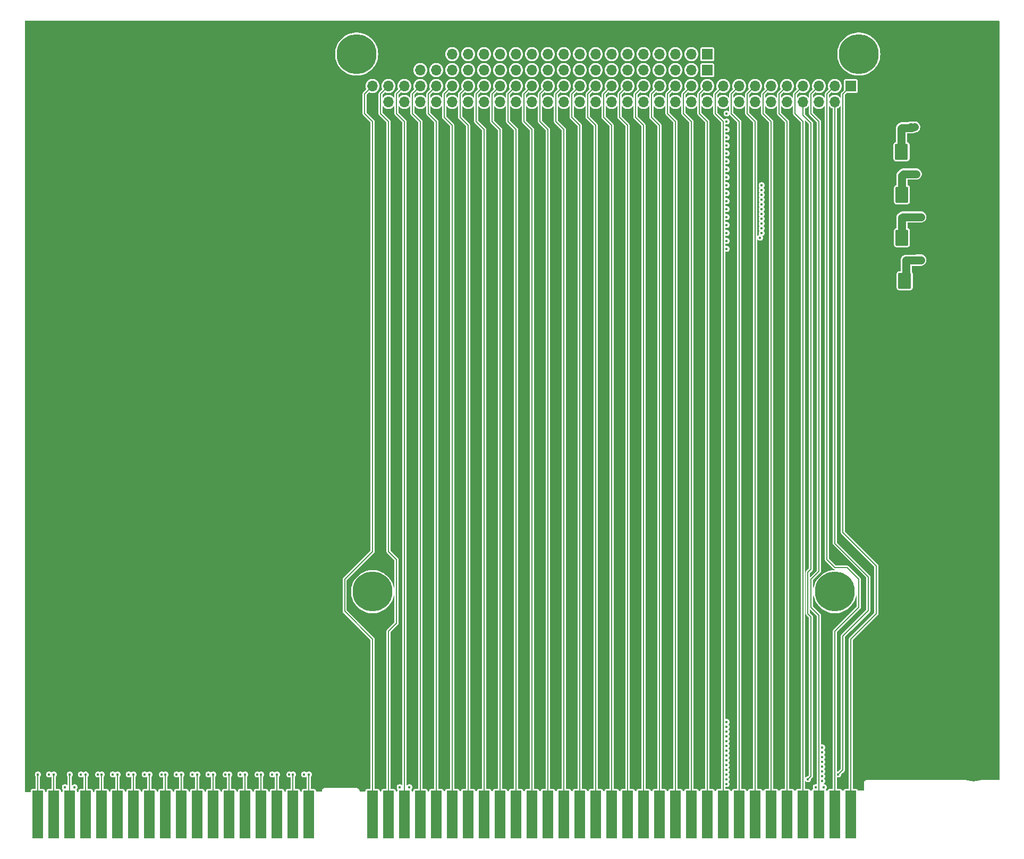
<source format=gbr>
%TF.GenerationSoftware,KiCad,Pcbnew,(7.0.0-0)*%
%TF.CreationDate,2023-03-28T15:20:12+02:00*%
%TF.ProjectId,PC104-ISA-Card,50433130-342d-4495-9341-2d436172642e,rev?*%
%TF.SameCoordinates,Original*%
%TF.FileFunction,Copper,L1,Top*%
%TF.FilePolarity,Positive*%
%FSLAX46Y46*%
G04 Gerber Fmt 4.6, Leading zero omitted, Abs format (unit mm)*
G04 Created by KiCad (PCBNEW (7.0.0-0)) date 2023-03-28 15:20:12*
%MOMM*%
%LPD*%
G01*
G04 APERTURE LIST*
G04 Aperture macros list*
%AMRoundRect*
0 Rectangle with rounded corners*
0 $1 Rounding radius*
0 $2 $3 $4 $5 $6 $7 $8 $9 X,Y pos of 4 corners*
0 Add a 4 corners polygon primitive as box body*
4,1,4,$2,$3,$4,$5,$6,$7,$8,$9,$2,$3,0*
0 Add four circle primitives for the rounded corners*
1,1,$1+$1,$2,$3*
1,1,$1+$1,$4,$5*
1,1,$1+$1,$6,$7*
1,1,$1+$1,$8,$9*
0 Add four rect primitives between the rounded corners*
20,1,$1+$1,$2,$3,$4,$5,0*
20,1,$1+$1,$4,$5,$6,$7,0*
20,1,$1+$1,$6,$7,$8,$9,0*
20,1,$1+$1,$8,$9,$2,$3,0*%
G04 Aperture macros list end*
%TA.AperFunction,SMDPad,CuDef*%
%ADD10RoundRect,0.250000X0.787500X1.025000X-0.787500X1.025000X-0.787500X-1.025000X0.787500X-1.025000X0*%
%TD*%
%TA.AperFunction,SMDPad,CuDef*%
%ADD11RoundRect,0.225000X0.225000X0.250000X-0.225000X0.250000X-0.225000X-0.250000X0.225000X-0.250000X0*%
%TD*%
%TA.AperFunction,ComponentPad*%
%ADD12C,0.800000*%
%TD*%
%TA.AperFunction,ComponentPad*%
%ADD13C,6.400000*%
%TD*%
%TA.AperFunction,SMDPad,CuDef*%
%ADD14RoundRect,0.225000X-0.225000X-0.250000X0.225000X-0.250000X0.225000X0.250000X-0.225000X0.250000X0*%
%TD*%
%TA.AperFunction,SMDPad,CuDef*%
%ADD15RoundRect,0.250000X-0.787500X-1.025000X0.787500X-1.025000X0.787500X1.025000X-0.787500X1.025000X0*%
%TD*%
%TA.AperFunction,ConnectorPad*%
%ADD16R,1.780000X7.620000*%
%TD*%
%TA.AperFunction,ComponentPad*%
%ADD17C,6.350000*%
%TD*%
%TA.AperFunction,ComponentPad*%
%ADD18R,1.700000X1.700000*%
%TD*%
%TA.AperFunction,ComponentPad*%
%ADD19O,1.700000X1.700000*%
%TD*%
%TA.AperFunction,ViaPad*%
%ADD20C,0.450000*%
%TD*%
%TA.AperFunction,Conductor*%
%ADD21C,1.270000*%
%TD*%
%TA.AperFunction,Conductor*%
%ADD22C,0.127000*%
%TD*%
G04 APERTURE END LIST*
D10*
%TO.P,C5,1*%
%TO.N,GND*%
X189864000Y-65532000D03*
%TO.P,C5,2*%
%TO.N,-12V*%
X183639000Y-65532000D03*
%TD*%
D11*
%TO.P,C6,1*%
%TO.N,GND*%
X188214000Y-62230000D03*
%TO.P,C6,2*%
%TO.N,-12V*%
X186664000Y-62230000D03*
%TD*%
D12*
%TO.P,H1,1,1*%
%TO.N,GND*%
X192680000Y-149015000D03*
X193382944Y-147317944D03*
X193382944Y-150712056D03*
X195080000Y-146615000D03*
D13*
X195080000Y-149015000D03*
D12*
X195080000Y-151415000D03*
X196777056Y-147317944D03*
X196777056Y-150712056D03*
X197480000Y-149015000D03*
%TD*%
D14*
%TO.P,C4,1*%
%TO.N,+12V*%
X186664000Y-69088000D03*
%TO.P,C4,2*%
%TO.N,GND*%
X188214000Y-69088000D03*
%TD*%
%TO.P,C2,1*%
%TO.N,+5V*%
X185675000Y-47879000D03*
%TO.P,C2,2*%
%TO.N,GND*%
X187225000Y-47879000D03*
%TD*%
D11*
%TO.P,C8,1*%
%TO.N,GND*%
X187478000Y-55372000D03*
%TO.P,C8,2*%
%TO.N,-5V*%
X185928000Y-55372000D03*
%TD*%
D15*
%TO.P,C1,1*%
%TO.N,+5V*%
X183577500Y-51816000D03*
%TO.P,C1,2*%
%TO.N,GND*%
X189802500Y-51816000D03*
%TD*%
D12*
%TO.P,H2,1,1*%
%TO.N,GND*%
X192680000Y-92500000D03*
X193382944Y-90802944D03*
X193382944Y-94197056D03*
X195080000Y-90100000D03*
D13*
X195080000Y-92500000D03*
D12*
X195080000Y-94900000D03*
X196777056Y-90802944D03*
X196777056Y-94197056D03*
X197480000Y-92500000D03*
%TD*%
D16*
%TO.P,J2,32,IO*%
%TO.N,/IO{slash}~{IOCHK}*%
X175499999Y-157539999D03*
%TO.P,J2,33,DB7*%
%TO.N,/DB7{slash}SD7*%
X172959999Y-157539999D03*
%TO.P,J2,34,DB6*%
%TO.N,/DB6{slash}SD6*%
X170419999Y-157539999D03*
%TO.P,J2,35,DB5*%
%TO.N,/DB5{slash}SD5*%
X167879999Y-157539999D03*
%TO.P,J2,36,DB4*%
%TO.N,/DB4{slash}SD4*%
X165339999Y-157539999D03*
%TO.P,J2,37,DB3*%
%TO.N,/DB3{slash}SD3*%
X162799999Y-157539999D03*
%TO.P,J2,38,DB2*%
%TO.N,/DB2{slash}SD2*%
X160259999Y-157539999D03*
%TO.P,J2,39,DB1*%
%TO.N,/DB1{slash}SD1*%
X157719999Y-157539999D03*
%TO.P,J2,40,DB0*%
%TO.N,/DB0{slash}SD0*%
X155179999Y-157539999D03*
%TO.P,J2,41,IO_READY*%
%TO.N,/IO_READY{slash}IOCHRDY*%
X152639999Y-157539999D03*
%TO.P,J2,42,AEN*%
%TO.N,/AEN*%
X150099999Y-157539999D03*
%TO.P,J2,43,BA19*%
%TO.N,/BA19{slash}SA19*%
X147559999Y-157539999D03*
%TO.P,J2,44,BA18*%
%TO.N,/BA18{slash}SA18*%
X145019999Y-157539999D03*
%TO.P,J2,45,BA17*%
%TO.N,/BA17{slash}SA17*%
X142479999Y-157539999D03*
%TO.P,J2,46,BA16*%
%TO.N,/BA16{slash}SA16*%
X139939999Y-157539999D03*
%TO.P,J2,47,BA15*%
%TO.N,/BA15{slash}SA15*%
X137399999Y-157539999D03*
%TO.P,J2,48,BA14*%
%TO.N,/BA14{slash}SA14*%
X134859999Y-157539999D03*
%TO.P,J2,49,BA13*%
%TO.N,/BA13{slash}SA13*%
X132319999Y-157539999D03*
%TO.P,J2,50,BA12*%
%TO.N,/BA12{slash}SA12*%
X129779999Y-157539999D03*
%TO.P,J2,51,BA11*%
%TO.N,/BA11{slash}SA11*%
X127239999Y-157539999D03*
%TO.P,J2,52,BA10*%
%TO.N,/BA10{slash}SA10*%
X124699999Y-157539999D03*
%TO.P,J2,53,BA09*%
%TO.N,/BA9{slash}SA9*%
X122159999Y-157539999D03*
%TO.P,J2,54,BA08*%
%TO.N,/BA8{slash}SA8*%
X119619999Y-157539999D03*
%TO.P,J2,55,BA07*%
%TO.N,/BA7{slash}SA7*%
X117079999Y-157539999D03*
%TO.P,J2,56,BA06*%
%TO.N,/BA6{slash}SA6*%
X114539999Y-157539999D03*
%TO.P,J2,57,BA05*%
%TO.N,/BA5{slash}SA5*%
X111999999Y-157539999D03*
%TO.P,J2,58,BA04*%
%TO.N,/BA4{slash}SA4*%
X109459999Y-157539999D03*
%TO.P,J2,59,BA03*%
%TO.N,/BA3{slash}SA3*%
X106919999Y-157539999D03*
%TO.P,J2,60,BA02*%
%TO.N,/BA2{slash}SA2*%
X104379999Y-157539999D03*
%TO.P,J2,61,BA01*%
%TO.N,/BA1{slash}SA1*%
X101839999Y-157539999D03*
%TO.P,J2,62,BA00*%
%TO.N,/BA0{slash}SA0*%
X99299999Y-157539999D03*
%TO.P,J2,81,SBHE*%
%TO.N,/SBHE{slash}~{SBHE}*%
X89139999Y-157539999D03*
%TO.P,J2,82,LA23*%
%TO.N,/LA23*%
X86599999Y-157539999D03*
%TO.P,J2,83,LA22*%
%TO.N,/LA22*%
X84059999Y-157539999D03*
%TO.P,J2,84,LA21*%
%TO.N,/LA21*%
X81519999Y-157539999D03*
%TO.P,J2,85,LA20*%
%TO.N,/LA20*%
X78979999Y-157539999D03*
%TO.P,J2,86,LA19*%
%TO.N,/LA19*%
X76439999Y-157539999D03*
%TO.P,J2,87,LA18*%
%TO.N,/LA18*%
X73899999Y-157539999D03*
%TO.P,J2,88,LA17*%
%TO.N,/LA17*%
X71359999Y-157539999D03*
%TO.P,J2,89,~{MEMR}*%
%TO.N,/~{MEMR}*%
X68819999Y-157539999D03*
%TO.P,J2,90,~{MEMW}*%
%TO.N,/~{MEMW}*%
X66279999Y-157539999D03*
%TO.P,J2,91,D8*%
%TO.N,/D8{slash}SD8*%
X63739999Y-157539999D03*
%TO.P,J2,92,D9*%
%TO.N,/D9{slash}SD9*%
X61199999Y-157539999D03*
%TO.P,J2,93,D10*%
%TO.N,/D10{slash}SD10*%
X58659999Y-157539999D03*
%TO.P,J2,94,D11*%
%TO.N,/D11{slash}SD11*%
X56119999Y-157539999D03*
%TO.P,J2,95,D12*%
%TO.N,/D12{slash}SD12*%
X53579999Y-157539999D03*
%TO.P,J2,96,D13*%
%TO.N,/D13{slash}SD13*%
X51039999Y-157539999D03*
%TO.P,J2,97,D14*%
%TO.N,/D14{slash}SD14*%
X48499999Y-157539999D03*
%TO.P,J2,98,D15*%
%TO.N,/D15{slash}SD15*%
X45959999Y-157539999D03*
%TD*%
D17*
%TO.P,J1,*%
%TO.N,*%
X99300000Y-121980000D03*
X172960000Y-121980000D03*
X96760000Y-36250000D03*
X176770000Y-36250000D03*
D18*
%TO.P,J1,A1,~{IOCHK}*%
%TO.N,/IO{slash}~{IOCHK}*%
X175499999Y-41329999D03*
D19*
%TO.P,J1,A2,SD7*%
%TO.N,/DB7{slash}SD7*%
X172959999Y-41329999D03*
%TO.P,J1,A3,SD6*%
%TO.N,/DB6{slash}SD6*%
X170419999Y-41329999D03*
%TO.P,J1,A4,SD5*%
%TO.N,/DB5{slash}SD5*%
X167879999Y-41329999D03*
%TO.P,J1,A5,SD4*%
%TO.N,/DB4{slash}SD4*%
X165339999Y-41329999D03*
%TO.P,J1,A6,SD3*%
%TO.N,/DB3{slash}SD3*%
X162799999Y-41329999D03*
%TO.P,J1,A7,SD2*%
%TO.N,/DB2{slash}SD2*%
X160259999Y-41329999D03*
%TO.P,J1,A8,SD1*%
%TO.N,/DB1{slash}SD1*%
X157719999Y-41329999D03*
%TO.P,J1,A9,SD0*%
%TO.N,/DB0{slash}SD0*%
X155179999Y-41329999D03*
%TO.P,J1,A10,IOCHRDY*%
%TO.N,/IO_READY{slash}IOCHRDY*%
X152639999Y-41329999D03*
%TO.P,J1,A11,AEN*%
%TO.N,/AEN*%
X150099999Y-41329999D03*
%TO.P,J1,A12,SA19*%
%TO.N,/BA19{slash}SA19*%
X147559999Y-41329999D03*
%TO.P,J1,A13,SA18*%
%TO.N,/BA18{slash}SA18*%
X145019999Y-41329999D03*
%TO.P,J1,A14,SA17*%
%TO.N,/BA17{slash}SA17*%
X142479999Y-41329999D03*
%TO.P,J1,A15,SA16*%
%TO.N,/BA16{slash}SA16*%
X139939999Y-41329999D03*
%TO.P,J1,A16,SA15*%
%TO.N,/BA15{slash}SA15*%
X137399999Y-41329999D03*
%TO.P,J1,A17,SA14*%
%TO.N,/BA14{slash}SA14*%
X134859999Y-41329999D03*
%TO.P,J1,A18,SA13*%
%TO.N,/BA13{slash}SA13*%
X132319999Y-41329999D03*
%TO.P,J1,A19,SA12*%
%TO.N,/BA12{slash}SA12*%
X129779999Y-41329999D03*
%TO.P,J1,A20,SA11*%
%TO.N,/BA11{slash}SA11*%
X127239999Y-41329999D03*
%TO.P,J1,A21,SA10*%
%TO.N,/BA10{slash}SA10*%
X124699999Y-41329999D03*
%TO.P,J1,A22,SA9*%
%TO.N,/BA9{slash}SA9*%
X122159999Y-41329999D03*
%TO.P,J1,A23,SA8*%
%TO.N,/BA8{slash}SA8*%
X119619999Y-41329999D03*
%TO.P,J1,A24,SA7*%
%TO.N,/BA7{slash}SA7*%
X117079999Y-41329999D03*
%TO.P,J1,A25,SA6*%
%TO.N,/BA6{slash}SA6*%
X114539999Y-41329999D03*
%TO.P,J1,A26,SA5*%
%TO.N,/BA5{slash}SA5*%
X111999999Y-41329999D03*
%TO.P,J1,A27,SA4*%
%TO.N,/BA4{slash}SA4*%
X109459999Y-41329999D03*
%TO.P,J1,A28,SA3*%
%TO.N,/BA3{slash}SA3*%
X106919999Y-41329999D03*
%TO.P,J1,A29,SA2*%
%TO.N,/BA2{slash}SA2*%
X104379999Y-41329999D03*
%TO.P,J1,A30,SA1*%
%TO.N,/BA1{slash}SA1*%
X101839999Y-41329999D03*
%TO.P,J1,A31,SA0*%
%TO.N,/BA0{slash}SA0*%
X99299999Y-41329999D03*
%TO.P,J1,A32,GND*%
%TO.N,GND*%
X96759999Y-41329999D03*
D18*
%TO.P,J1,B1,GND*%
X175499999Y-43869999D03*
D19*
%TO.P,J1,B2,RESET*%
%TO.N,/RESET*%
X172959999Y-43869999D03*
%TO.P,J1,B3,+5V*%
%TO.N,+5V*%
X170419999Y-43869999D03*
%TO.P,J1,B4,IRQ9*%
%TO.N,/IRQ2{slash}IRQ9*%
X167879999Y-43869999D03*
%TO.P,J1,B5,-5V*%
%TO.N,-5V*%
X165339999Y-43869999D03*
%TO.P,J1,B6,DRQ2*%
%TO.N,/DRQ2*%
X162799999Y-43869999D03*
%TO.P,J1,B7,-12V*%
%TO.N,-12V*%
X160259999Y-43869999D03*
%TO.P,J1,B8,~{SRDY}*%
%TO.N,/~{SRDY}*%
X157719999Y-43869999D03*
%TO.P,J1,B9,+12V*%
%TO.N,+12V*%
X155179999Y-43869999D03*
%TO.P,J1,B10,KEY*%
%TO.N,unconnected-(J1-PadB10)*%
X152639999Y-43869999D03*
%TO.P,J1,B11,~{SMEMW}*%
%TO.N,/~{SMEMW}*%
X150099999Y-43869999D03*
%TO.P,J1,B12,~{SMEMR}*%
%TO.N,/~{SMEMR}*%
X147559999Y-43869999D03*
%TO.P,J1,B13,~{IOW}*%
%TO.N,/~{IOW}*%
X145019999Y-43869999D03*
%TO.P,J1,B14,~{IOR}*%
%TO.N,/~{IOR}*%
X142479999Y-43869999D03*
%TO.P,J1,B15,~{DACK3}*%
%TO.N,/~{DACK3}*%
X139939999Y-43869999D03*
%TO.P,J1,B16,DRQ3*%
%TO.N,/DRQ3*%
X137399999Y-43869999D03*
%TO.P,J1,B17,~{DACK1}*%
%TO.N,/~{DACK1}*%
X134859999Y-43869999D03*
%TO.P,J1,B18,DRQ1*%
%TO.N,/DRQ1*%
X132319999Y-43869999D03*
%TO.P,J1,B19,~{REFRESH}*%
%TO.N,/~{REFRESH}*%
X129779999Y-43869999D03*
%TO.P,J1,B20,BCLK*%
%TO.N,/CLK{slash}BCLK*%
X127239999Y-43869999D03*
%TO.P,J1,B21,IRQ7*%
%TO.N,/IRQ7*%
X124699999Y-43869999D03*
%TO.P,J1,B22,IRQ6*%
%TO.N,/IRQ6*%
X122159999Y-43869999D03*
%TO.P,J1,B23,IRQ5*%
%TO.N,/IRQ5*%
X119619999Y-43869999D03*
%TO.P,J1,B24,IRQ4*%
%TO.N,/IRQ4*%
X117079999Y-43869999D03*
%TO.P,J1,B25,IRQ3*%
%TO.N,/IRQ3*%
X114539999Y-43869999D03*
%TO.P,J1,B26,~{DACK2}*%
%TO.N,/~{DACK2}*%
X111999999Y-43869999D03*
%TO.P,J1,B27,TC*%
%TO.N,/TC*%
X109459999Y-43869999D03*
%TO.P,J1,B28,BALE*%
%TO.N,/ALE{slash}BALE*%
X106919999Y-43869999D03*
%TO.P,J1,B29,+5V*%
%TO.N,+5V*%
X104379999Y-43869999D03*
%TO.P,J1,B30,OSC*%
%TO.N,/OSC*%
X101839999Y-43869999D03*
%TO.P,J1,B31,GND*%
%TO.N,GND*%
X99299999Y-43869999D03*
%TO.P,J1,B32,GND*%
X96759999Y-43869999D03*
%TO.P,J1,C0,GND*%
X155179999Y-38789999D03*
D18*
%TO.P,J1,C1,~{SBHE}*%
%TO.N,/SBHE{slash}~{SBHE}*%
X152639999Y-38789999D03*
D19*
%TO.P,J1,C2,LA23*%
%TO.N,/LA23*%
X150099999Y-38789999D03*
%TO.P,J1,C3,LA22*%
%TO.N,/LA22*%
X147559999Y-38789999D03*
%TO.P,J1,C4,LA21*%
%TO.N,/LA21*%
X145019999Y-38789999D03*
%TO.P,J1,C5,LA20*%
%TO.N,/LA20*%
X142479999Y-38789999D03*
%TO.P,J1,C6,LA19*%
%TO.N,/LA19*%
X139939999Y-38789999D03*
%TO.P,J1,C7,LA18*%
%TO.N,/LA18*%
X137399999Y-38789999D03*
%TO.P,J1,C8,LA17*%
%TO.N,/LA17*%
X134859999Y-38789999D03*
%TO.P,J1,C9,~{MEMR}*%
%TO.N,/~{MEMR}*%
X132319999Y-38789999D03*
%TO.P,J1,C10,~{MEMW}*%
%TO.N,/~{MEMW}*%
X129779999Y-38789999D03*
%TO.P,J1,C11,SD8*%
%TO.N,/D8{slash}SD8*%
X127239999Y-38789999D03*
%TO.P,J1,C12,SD9*%
%TO.N,/D9{slash}SD9*%
X124699999Y-38789999D03*
%TO.P,J1,C13,SD10*%
%TO.N,/D10{slash}SD10*%
X122159999Y-38789999D03*
%TO.P,J1,C14,SD11*%
%TO.N,/D11{slash}SD11*%
X119619999Y-38789999D03*
%TO.P,J1,C15,SD12*%
%TO.N,/D12{slash}SD12*%
X117079999Y-38789999D03*
%TO.P,J1,C16,SD13*%
%TO.N,/D13{slash}SD13*%
X114539999Y-38789999D03*
%TO.P,J1,C17,SD14*%
%TO.N,/D14{slash}SD14*%
X111999999Y-38789999D03*
%TO.P,J1,C18,SD15*%
%TO.N,/D15{slash}SD15*%
X109459999Y-38789999D03*
%TO.P,J1,C19,KEY*%
%TO.N,unconnected-(J1-PadC19)*%
X106919999Y-38789999D03*
%TO.P,J1,D0,GND*%
%TO.N,GND*%
X155179999Y-36249999D03*
D18*
%TO.P,J1,D1,~{MEMCS16}*%
%TO.N,/~{MEMCS16}*%
X152639999Y-36249999D03*
D19*
%TO.P,J1,D2,~{IOCS16}*%
%TO.N,/~{IOCS16}*%
X150099999Y-36249999D03*
%TO.P,J1,D3,IRQ10*%
%TO.N,/IRQ10*%
X147559999Y-36249999D03*
%TO.P,J1,D4,IRQ11*%
%TO.N,/IRQ11*%
X145019999Y-36249999D03*
%TO.P,J1,D5,IRQ12*%
%TO.N,/IRQ12*%
X142479999Y-36249999D03*
%TO.P,J1,D6,IRQ15*%
%TO.N,/IRQ15*%
X139939999Y-36249999D03*
%TO.P,J1,D7,IRQ14*%
%TO.N,/IRQ14*%
X137399999Y-36249999D03*
%TO.P,J1,D8,~{DACK0}*%
%TO.N,/~{DACK0}*%
X134859999Y-36249999D03*
%TO.P,J1,D9,DRQ0*%
%TO.N,/DRQ0*%
X132319999Y-36249999D03*
%TO.P,J1,D10,~{DACK5}*%
%TO.N,/~{DACK5}*%
X129779999Y-36249999D03*
%TO.P,J1,D11,DRQ5*%
%TO.N,/DRQ5*%
X127239999Y-36249999D03*
%TO.P,J1,D12,~{DACK6}*%
%TO.N,/~{DACK6}*%
X124699999Y-36249999D03*
%TO.P,J1,D13,DRQ6*%
%TO.N,/DRQ6*%
X122159999Y-36249999D03*
%TO.P,J1,D14,~{DACK7}*%
%TO.N,/~{DACK7}*%
X119619999Y-36249999D03*
%TO.P,J1,D15,DRQ7*%
%TO.N,/DRQ7*%
X117079999Y-36249999D03*
%TO.P,J1,D16,+5V*%
%TO.N,+5V*%
X114539999Y-36249999D03*
%TO.P,J1,D17,~{MASTER}*%
%TO.N,/MASTER{slash}~{MASTER}*%
X111999999Y-36249999D03*
%TO.P,J1,D18,GND*%
%TO.N,GND*%
X109459999Y-36249999D03*
%TO.P,J1,D19,GND*%
X106919999Y-36249999D03*
%TD*%
D15*
%TO.P,C3,1*%
%TO.N,+12V*%
X184085500Y-72390000D03*
%TO.P,C3,2*%
%TO.N,GND*%
X190310500Y-72390000D03*
%TD*%
D10*
%TO.P,C7,1*%
%TO.N,GND*%
X189864000Y-58674000D03*
%TO.P,C7,2*%
%TO.N,-5V*%
X183639000Y-58674000D03*
%TD*%
D20*
%TO.N,GND*%
X136652000Y-151130000D03*
X189992000Y-63754000D03*
X153416000Y-153162000D03*
X123952000Y-151130000D03*
X189484000Y-62230000D03*
X175514000Y-117602000D03*
X190754000Y-70154800D03*
X46990000Y-152908000D03*
X162052000Y-151130000D03*
X189992000Y-56896000D03*
X190754000Y-69138800D03*
X188976000Y-55372000D03*
X189738000Y-50038000D03*
X113792000Y-151130000D03*
X98806000Y-152908000D03*
X167132000Y-151130000D03*
X126492000Y-151130000D03*
X141732000Y-151130000D03*
X169926000Y-117602000D03*
X99822000Y-152908000D03*
X189992000Y-63246000D03*
X189738000Y-49022000D03*
X151892000Y-153162000D03*
X189992000Y-55372000D03*
X189992000Y-62230000D03*
X149352000Y-151130000D03*
X174752000Y-153162000D03*
X188976000Y-62230000D03*
X106172000Y-151130000D03*
X139192000Y-151130000D03*
X169672000Y-151130000D03*
X144272000Y-151130000D03*
X174752000Y-151130000D03*
X190754000Y-69646800D03*
X176276000Y-153162000D03*
X189738000Y-48514000D03*
X116332000Y-151130000D03*
X189992000Y-62738000D03*
X118872000Y-151130000D03*
X171450000Y-117602000D03*
X190754000Y-70713600D03*
X164592000Y-151130000D03*
X189230000Y-69138800D03*
X188849000Y-47879000D03*
X189992000Y-56388000D03*
X156972000Y-151130000D03*
X159512000Y-151130000D03*
X129032000Y-151130000D03*
X187960000Y-55372000D03*
X168656000Y-117602000D03*
X146812000Y-151130000D03*
X111252000Y-151130000D03*
X188468000Y-55372000D03*
X172212000Y-151130000D03*
X189357000Y-47879000D03*
X189992000Y-55880000D03*
X108712000Y-151130000D03*
X189738000Y-69138800D03*
X189865000Y-47879000D03*
X190246000Y-69138800D03*
X131572000Y-151130000D03*
X44958000Y-152908000D03*
X121412000Y-151130000D03*
X154432000Y-151130000D03*
X189484000Y-55372000D03*
X151892000Y-151130000D03*
X189738000Y-49530000D03*
X134112000Y-151130000D03*
X101092000Y-153162000D03*
X103632000Y-151130000D03*
X188341000Y-47879000D03*
%TO.N,+5V*%
X170942000Y-150622000D03*
X185166000Y-48006000D03*
X169926000Y-153162000D03*
X183642000Y-51054000D03*
X170942000Y-148336000D03*
X183642000Y-49530000D03*
X183642000Y-50038000D03*
X105156000Y-153162000D03*
X183642000Y-48006000D03*
X183642000Y-49022000D03*
X170942000Y-152146000D03*
X51816000Y-153162000D03*
X170942000Y-149860000D03*
X50292000Y-153162000D03*
X170942000Y-146812000D03*
X183642000Y-50546000D03*
X184658000Y-48006000D03*
X171196000Y-153162000D03*
X170942000Y-147574000D03*
X170942000Y-149098000D03*
X183642000Y-51562000D03*
X103632000Y-153162000D03*
X184150000Y-48006000D03*
X183642000Y-48514000D03*
X170942000Y-151384000D03*
%TO.N,/RESET*%
X173482000Y-151130000D03*
%TO.N,/IRQ2{slash}IRQ9*%
X168656000Y-151892000D03*
%TO.N,-5V*%
X183642000Y-56388000D03*
X183642000Y-55372000D03*
X184150000Y-55372000D03*
X184658000Y-55372000D03*
X185166000Y-55372000D03*
X183642000Y-56896000D03*
X183642000Y-55880000D03*
%TO.N,-12V*%
X161290000Y-64770000D03*
X184658000Y-62382400D03*
X161290000Y-60198000D03*
X161290000Y-64008000D03*
X161290000Y-61722000D03*
X161036000Y-65532000D03*
X186182000Y-62382400D03*
X184150000Y-62382400D03*
X161290000Y-57912000D03*
X161290000Y-62484000D03*
X161290000Y-58674000D03*
X183639000Y-62360000D03*
X161290000Y-63246000D03*
X183642000Y-63906400D03*
X161290000Y-57150000D03*
X183642000Y-62890400D03*
X183642000Y-63398400D03*
X161290000Y-59436000D03*
X185674000Y-62382400D03*
X161290000Y-60960000D03*
X185166000Y-62382400D03*
%TO.N,+12V*%
X184302400Y-69646800D03*
X155702000Y-55880000D03*
X155702000Y-63500000D03*
X155702000Y-150368000D03*
X155702000Y-50800000D03*
X184912000Y-69138800D03*
X155702000Y-149606000D03*
X155702000Y-145796000D03*
X155702000Y-147320000D03*
X155702000Y-54610000D03*
X155702000Y-151130000D03*
X155702000Y-58420000D03*
X155702000Y-66040000D03*
X155702000Y-152654000D03*
X155702000Y-46990000D03*
X155702000Y-148844000D03*
X155702000Y-64770000D03*
X155702000Y-148082000D03*
X155702000Y-142748000D03*
X155702000Y-48260000D03*
X185420000Y-69138800D03*
X155702000Y-67310000D03*
X155702000Y-151892000D03*
X155702000Y-60960000D03*
X185953400Y-69139400D03*
X155702000Y-146558000D03*
X155702000Y-52070000D03*
X184302400Y-70662800D03*
X155702000Y-145034000D03*
X155702000Y-144272000D03*
X155702000Y-45720000D03*
X155702000Y-57150000D03*
X155702000Y-143510000D03*
X155702000Y-53340000D03*
X155702000Y-59690000D03*
X155702000Y-62230000D03*
X184302400Y-70154800D03*
X184404000Y-69138800D03*
X155702000Y-49530000D03*
%TO.N,/SBHE{slash}~{SBHE}*%
X89154000Y-151130000D03*
%TO.N,/LA23*%
X86614000Y-151130000D03*
%TO.N,/LA22*%
X84074000Y-151130000D03*
%TO.N,/LA21*%
X81534000Y-151130000D03*
%TO.N,/LA20*%
X78994000Y-151130000D03*
%TO.N,/LA19*%
X76454000Y-151130000D03*
%TO.N,/LA18*%
X73914000Y-151130000D03*
%TO.N,/LA17*%
X71374000Y-151130000D03*
%TO.N,/~{MEMR}*%
X68834000Y-151130000D03*
%TO.N,/~{MEMW}*%
X66294000Y-151130000D03*
%TO.N,/D8{slash}SD8*%
X63754000Y-151130000D03*
%TO.N,/D9{slash}SD9*%
X61214000Y-151130000D03*
%TO.N,/D10{slash}SD10*%
X58674000Y-151130000D03*
%TO.N,/D11{slash}SD11*%
X56134000Y-151130000D03*
%TO.N,/D12{slash}SD12*%
X53580000Y-151144000D03*
%TO.N,/D13{slash}SD13*%
X51054000Y-151130000D03*
%TO.N,/D14{slash}SD14*%
X48514000Y-151130000D03*
%TO.N,/D15{slash}SD15*%
X45974000Y-151130000D03*
%TO.N,/~{MEMCS16}*%
X88392000Y-151130000D03*
%TO.N,/~{IOCS16}*%
X86037497Y-151130000D03*
%TO.N,/IRQ10*%
X83312000Y-151130000D03*
%TO.N,/IRQ11*%
X80957497Y-151130000D03*
%TO.N,/IRQ12*%
X78232000Y-151130000D03*
%TO.N,/IRQ15*%
X75877497Y-151130000D03*
%TO.N,/IRQ14*%
X73152000Y-151130000D03*
%TO.N,/~{DACK0}*%
X70612000Y-151130000D03*
%TO.N,/DRQ0*%
X68072000Y-151130000D03*
%TO.N,/~{DACK5}*%
X65717497Y-151130000D03*
%TO.N,/DRQ5*%
X62992000Y-151130000D03*
%TO.N,/~{DACK6}*%
X60452000Y-151130000D03*
%TO.N,/DRQ6*%
X57912000Y-151130000D03*
%TO.N,/~{DACK7}*%
X55557497Y-151130000D03*
%TO.N,/DRQ7*%
X52832000Y-151130000D03*
%TO.N,/MASTER{slash}~{MASTER}*%
X47752000Y-151130000D03*
%TD*%
D21*
%TO.N,GND*%
X188976000Y-62230000D02*
X189484000Y-62230000D01*
X189738000Y-48514000D02*
X189738000Y-49022000D01*
X188214000Y-62230000D02*
X188976000Y-62230000D01*
X189865000Y-47879000D02*
X189865000Y-50040000D01*
X189992000Y-55880000D02*
X189992000Y-56388000D01*
X187225000Y-47879000D02*
X188849000Y-47879000D01*
X189229400Y-69139400D02*
X188125400Y-69139400D01*
X189992000Y-65404000D02*
X189864000Y-65532000D01*
X189992000Y-55372000D02*
X189992000Y-55626000D01*
X189802500Y-51816000D02*
X189802500Y-50102500D01*
X190754000Y-69138800D02*
X190613400Y-69214400D01*
X189611000Y-47879000D02*
X189611000Y-47879000D01*
X189738000Y-50038000D02*
X189802500Y-49973500D01*
X189230600Y-69139400D02*
X189230000Y-69138800D01*
X189738000Y-49022000D02*
X189738000Y-49530000D01*
X187478000Y-55372000D02*
X187960000Y-55372000D01*
X188341000Y-47879000D02*
X187225000Y-47879000D01*
X190613400Y-72415400D02*
X190754000Y-70713600D01*
X189738600Y-69139400D02*
X189738000Y-69138800D01*
X189357000Y-47879000D02*
X189611000Y-47879000D01*
X189738000Y-55372000D02*
X189992000Y-55372000D01*
X189484000Y-55372000D02*
X189738000Y-55372000D01*
X189992000Y-62738000D02*
X189992000Y-63246000D01*
X188468000Y-55372000D02*
X188976000Y-55372000D01*
X189738000Y-69138800D02*
X189737400Y-69139400D01*
X190754000Y-69646800D02*
X190754000Y-69138800D01*
X190245400Y-69139400D02*
X189738600Y-69139400D01*
X189992000Y-62230000D02*
X189992000Y-62738000D01*
X189738000Y-48006000D02*
X189738000Y-48514000D01*
X190613400Y-69214400D02*
X190538400Y-69139400D01*
X189738000Y-49276000D02*
X189738000Y-49276000D01*
X188849000Y-47879000D02*
X189357000Y-47879000D01*
X189737400Y-69139400D02*
X189230600Y-69139400D01*
X190246000Y-69138800D02*
X190245400Y-69139400D01*
X189992000Y-56896000D02*
X189992000Y-58546000D01*
X189992000Y-55626000D02*
X189992000Y-55626000D01*
X187960000Y-55372000D02*
X188468000Y-55372000D01*
X189802500Y-49340500D02*
X189738000Y-49276000D01*
X189611000Y-47879000D02*
X189865000Y-47879000D01*
X188976000Y-55372000D02*
X189484000Y-55372000D01*
X189992000Y-63246000D02*
X189992000Y-63754000D01*
X189992000Y-58546000D02*
X189864000Y-58674000D01*
X189865000Y-47879000D02*
X189865000Y-48133000D01*
X189738000Y-51751500D02*
X189802500Y-51816000D01*
X189992000Y-55626000D02*
X189992000Y-55880000D01*
X190754000Y-70713600D02*
X190754000Y-70154800D01*
X189738000Y-55372000D02*
X189738000Y-55372000D01*
X189802500Y-49973500D02*
X189802500Y-49340500D01*
X189484000Y-62230000D02*
X189992000Y-62230000D01*
X190754000Y-70154800D02*
X190754000Y-69646800D01*
X189992000Y-63754000D02*
X189992000Y-65404000D01*
X189802500Y-50102500D02*
X189738000Y-50038000D01*
X189230000Y-69138800D02*
X189229400Y-69139400D01*
X189738000Y-49276000D02*
X189738000Y-49276000D01*
X189992000Y-56388000D02*
X189992000Y-56896000D01*
X189738000Y-49530000D02*
X189738000Y-51751500D01*
X190538400Y-69139400D02*
X190246600Y-69139400D01*
X189802500Y-50102500D02*
X189865000Y-50040000D01*
X190246600Y-69139400D02*
X190246000Y-69138800D01*
X189865000Y-48133000D02*
X189738000Y-48006000D01*
%TO.N,+5V*%
X184658000Y-48006000D02*
X185166000Y-48006000D01*
X183642000Y-48006000D02*
X184150000Y-48006000D01*
X183577500Y-51816000D02*
X183577500Y-48070500D01*
X185675000Y-47879000D02*
X185166000Y-48006000D01*
X184150000Y-48006000D02*
X184658000Y-48006000D01*
X185166000Y-48006000D02*
X185039000Y-47879000D01*
X183577500Y-48070500D02*
X183642000Y-48006000D01*
D22*
%TO.N,/IO{slash}~{IOCHK}*%
X179578000Y-117870000D02*
X174230000Y-112522000D01*
X174230000Y-42600000D02*
X175500000Y-41330000D01*
X179578000Y-125476000D02*
X179578000Y-117870000D01*
X175500000Y-157540000D02*
X175500000Y-129554000D01*
X175500000Y-129554000D02*
X179578000Y-125476000D01*
X174230000Y-112522000D02*
X174230000Y-42600000D01*
%TO.N,/DB6{slash}SD6*%
X170420000Y-118745000D02*
X169150000Y-120015000D01*
X169150000Y-45085000D02*
X169150000Y-42600000D01*
X170420000Y-46990000D02*
X170420000Y-118745000D01*
X169150000Y-120015000D02*
X169150000Y-124460000D01*
X170420000Y-125730000D02*
X169150000Y-124460000D01*
X170420000Y-157540000D02*
X170420000Y-125730000D01*
X169150000Y-45085000D02*
X169150000Y-45720000D01*
X169150000Y-45720000D02*
X170420000Y-46990000D01*
X169150000Y-42600000D02*
X170420000Y-41330000D01*
%TO.N,/DB5{slash}SD5*%
X167880000Y-46990000D02*
X167880000Y-157540000D01*
X166610000Y-45720000D02*
X167880000Y-46990000D01*
X166610000Y-42600000D02*
X166610000Y-45720000D01*
X167880000Y-41330000D02*
X166610000Y-42600000D01*
%TO.N,/DB4{slash}SD4*%
X165340000Y-46990000D02*
X165340000Y-157540000D01*
X165340000Y-41330000D02*
X164070000Y-42600000D01*
X164070000Y-45720000D02*
X165340000Y-46990000D01*
X164070000Y-42600000D02*
X164070000Y-45720000D01*
%TO.N,/DB3{slash}SD3*%
X161530000Y-45720000D02*
X162800000Y-46990000D01*
X161530000Y-42600000D02*
X161530000Y-45720000D01*
X162800000Y-46990000D02*
X162800000Y-157540000D01*
X162800000Y-41330000D02*
X161530000Y-42600000D01*
%TO.N,/DB2{slash}SD2*%
X158990000Y-42600000D02*
X160260000Y-41330000D01*
X160260000Y-46990000D02*
X158990000Y-45720000D01*
X158990000Y-45720000D02*
X158990000Y-42600000D01*
X160260000Y-157540000D02*
X160260000Y-46990000D01*
%TO.N,/DB1{slash}SD1*%
X156450000Y-42600000D02*
X156450000Y-45720000D01*
X157720000Y-46990000D02*
X157720000Y-157540000D01*
X156450000Y-45720000D02*
X157720000Y-46990000D01*
X157720000Y-41330000D02*
X156450000Y-42600000D01*
%TO.N,/DB0{slash}SD0*%
X153910000Y-45720000D02*
X153910000Y-42600000D01*
X155180000Y-46990000D02*
X153910000Y-45720000D01*
X153910000Y-42600000D02*
X155180000Y-41330000D01*
X155180000Y-157540000D02*
X155180000Y-46990000D01*
%TO.N,/IO_READY{slash}IOCHRDY*%
X151370000Y-42600000D02*
X151370000Y-45720000D01*
X152640000Y-46990000D02*
X152640000Y-157540000D01*
X151370000Y-45720000D02*
X152640000Y-46990000D01*
X152640000Y-41330000D02*
X151370000Y-42600000D01*
%TO.N,/AEN*%
X150100000Y-157540000D02*
X150100000Y-46990000D01*
X148830000Y-42600000D02*
X150100000Y-41330000D01*
X148830000Y-45720000D02*
X148830000Y-42600000D01*
X150100000Y-46990000D02*
X148830000Y-45720000D01*
%TO.N,/BA19{slash}SA19*%
X147560000Y-41330000D02*
X146290000Y-42600000D01*
X146290000Y-45720000D02*
X147560000Y-46990000D01*
X147560000Y-46990000D02*
X147560000Y-157540000D01*
X146290000Y-42600000D02*
X146290000Y-45720000D01*
%TO.N,/BA18{slash}SA18*%
X143750000Y-42600000D02*
X145020000Y-41330000D01*
X145020000Y-157540000D02*
X145020000Y-47625000D01*
X143750000Y-46355000D02*
X143750000Y-42600000D01*
X145020000Y-47625000D02*
X143750000Y-46355000D01*
%TO.N,/BA17{slash}SA17*%
X142480000Y-41330000D02*
X141210000Y-42600000D01*
X142480000Y-47625000D02*
X142480000Y-157540000D01*
X141210000Y-46355000D02*
X142480000Y-47625000D01*
X141210000Y-42600000D02*
X141210000Y-46355000D01*
%TO.N,/BA16{slash}SA16*%
X138670000Y-42600000D02*
X139940000Y-41330000D01*
X139940000Y-47625000D02*
X138670000Y-46355000D01*
X138670000Y-46355000D02*
X138670000Y-42600000D01*
X139940000Y-157540000D02*
X139940000Y-47625000D01*
%TO.N,/BA15{slash}SA15*%
X137400000Y-41330000D02*
X136130000Y-42600000D01*
X136130000Y-46355000D02*
X137400000Y-47625000D01*
X136130000Y-42600000D02*
X136130000Y-46355000D01*
X137400000Y-47625000D02*
X137400000Y-157540000D01*
%TO.N,/BA14{slash}SA14*%
X133590000Y-46355000D02*
X133590000Y-42600000D01*
X134860000Y-47625000D02*
X133590000Y-46355000D01*
X133590000Y-42600000D02*
X134860000Y-41330000D01*
X134860000Y-157540000D02*
X134860000Y-47625000D01*
%TO.N,/BA13{slash}SA13*%
X132320000Y-47625000D02*
X132320000Y-157540000D01*
X131050000Y-42600000D02*
X131050000Y-46355000D01*
X132320000Y-41330000D02*
X131050000Y-42600000D01*
X131050000Y-46355000D02*
X132320000Y-47625000D01*
%TO.N,/BA12{slash}SA12*%
X129780000Y-48260000D02*
X128510000Y-46990000D01*
X129780000Y-157540000D02*
X129780000Y-48260000D01*
X128510000Y-46990000D02*
X128510000Y-42600000D01*
X128510000Y-42600000D02*
X129780000Y-41330000D01*
%TO.N,/BA1{slash}SA1*%
X101840000Y-46990000D02*
X100570000Y-45720000D01*
X101840000Y-157540000D02*
X101840000Y-129540000D01*
X101840000Y-115570000D02*
X101840000Y-46990000D01*
X103110000Y-116840000D02*
X103110000Y-118745000D01*
X100570000Y-42600000D02*
X101840000Y-41330000D01*
X101840000Y-128270000D02*
X103110000Y-127000000D01*
X103110000Y-124460000D02*
X103110000Y-125095000D01*
X103110000Y-125095000D02*
X103110000Y-118110000D01*
X103110000Y-127000000D02*
X103110000Y-124460000D01*
X100570000Y-45720000D02*
X100570000Y-42600000D01*
X101840000Y-129540000D02*
X101840000Y-128270000D01*
X101840000Y-115570000D02*
X103110000Y-116840000D01*
%TO.N,/BA10{slash}SA10*%
X123430000Y-42600000D02*
X123430000Y-46990000D01*
X124700000Y-48260000D02*
X124700000Y-157540000D01*
X123430000Y-46990000D02*
X124700000Y-48260000D01*
X124700000Y-41330000D02*
X123430000Y-42600000D01*
%TO.N,/BA9{slash}SA9*%
X122160000Y-48260000D02*
X120890000Y-46990000D01*
X120945000Y-42545000D02*
X122160000Y-41330000D01*
X120890000Y-42545000D02*
X120945000Y-42545000D01*
X120890000Y-46990000D02*
X120890000Y-42545000D01*
X122160000Y-157540000D02*
X122160000Y-48260000D01*
%TO.N,/BA8{slash}SA8*%
X118350000Y-46990000D02*
X119620000Y-48260000D01*
X118350000Y-42600000D02*
X118350000Y-46990000D01*
X119620000Y-48260000D02*
X119620000Y-157540000D01*
X119620000Y-41330000D02*
X118350000Y-42600000D01*
%TO.N,/BA7{slash}SA7*%
X115810000Y-46990000D02*
X117080000Y-48260000D01*
X115810000Y-46990000D02*
X115810000Y-42600000D01*
X117080000Y-48895000D02*
X117080000Y-157540000D01*
X115810000Y-42600000D02*
X117080000Y-41330000D01*
X117080000Y-48260000D02*
X117080000Y-48895000D01*
%TO.N,/BA6{slash}SA6*%
X114540000Y-47625000D02*
X114540000Y-157540000D01*
X113270000Y-46355000D02*
X114540000Y-47625000D01*
X114540000Y-41330000D02*
X113325000Y-42545000D01*
X113270000Y-42545000D02*
X113270000Y-46355000D01*
X113325000Y-42545000D02*
X113270000Y-42545000D01*
%TO.N,/BA5{slash}SA5*%
X112000000Y-47625000D02*
X111365000Y-46990000D01*
X110730000Y-42600000D02*
X110730000Y-43180000D01*
X112000000Y-157540000D02*
X112000000Y-47625000D01*
X110730000Y-46355000D02*
X112000000Y-47625000D01*
X112000000Y-41330000D02*
X110730000Y-42600000D01*
X110730000Y-43180000D02*
X110730000Y-46355000D01*
%TO.N,/BA4{slash}SA4*%
X108190000Y-42600000D02*
X108190000Y-45720000D01*
X108190000Y-45720000D02*
X109460000Y-46990000D01*
X109460000Y-41330000D02*
X108190000Y-42600000D01*
X109460000Y-46990000D02*
X109460000Y-157540000D01*
%TO.N,/BA3{slash}SA3*%
X106920000Y-157540000D02*
X106920000Y-46990000D01*
X105650000Y-42600000D02*
X106920000Y-41330000D01*
X105650000Y-45720000D02*
X105650000Y-42600000D01*
X106920000Y-46990000D02*
X105650000Y-45720000D01*
%TO.N,/DB7{slash}SD7*%
X171690000Y-116840000D02*
X171690000Y-115570000D01*
X176770000Y-120015000D02*
X174865000Y-118110000D01*
X176770000Y-124460000D02*
X172960000Y-128270000D01*
X171690000Y-114935000D02*
X171690000Y-115570000D01*
X171690000Y-115570000D02*
X171690000Y-116205000D01*
X172960000Y-118110000D02*
X171690000Y-116840000D01*
X172960000Y-128270000D02*
X172960000Y-157540000D01*
X171690000Y-42600000D02*
X171690000Y-114935000D01*
X176770000Y-120015000D02*
X176770000Y-124460000D01*
X172960000Y-41330000D02*
X171690000Y-42600000D01*
X174865000Y-118110000D02*
X172960000Y-118110000D01*
%TO.N,/BA2{slash}SA2*%
X104380000Y-41330000D02*
X103110000Y-42600000D01*
X104380000Y-46990000D02*
X104380000Y-157540000D01*
X103110000Y-45720000D02*
X104380000Y-46990000D01*
X103110000Y-42600000D02*
X103110000Y-45720000D01*
%TO.N,/BA0{slash}SA0*%
X99300000Y-129540000D02*
X99300000Y-157540000D01*
X99300000Y-115570000D02*
X94855000Y-120015000D01*
X99300000Y-46990000D02*
X99300000Y-115570000D01*
X98030000Y-45720000D02*
X99300000Y-46990000D01*
X99300000Y-41330000D02*
X98030000Y-42600000D01*
X94855000Y-120015000D02*
X94855000Y-125095000D01*
X98030000Y-42600000D02*
X98030000Y-45720000D01*
X94855000Y-125095000D02*
X99300000Y-129540000D01*
%TO.N,/RESET*%
X172960000Y-112268000D02*
X172960000Y-114286000D01*
X172960000Y-114286000D02*
X178308000Y-119634000D01*
X178308000Y-119634000D02*
X178308000Y-124968000D01*
X174244000Y-150368000D02*
X173482000Y-151130000D01*
X172960000Y-43870000D02*
X172960000Y-112268000D01*
X178308000Y-124968000D02*
X174244000Y-129032000D01*
X174244000Y-129032000D02*
X174244000Y-150368000D01*
%TO.N,/IRQ2{slash}IRQ9*%
X168656000Y-121666000D02*
X168656000Y-124968000D01*
X169164000Y-47244000D02*
X169164000Y-50546000D01*
X169164000Y-118364000D02*
X168656000Y-118872000D01*
X168656000Y-124968000D02*
X168656000Y-125476000D01*
X169164000Y-50546000D02*
X169164000Y-118364000D01*
X169164000Y-151384000D02*
X168656000Y-151892000D01*
X168656000Y-46736000D02*
X169164000Y-47244000D01*
X169164000Y-149098000D02*
X169164000Y-151384000D01*
X167880000Y-45960000D02*
X168656000Y-46736000D01*
X169164000Y-125984000D02*
X169164000Y-133096000D01*
X168656000Y-125476000D02*
X169164000Y-125984000D01*
X169164000Y-133096000D02*
X169164000Y-149098000D01*
X167880000Y-43870000D02*
X167880000Y-45960000D01*
X168656000Y-118872000D02*
X168656000Y-121666000D01*
D21*
%TO.N,-5V*%
X183642000Y-55880000D02*
X183639000Y-55877000D01*
X183642000Y-56388000D02*
X183639000Y-56385000D01*
X184150000Y-55372000D02*
X184658000Y-55372000D01*
X183639000Y-56391000D02*
X183642000Y-56388000D01*
X185166000Y-55372000D02*
X185928000Y-55372000D01*
X183639000Y-55883000D02*
X183642000Y-55880000D01*
X183639000Y-56385000D02*
X183639000Y-55883000D01*
X183896000Y-55372000D02*
X184150000Y-55372000D01*
X183639000Y-56893000D02*
X183639000Y-56391000D01*
X183639000Y-56899000D02*
X183642000Y-56896000D01*
X183639000Y-55877000D02*
X183639000Y-55629000D01*
X184658000Y-55372000D02*
X185166000Y-55372000D01*
X183639000Y-58674000D02*
X183639000Y-56899000D01*
X183639000Y-55629000D02*
X183896000Y-55372000D01*
X183642000Y-56896000D02*
X183639000Y-56893000D01*
%TO.N,-12V*%
X183639000Y-62360000D02*
X183769000Y-62230000D01*
X183639000Y-65532000D02*
X183639000Y-62360000D01*
X183769000Y-62230000D02*
X186664000Y-62230000D01*
%TO.N,+12V*%
X185420000Y-69138800D02*
X185419400Y-69139400D01*
X184403400Y-69139400D02*
X184315400Y-69139400D01*
X184911400Y-69139400D02*
X184404600Y-69139400D01*
X186004800Y-69088000D02*
X185953400Y-69139400D01*
X184315400Y-70649800D02*
X184302400Y-70662800D01*
X184404000Y-69138800D02*
X184403400Y-69139400D01*
X184315400Y-70141800D02*
X184302400Y-70154800D01*
X186575400Y-69139400D02*
X185953400Y-69139400D01*
X184302400Y-70662800D02*
X184315400Y-70675800D01*
X185419400Y-69139400D02*
X184912600Y-69139400D01*
X184315400Y-72342400D02*
X184388400Y-72415400D01*
X184302400Y-69646800D02*
X184315400Y-69659800D01*
X184404600Y-69139400D02*
X184404000Y-69138800D01*
X184315400Y-69633800D02*
X184302400Y-69646800D01*
X184302400Y-70154800D02*
X184315400Y-70167800D01*
X184315400Y-70167800D02*
X184315400Y-70649800D01*
X186664000Y-69088000D02*
X186004800Y-69088000D01*
X184912000Y-69138800D02*
X184911400Y-69139400D01*
X184912600Y-69139400D02*
X184912000Y-69138800D01*
X185420600Y-69139400D02*
X185420000Y-69138800D01*
X184315400Y-69659800D02*
X184315400Y-70141800D01*
X184315400Y-70675800D02*
X184315400Y-72342400D01*
X184315400Y-69139400D02*
X184315400Y-69633800D01*
X185953400Y-69139400D02*
X185420600Y-69139400D01*
D22*
%TO.N,/SBHE{slash}~{SBHE}*%
X89140000Y-151144000D02*
X89154000Y-151130000D01*
X89140000Y-157540000D02*
X89140000Y-151144000D01*
%TO.N,/LA23*%
X86600000Y-151144000D02*
X86614000Y-151130000D01*
X86600000Y-157540000D02*
X86600000Y-151144000D01*
%TO.N,/LA22*%
X84060000Y-157540000D02*
X84060000Y-151144000D01*
X84060000Y-151144000D02*
X84074000Y-151130000D01*
%TO.N,/LA21*%
X81520000Y-157540000D02*
X81520000Y-151144000D01*
X81520000Y-151144000D02*
X81534000Y-151130000D01*
%TO.N,/LA20*%
X78980000Y-157540000D02*
X78980000Y-151144000D01*
X78980000Y-151144000D02*
X78994000Y-151130000D01*
%TO.N,/LA19*%
X76440000Y-151144000D02*
X76454000Y-151130000D01*
X76440000Y-157540000D02*
X76440000Y-151144000D01*
%TO.N,/LA18*%
X73914000Y-151130000D02*
X73900000Y-151144000D01*
X73900000Y-151144000D02*
X73900000Y-157540000D01*
%TO.N,/LA17*%
X71360000Y-151144000D02*
X71374000Y-151130000D01*
X71360000Y-157540000D02*
X71360000Y-151144000D01*
%TO.N,/~{MEMR}*%
X68820000Y-151144000D02*
X68820000Y-157540000D01*
X68834000Y-151130000D02*
X68820000Y-151144000D01*
%TO.N,/~{MEMW}*%
X66280000Y-157540000D02*
X66280000Y-151144000D01*
X66280000Y-151144000D02*
X66294000Y-151130000D01*
%TO.N,/D8{slash}SD8*%
X63740000Y-151144000D02*
X63754000Y-151130000D01*
X63740000Y-157540000D02*
X63740000Y-151144000D01*
%TO.N,/D9{slash}SD9*%
X61200000Y-157540000D02*
X61200000Y-151144000D01*
X61200000Y-151144000D02*
X61214000Y-151130000D01*
%TO.N,/D10{slash}SD10*%
X58660000Y-157540000D02*
X58660000Y-151144000D01*
X58660000Y-151144000D02*
X58674000Y-151130000D01*
%TO.N,/D11{slash}SD11*%
X56120000Y-157540000D02*
X56120000Y-151144000D01*
X56120000Y-151144000D02*
X56134000Y-151130000D01*
%TO.N,/D12{slash}SD12*%
X53580000Y-157540000D02*
X53580000Y-151144000D01*
X53594000Y-151130000D02*
X53580000Y-151144000D01*
%TO.N,/D13{slash}SD13*%
X51040000Y-157540000D02*
X51040000Y-151144000D01*
X51040000Y-151144000D02*
X51054000Y-151130000D01*
%TO.N,/D14{slash}SD14*%
X48500000Y-151144000D02*
X48514000Y-151130000D01*
X48500000Y-157540000D02*
X48500000Y-151144000D01*
%TO.N,/D15{slash}SD15*%
X45960000Y-151144000D02*
X45960000Y-157540000D01*
X45974000Y-151130000D02*
X45960000Y-151144000D01*
%TO.N,/BA11{slash}SA11*%
X125970000Y-46990000D02*
X127240000Y-48260000D01*
X127240000Y-48260000D02*
X127240000Y-157540000D01*
X127240000Y-41330000D02*
X125970000Y-42600000D01*
X125970000Y-42600000D02*
X125970000Y-46990000D01*
%TD*%
%TA.AperFunction,Conductor*%
%TO.N,GND*%
G36*
X199141048Y-30968952D02*
G01*
X199159500Y-31013500D01*
X199159500Y-151966500D01*
X199141048Y-152011048D01*
X199096500Y-152029500D01*
X178107648Y-152029500D01*
X177972352Y-152029500D01*
X177944050Y-152037809D01*
X177935274Y-152039718D01*
X177910544Y-152043274D01*
X177910534Y-152043276D01*
X177906082Y-152043917D01*
X177901987Y-152045786D01*
X177901987Y-152045787D01*
X177879261Y-152056165D01*
X177870843Y-152059305D01*
X177846858Y-152066348D01*
X177846856Y-152066348D01*
X177842537Y-152067617D01*
X177838750Y-152070050D01*
X177838747Y-152070052D01*
X177817728Y-152083560D01*
X177809842Y-152087866D01*
X177787112Y-152098246D01*
X177787101Y-152098252D01*
X177783013Y-152100120D01*
X177779609Y-152103068D01*
X177779611Y-152103068D01*
X177760723Y-152119434D01*
X177753531Y-152124817D01*
X177732513Y-152138325D01*
X177732507Y-152138329D01*
X177728720Y-152140764D01*
X177725772Y-152144164D01*
X177725767Y-152144170D01*
X177709404Y-152163053D01*
X177703053Y-152169404D01*
X177684170Y-152185767D01*
X177684164Y-152185772D01*
X177680764Y-152188720D01*
X177678329Y-152192507D01*
X177678325Y-152192513D01*
X177664817Y-152213531D01*
X177659436Y-152220720D01*
X177640120Y-152243013D01*
X177638252Y-152247101D01*
X177638246Y-152247112D01*
X177627866Y-152269842D01*
X177623560Y-152277728D01*
X177610052Y-152298747D01*
X177610050Y-152298750D01*
X177607617Y-152302537D01*
X177606348Y-152306856D01*
X177606348Y-152306858D01*
X177599305Y-152330843D01*
X177596165Y-152339261D01*
X177583917Y-152366082D01*
X177583276Y-152370534D01*
X177583274Y-152370544D01*
X177579718Y-152395274D01*
X177577809Y-152404050D01*
X177569500Y-152432352D01*
X177569500Y-152436861D01*
X177569500Y-153642937D01*
X177551084Y-153687449D01*
X177506602Y-153705936D01*
X177392371Y-153706122D01*
X176696765Y-153707251D01*
X176656735Y-153692982D01*
X176634873Y-153656539D01*
X176630945Y-153636786D01*
X176630944Y-153636784D01*
X176629734Y-153630699D01*
X176573484Y-153546516D01*
X176489301Y-153490266D01*
X176483203Y-153489053D01*
X176418101Y-153476103D01*
X176418096Y-153476102D01*
X176415067Y-153475500D01*
X176411975Y-153475500D01*
X175881000Y-153475500D01*
X175836452Y-153457048D01*
X175818000Y-153412500D01*
X175818000Y-129711816D01*
X175836452Y-129667268D01*
X176708344Y-128795376D01*
X179791110Y-125712608D01*
X179795139Y-125708917D01*
X179825360Y-125683560D01*
X179845081Y-125649400D01*
X179848023Y-125644783D01*
X179870652Y-125612466D01*
X179872181Y-125606755D01*
X179878480Y-125591552D01*
X179881432Y-125586440D01*
X179888279Y-125547603D01*
X179889466Y-125542245D01*
X179899677Y-125504143D01*
X179896240Y-125464858D01*
X179896000Y-125459367D01*
X179896000Y-117886633D01*
X179896240Y-117881142D01*
X179896311Y-117880328D01*
X179899677Y-117841857D01*
X179889469Y-117803763D01*
X179888279Y-117798395D01*
X179881432Y-117759560D01*
X179878473Y-117754436D01*
X179872182Y-117739247D01*
X179870652Y-117733534D01*
X179867489Y-117729016D01*
X179848025Y-117701217D01*
X179845073Y-117696584D01*
X179825360Y-117662440D01*
X179795147Y-117637088D01*
X179791095Y-117633375D01*
X174566452Y-112408732D01*
X174548000Y-112364184D01*
X174548000Y-73461577D01*
X182793500Y-73461577D01*
X182793501Y-73463254D01*
X182793681Y-73464935D01*
X182793682Y-73464940D01*
X182799538Y-73519421D01*
X182799538Y-73519425D01*
X182799960Y-73523342D01*
X182850658Y-73659267D01*
X182937596Y-73775404D01*
X183053733Y-73862342D01*
X183189658Y-73913040D01*
X183249745Y-73919500D01*
X184921254Y-73919499D01*
X184981342Y-73913040D01*
X185117267Y-73862342D01*
X185233404Y-73775404D01*
X185320342Y-73659267D01*
X185371040Y-73523342D01*
X185377500Y-73463255D01*
X185377499Y-71316746D01*
X185371040Y-71256658D01*
X185320342Y-71120733D01*
X185233404Y-71004596D01*
X185229798Y-71001897D01*
X185226610Y-70998708D01*
X185226965Y-70998352D01*
X185211563Y-70979920D01*
X185204900Y-70951722D01*
X185204900Y-70750762D01*
X185205676Y-70740906D01*
X185208058Y-70725866D01*
X185208574Y-70722610D01*
X185205611Y-70666080D01*
X185205611Y-70659518D01*
X185208574Y-70602990D01*
X185205675Y-70584691D01*
X185204900Y-70574838D01*
X185204900Y-70242762D01*
X185205676Y-70232906D01*
X185208058Y-70217866D01*
X185208574Y-70214610D01*
X185205611Y-70158081D01*
X185205611Y-70151519D01*
X185208574Y-70094990D01*
X185208453Y-70094230D01*
X185215527Y-70062325D01*
X185238705Y-70037899D01*
X185271153Y-70028900D01*
X185344438Y-70028900D01*
X185354291Y-70029675D01*
X185372590Y-70032574D01*
X185416719Y-70030261D01*
X185423281Y-70030261D01*
X185467410Y-70032574D01*
X185485708Y-70029675D01*
X185495562Y-70028900D01*
X185878438Y-70028900D01*
X185888291Y-70029675D01*
X185906590Y-70032574D01*
X185975058Y-70028986D01*
X185978356Y-70028900D01*
X186620365Y-70028900D01*
X186622020Y-70028900D01*
X186761356Y-70014255D01*
X186939185Y-69956475D01*
X187101115Y-69862985D01*
X187101623Y-69862526D01*
X187102774Y-69861779D01*
X187189715Y-69811585D01*
X187328669Y-69686470D01*
X187438573Y-69535200D01*
X187514625Y-69364385D01*
X187553500Y-69181490D01*
X187553500Y-68994510D01*
X187514625Y-68811615D01*
X187445763Y-68656948D01*
X187439917Y-68643818D01*
X187439915Y-68643815D01*
X187438573Y-68640800D01*
X187418873Y-68613685D01*
X187330610Y-68492201D01*
X187330607Y-68492198D01*
X187328669Y-68489530D01*
X187314956Y-68477183D01*
X187192173Y-68366628D01*
X187192171Y-68366627D01*
X187189715Y-68364415D01*
X187157405Y-68345761D01*
X187030637Y-68272571D01*
X187030632Y-68272568D01*
X187027785Y-68270925D01*
X187024652Y-68269907D01*
X186853096Y-68214165D01*
X186853093Y-68214164D01*
X186849956Y-68213145D01*
X186846675Y-68212800D01*
X186846670Y-68212799D01*
X186712264Y-68198672D01*
X186712249Y-68198671D01*
X186710620Y-68198500D01*
X186708965Y-68198500D01*
X186079762Y-68198500D01*
X186069908Y-68197724D01*
X186051610Y-68194826D01*
X186048322Y-68194998D01*
X186048318Y-68194998D01*
X185983141Y-68198414D01*
X185979844Y-68198500D01*
X185958180Y-68198500D01*
X185956551Y-68198671D01*
X185956535Y-68198672D01*
X185936637Y-68200764D01*
X185933349Y-68201023D01*
X185868174Y-68204438D01*
X185868167Y-68204438D01*
X185864885Y-68204611D01*
X185861704Y-68205463D01*
X185861699Y-68205464D01*
X185846982Y-68209407D01*
X185837267Y-68211208D01*
X185822121Y-68212800D01*
X185822116Y-68212800D01*
X185818844Y-68213145D01*
X185815711Y-68214162D01*
X185815706Y-68214164D01*
X185753645Y-68234328D01*
X185750485Y-68235264D01*
X185703880Y-68247753D01*
X185687573Y-68249900D01*
X185498751Y-68249900D01*
X185488896Y-68249124D01*
X185470068Y-68246142D01*
X185470067Y-68246141D01*
X185466810Y-68245626D01*
X185463521Y-68245798D01*
X185463517Y-68245798D01*
X185423295Y-68247905D01*
X185416705Y-68247905D01*
X185376482Y-68245798D01*
X185376477Y-68245798D01*
X185373190Y-68245626D01*
X185369932Y-68246141D01*
X185369931Y-68246142D01*
X185351104Y-68249124D01*
X185341249Y-68249900D01*
X184990751Y-68249900D01*
X184980896Y-68249124D01*
X184962068Y-68246142D01*
X184962067Y-68246141D01*
X184958810Y-68245626D01*
X184955521Y-68245798D01*
X184955517Y-68245798D01*
X184915295Y-68247905D01*
X184908705Y-68247905D01*
X184868482Y-68245798D01*
X184868477Y-68245798D01*
X184865190Y-68245626D01*
X184861932Y-68246141D01*
X184861931Y-68246142D01*
X184843104Y-68249124D01*
X184833249Y-68249900D01*
X184482751Y-68249900D01*
X184472896Y-68249124D01*
X184454068Y-68246142D01*
X184454067Y-68246141D01*
X184450810Y-68245626D01*
X184447521Y-68245798D01*
X184447517Y-68245798D01*
X184407295Y-68247905D01*
X184400705Y-68247905D01*
X184360482Y-68245798D01*
X184360477Y-68245798D01*
X184357190Y-68245626D01*
X184353932Y-68246141D01*
X184353931Y-68246142D01*
X184335104Y-68249124D01*
X184325249Y-68249900D01*
X184221910Y-68249900D01*
X184218683Y-68250585D01*
X184218681Y-68250586D01*
X184192699Y-68256108D01*
X184179291Y-68258958D01*
X184172784Y-68259989D01*
X184132720Y-68264200D01*
X184132713Y-68264201D01*
X184129444Y-68264545D01*
X184126318Y-68265560D01*
X184126307Y-68265563D01*
X184087999Y-68278010D01*
X184081631Y-68279716D01*
X184042247Y-68288087D01*
X184042237Y-68288089D01*
X184039015Y-68288775D01*
X184036000Y-68290117D01*
X184035998Y-68290118D01*
X183999214Y-68306495D01*
X183993060Y-68308857D01*
X183954761Y-68321301D01*
X183954746Y-68321307D01*
X183951615Y-68322325D01*
X183948756Y-68323975D01*
X183948755Y-68323976D01*
X183913878Y-68344111D01*
X183908006Y-68347102D01*
X183871224Y-68363479D01*
X183871212Y-68363485D01*
X183868200Y-68364827D01*
X183865533Y-68366764D01*
X183865527Y-68366768D01*
X183832948Y-68390437D01*
X183827422Y-68394025D01*
X183792545Y-68414162D01*
X183792533Y-68414170D01*
X183789685Y-68415815D01*
X183787242Y-68418014D01*
X183787229Y-68418024D01*
X183757300Y-68444972D01*
X183752178Y-68449120D01*
X183719599Y-68472791D01*
X183719594Y-68472795D01*
X183716930Y-68474731D01*
X183714727Y-68477177D01*
X183714721Y-68477183D01*
X183687773Y-68507112D01*
X183683112Y-68511773D01*
X183653183Y-68538721D01*
X183653177Y-68538727D01*
X183650731Y-68540930D01*
X183648795Y-68543594D01*
X183648791Y-68543599D01*
X183625120Y-68576178D01*
X183620972Y-68581300D01*
X183594024Y-68611229D01*
X183594014Y-68611242D01*
X183591815Y-68613685D01*
X183590170Y-68616533D01*
X183590162Y-68616545D01*
X183570025Y-68651422D01*
X183566437Y-68656948D01*
X183542768Y-68689527D01*
X183542764Y-68689533D01*
X183540827Y-68692200D01*
X183539485Y-68695212D01*
X183539479Y-68695224D01*
X183523102Y-68732006D01*
X183520111Y-68737878D01*
X183499976Y-68772755D01*
X183498325Y-68775615D01*
X183497307Y-68778746D01*
X183497301Y-68778761D01*
X183484857Y-68817060D01*
X183482495Y-68823214D01*
X183466118Y-68859998D01*
X183464775Y-68863015D01*
X183464089Y-68866237D01*
X183464087Y-68866247D01*
X183455716Y-68905631D01*
X183454010Y-68911999D01*
X183441563Y-68950307D01*
X183441560Y-68950318D01*
X183440545Y-68953444D01*
X183440201Y-68956713D01*
X183440200Y-68956720D01*
X183435989Y-68996784D01*
X183434958Y-69003291D01*
X183425900Y-69045910D01*
X183425900Y-69049215D01*
X183425900Y-69472882D01*
X183423753Y-69489187D01*
X183419011Y-69506885D01*
X183418838Y-69510178D01*
X183418838Y-69510181D01*
X183416729Y-69550402D01*
X183416040Y-69556956D01*
X183409742Y-69596728D01*
X183409741Y-69596733D01*
X183409226Y-69599990D01*
X183409399Y-69603286D01*
X183411505Y-69643504D01*
X183411505Y-69650094D01*
X183409398Y-69690313D01*
X183409398Y-69690319D01*
X183409226Y-69693610D01*
X183409741Y-69696866D01*
X183409742Y-69696871D01*
X183416040Y-69736642D01*
X183416729Y-69743196D01*
X183418838Y-69783418D01*
X183419011Y-69786715D01*
X183419865Y-69789905D01*
X183419866Y-69789906D01*
X183423753Y-69804412D01*
X183425900Y-69820718D01*
X183425900Y-69980882D01*
X183423753Y-69997187D01*
X183419011Y-70014885D01*
X183418838Y-70018178D01*
X183418838Y-70018181D01*
X183416729Y-70058402D01*
X183416040Y-70064956D01*
X183409742Y-70104728D01*
X183409741Y-70104733D01*
X183409226Y-70107990D01*
X183409399Y-70111286D01*
X183411505Y-70151505D01*
X183411505Y-70158095D01*
X183409398Y-70198312D01*
X183409398Y-70198319D01*
X183409226Y-70201610D01*
X183409741Y-70204866D01*
X183409742Y-70204871D01*
X183416040Y-70244642D01*
X183416729Y-70251196D01*
X183418838Y-70291418D01*
X183419011Y-70294715D01*
X183419865Y-70297905D01*
X183419866Y-70297906D01*
X183423753Y-70312412D01*
X183425900Y-70328718D01*
X183425900Y-70488882D01*
X183423753Y-70505187D01*
X183419011Y-70522885D01*
X183418838Y-70526178D01*
X183418838Y-70526181D01*
X183416729Y-70566402D01*
X183416040Y-70572956D01*
X183409742Y-70612728D01*
X183409741Y-70612733D01*
X183409226Y-70615990D01*
X183409399Y-70619286D01*
X183411505Y-70659504D01*
X183411505Y-70666094D01*
X183409398Y-70706313D01*
X183409398Y-70706319D01*
X183409226Y-70709610D01*
X183409741Y-70712866D01*
X183409742Y-70712871D01*
X183416040Y-70752642D01*
X183416729Y-70759195D01*
X183418565Y-70794201D01*
X183411277Y-70827076D01*
X183388099Y-70851502D01*
X183355651Y-70860501D01*
X183249746Y-70860501D01*
X183248065Y-70860681D01*
X183248059Y-70860682D01*
X183193578Y-70866538D01*
X183193573Y-70866539D01*
X183189658Y-70866960D01*
X183185968Y-70868336D01*
X183185965Y-70868337D01*
X183057954Y-70916083D01*
X183057950Y-70916084D01*
X183053733Y-70917658D01*
X183050127Y-70920357D01*
X183050124Y-70920359D01*
X182941207Y-71001892D01*
X182941203Y-71001895D01*
X182937596Y-71004596D01*
X182934897Y-71008202D01*
X182934892Y-71008207D01*
X182853359Y-71117124D01*
X182853357Y-71117127D01*
X182850658Y-71120733D01*
X182849084Y-71124950D01*
X182849083Y-71124954D01*
X182801337Y-71252963D01*
X182801337Y-71252965D01*
X182799960Y-71256658D01*
X182799538Y-71260575D01*
X182799539Y-71260578D01*
X182793500Y-71316745D01*
X182793500Y-71318437D01*
X182793500Y-71318438D01*
X182793500Y-73461559D01*
X182793500Y-73461577D01*
X174548000Y-73461577D01*
X174548000Y-66603577D01*
X182347000Y-66603577D01*
X182347001Y-66605254D01*
X182347181Y-66606935D01*
X182347182Y-66606940D01*
X182353038Y-66661421D01*
X182353038Y-66661425D01*
X182353460Y-66665342D01*
X182404158Y-66801267D01*
X182491096Y-66917404D01*
X182607233Y-67004342D01*
X182743158Y-67055040D01*
X182803245Y-67061500D01*
X184474754Y-67061499D01*
X184534842Y-67055040D01*
X184670767Y-67004342D01*
X184786904Y-66917404D01*
X184873842Y-66801267D01*
X184924540Y-66665342D01*
X184931000Y-66605255D01*
X184930999Y-64458746D01*
X184924540Y-64398658D01*
X184873842Y-64262733D01*
X184786904Y-64146596D01*
X184778119Y-64140020D01*
X184674375Y-64062359D01*
X184670767Y-64059658D01*
X184666546Y-64058083D01*
X184666545Y-64058083D01*
X184569484Y-64021881D01*
X184539750Y-63998783D01*
X184528500Y-63962853D01*
X184528500Y-63182500D01*
X184546952Y-63137952D01*
X184591500Y-63119500D01*
X186708965Y-63119500D01*
X186710620Y-63119500D01*
X186849956Y-63104855D01*
X187027785Y-63047075D01*
X187189715Y-62953585D01*
X187328669Y-62828470D01*
X187438573Y-62677200D01*
X187514625Y-62506385D01*
X187553500Y-62323490D01*
X187553500Y-62136510D01*
X187514625Y-61953615D01*
X187442572Y-61791782D01*
X187439917Y-61785818D01*
X187439915Y-61785815D01*
X187438573Y-61782800D01*
X187424067Y-61762834D01*
X187330610Y-61634201D01*
X187330607Y-61634198D01*
X187328669Y-61631530D01*
X187326212Y-61629318D01*
X187192173Y-61508628D01*
X187192171Y-61508627D01*
X187189715Y-61506415D01*
X187173671Y-61497152D01*
X187030637Y-61414571D01*
X187030632Y-61414568D01*
X187027785Y-61412925D01*
X187005447Y-61405667D01*
X186853096Y-61356165D01*
X186853093Y-61356164D01*
X186849956Y-61355145D01*
X186846675Y-61354800D01*
X186846670Y-61354799D01*
X186712264Y-61340672D01*
X186712249Y-61340671D01*
X186710620Y-61340500D01*
X186708965Y-61340500D01*
X183843962Y-61340500D01*
X183834108Y-61339724D01*
X183815810Y-61336826D01*
X183812522Y-61336998D01*
X183812518Y-61336998D01*
X183747341Y-61340414D01*
X183744044Y-61340500D01*
X183722380Y-61340500D01*
X183720751Y-61340671D01*
X183720735Y-61340672D01*
X183700837Y-61342764D01*
X183697549Y-61343023D01*
X183632374Y-61346438D01*
X183632367Y-61346438D01*
X183629085Y-61346611D01*
X183625904Y-61347463D01*
X183625899Y-61347464D01*
X183611182Y-61351407D01*
X183601467Y-61353208D01*
X183586321Y-61354800D01*
X183586316Y-61354800D01*
X183583044Y-61355145D01*
X183579912Y-61356162D01*
X183579905Y-61356164D01*
X183517840Y-61376329D01*
X183514680Y-61377265D01*
X183451664Y-61394151D01*
X183451657Y-61394153D01*
X183448476Y-61395006D01*
X183445539Y-61396502D01*
X183445532Y-61396505D01*
X183431966Y-61403417D01*
X183422839Y-61407198D01*
X183408354Y-61411904D01*
X183408345Y-61411907D01*
X183405215Y-61412925D01*
X183402358Y-61414574D01*
X183402350Y-61414578D01*
X183345839Y-61447204D01*
X183342942Y-61448777D01*
X183284818Y-61478393D01*
X183284814Y-61478395D01*
X183281875Y-61479893D01*
X183279315Y-61481965D01*
X183279304Y-61481973D01*
X183267473Y-61491554D01*
X183259328Y-61497152D01*
X183246142Y-61504765D01*
X183246138Y-61504767D01*
X183243285Y-61506415D01*
X183240842Y-61508614D01*
X183240829Y-61508624D01*
X183192325Y-61552296D01*
X183189824Y-61554433D01*
X183172994Y-61568063D01*
X183171833Y-61569223D01*
X183171834Y-61569223D01*
X183157676Y-61583380D01*
X183155287Y-61585646D01*
X183106785Y-61629318D01*
X183106773Y-61629330D01*
X183104331Y-61631530D01*
X183102397Y-61634190D01*
X183102393Y-61634196D01*
X183093439Y-61646520D01*
X183087021Y-61654034D01*
X183063034Y-61678021D01*
X183055520Y-61684439D01*
X183043196Y-61693393D01*
X183043190Y-61693397D01*
X183040530Y-61695331D01*
X183038330Y-61697773D01*
X183038318Y-61697785D01*
X182994646Y-61746287D01*
X182992380Y-61748676D01*
X182977063Y-61763994D01*
X182963998Y-61780127D01*
X182963434Y-61780823D01*
X182961296Y-61783325D01*
X182917624Y-61831829D01*
X182917614Y-61831842D01*
X182915415Y-61834285D01*
X182913767Y-61837138D01*
X182913765Y-61837142D01*
X182906152Y-61850328D01*
X182900554Y-61858473D01*
X182890973Y-61870304D01*
X182890965Y-61870315D01*
X182888893Y-61872875D01*
X182887395Y-61875814D01*
X182887393Y-61875818D01*
X182857777Y-61933942D01*
X182856204Y-61936839D01*
X182823578Y-61993350D01*
X182823574Y-61993358D01*
X182821925Y-61996215D01*
X182820907Y-61999345D01*
X182820904Y-61999354D01*
X182816198Y-62013839D01*
X182812417Y-62022966D01*
X182805505Y-62036532D01*
X182805502Y-62036539D01*
X182804006Y-62039476D01*
X182803153Y-62042657D01*
X182803151Y-62042664D01*
X182786265Y-62105680D01*
X182785329Y-62108840D01*
X182765164Y-62170905D01*
X182765162Y-62170912D01*
X182764145Y-62174044D01*
X182763800Y-62177316D01*
X182763800Y-62177321D01*
X182762208Y-62192467D01*
X182760407Y-62202182D01*
X182756464Y-62216899D01*
X182756463Y-62216904D01*
X182755611Y-62220085D01*
X182755438Y-62223367D01*
X182755438Y-62223374D01*
X182752023Y-62288549D01*
X182751764Y-62291837D01*
X182749672Y-62311735D01*
X182749671Y-62311751D01*
X182749500Y-62313380D01*
X182749500Y-62315035D01*
X182749500Y-62335044D01*
X182749414Y-62338341D01*
X182745998Y-62403518D01*
X182745998Y-62403522D01*
X182745826Y-62406810D01*
X182746342Y-62410067D01*
X182748724Y-62425106D01*
X182749500Y-62434962D01*
X182749500Y-63962853D01*
X182738250Y-63998783D01*
X182708516Y-64021881D01*
X182611454Y-64058083D01*
X182611450Y-64058084D01*
X182607233Y-64059658D01*
X182603627Y-64062357D01*
X182603624Y-64062359D01*
X182494707Y-64143892D01*
X182494703Y-64143895D01*
X182491096Y-64146596D01*
X182488395Y-64150203D01*
X182488392Y-64150207D01*
X182406859Y-64259124D01*
X182406857Y-64259127D01*
X182404158Y-64262733D01*
X182402584Y-64266950D01*
X182402583Y-64266954D01*
X182354837Y-64394963D01*
X182354837Y-64394965D01*
X182353460Y-64398658D01*
X182353038Y-64402575D01*
X182353039Y-64402578D01*
X182347000Y-64458745D01*
X182347000Y-64460437D01*
X182347000Y-64460438D01*
X182347000Y-66603559D01*
X182347000Y-66603577D01*
X174548000Y-66603577D01*
X174548000Y-59745577D01*
X182347000Y-59745577D01*
X182347001Y-59747254D01*
X182347181Y-59748935D01*
X182347182Y-59748940D01*
X182353038Y-59803421D01*
X182353038Y-59803425D01*
X182353460Y-59807342D01*
X182354836Y-59811033D01*
X182354837Y-59811034D01*
X182401483Y-59936097D01*
X182404158Y-59943267D01*
X182491096Y-60059404D01*
X182607233Y-60146342D01*
X182690660Y-60177459D01*
X182733779Y-60193542D01*
X182743158Y-60197040D01*
X182803245Y-60203500D01*
X184474754Y-60203499D01*
X184534842Y-60197040D01*
X184670767Y-60146342D01*
X184786904Y-60059404D01*
X184873842Y-59943267D01*
X184924540Y-59807342D01*
X184931000Y-59747255D01*
X184930999Y-57600746D01*
X184924540Y-57540658D01*
X184873842Y-57404733D01*
X184786904Y-57288596D01*
X184778119Y-57282020D01*
X184674375Y-57204359D01*
X184670767Y-57201658D01*
X184666546Y-57200083D01*
X184666545Y-57200083D01*
X184569484Y-57163881D01*
X184539750Y-57140783D01*
X184528500Y-57104853D01*
X184528500Y-56989904D01*
X184529276Y-56980049D01*
X184531801Y-56964106D01*
X184535174Y-56942810D01*
X184532893Y-56899282D01*
X184532893Y-56892718D01*
X184535174Y-56849190D01*
X184529276Y-56811951D01*
X184528500Y-56802096D01*
X184528500Y-56481904D01*
X184529276Y-56472049D01*
X184531801Y-56456106D01*
X184535174Y-56434810D01*
X184532893Y-56391281D01*
X184532893Y-56384717D01*
X184535174Y-56341190D01*
X184534091Y-56334355D01*
X184538761Y-56298878D01*
X184562002Y-56271664D01*
X184596315Y-56261500D01*
X185972965Y-56261500D01*
X185974620Y-56261500D01*
X186113956Y-56246855D01*
X186291785Y-56189075D01*
X186453715Y-56095585D01*
X186592669Y-55970470D01*
X186702573Y-55819200D01*
X186778625Y-55648385D01*
X186817500Y-55465490D01*
X186817500Y-55278510D01*
X186778625Y-55095615D01*
X186742861Y-55015287D01*
X186703917Y-54927818D01*
X186703915Y-54927815D01*
X186702573Y-54924800D01*
X186592669Y-54773530D01*
X186590212Y-54771318D01*
X186456173Y-54650628D01*
X186456171Y-54650627D01*
X186453715Y-54648415D01*
X186437671Y-54639152D01*
X186294637Y-54556571D01*
X186294632Y-54556568D01*
X186291785Y-54554925D01*
X186269447Y-54547667D01*
X186117096Y-54498165D01*
X186117093Y-54498164D01*
X186113956Y-54497145D01*
X186110675Y-54496800D01*
X186110670Y-54496799D01*
X185976264Y-54482672D01*
X185976249Y-54482671D01*
X185974620Y-54482500D01*
X185972965Y-54482500D01*
X183970962Y-54482500D01*
X183961108Y-54481724D01*
X183942810Y-54478826D01*
X183939522Y-54478998D01*
X183939518Y-54478998D01*
X183874341Y-54482414D01*
X183871044Y-54482500D01*
X183849380Y-54482500D01*
X183847751Y-54482671D01*
X183847735Y-54482672D01*
X183827837Y-54484764D01*
X183824549Y-54485023D01*
X183759374Y-54488438D01*
X183759367Y-54488438D01*
X183756085Y-54488611D01*
X183752904Y-54489463D01*
X183752899Y-54489464D01*
X183738182Y-54493407D01*
X183728467Y-54495208D01*
X183713321Y-54496800D01*
X183713316Y-54496800D01*
X183710044Y-54497145D01*
X183706912Y-54498162D01*
X183706905Y-54498164D01*
X183644840Y-54518329D01*
X183641680Y-54519265D01*
X183578664Y-54536151D01*
X183578657Y-54536153D01*
X183575476Y-54537006D01*
X183572539Y-54538502D01*
X183572532Y-54538505D01*
X183558966Y-54545417D01*
X183549839Y-54549198D01*
X183535354Y-54553904D01*
X183535345Y-54553907D01*
X183532215Y-54554925D01*
X183529358Y-54556574D01*
X183529350Y-54556578D01*
X183472839Y-54589204D01*
X183469942Y-54590777D01*
X183411818Y-54620393D01*
X183411814Y-54620395D01*
X183408875Y-54621893D01*
X183406315Y-54623965D01*
X183406304Y-54623973D01*
X183394473Y-54633554D01*
X183386328Y-54639152D01*
X183373142Y-54646765D01*
X183373138Y-54646767D01*
X183370285Y-54648415D01*
X183367842Y-54650614D01*
X183367829Y-54650624D01*
X183319325Y-54694296D01*
X183316824Y-54696433D01*
X183299994Y-54710063D01*
X183298833Y-54711223D01*
X183298834Y-54711223D01*
X183284676Y-54725380D01*
X183282287Y-54727646D01*
X183233785Y-54771318D01*
X183233773Y-54771330D01*
X183231331Y-54773530D01*
X183229397Y-54776190D01*
X183229393Y-54776196D01*
X183220439Y-54788520D01*
X183214021Y-54796034D01*
X183063034Y-54947021D01*
X183055520Y-54953439D01*
X183043196Y-54962393D01*
X183043190Y-54962397D01*
X183040530Y-54964331D01*
X183038330Y-54966773D01*
X183038318Y-54966785D01*
X182994646Y-55015287D01*
X182992380Y-55017676D01*
X182977063Y-55032994D01*
X182976034Y-55034265D01*
X182963434Y-55049823D01*
X182961296Y-55052325D01*
X182917624Y-55100829D01*
X182917614Y-55100842D01*
X182915415Y-55103285D01*
X182913767Y-55106138D01*
X182913765Y-55106142D01*
X182906152Y-55119328D01*
X182900554Y-55127473D01*
X182890973Y-55139304D01*
X182890965Y-55139315D01*
X182888893Y-55141875D01*
X182887395Y-55144814D01*
X182887393Y-55144818D01*
X182857777Y-55202942D01*
X182856204Y-55205839D01*
X182823578Y-55262350D01*
X182823574Y-55262358D01*
X182821925Y-55265215D01*
X182820907Y-55268345D01*
X182820904Y-55268354D01*
X182816198Y-55282839D01*
X182812417Y-55291966D01*
X182805505Y-55305532D01*
X182805502Y-55305539D01*
X182804006Y-55308476D01*
X182803153Y-55311657D01*
X182803151Y-55311664D01*
X182786265Y-55374680D01*
X182785329Y-55377840D01*
X182765164Y-55439905D01*
X182765162Y-55439912D01*
X182764145Y-55443044D01*
X182763800Y-55446316D01*
X182763800Y-55446321D01*
X182762208Y-55461467D01*
X182760407Y-55471182D01*
X182756464Y-55485899D01*
X182756463Y-55485904D01*
X182755611Y-55489085D01*
X182755438Y-55492367D01*
X182755438Y-55492374D01*
X182752023Y-55557549D01*
X182751764Y-55560837D01*
X182749672Y-55580735D01*
X182749671Y-55580751D01*
X182749500Y-55582380D01*
X182749500Y-55584035D01*
X182749500Y-55604044D01*
X182749414Y-55607341D01*
X182745998Y-55672518D01*
X182745998Y-55672522D01*
X182745826Y-55675810D01*
X182746342Y-55679067D01*
X182748724Y-55694106D01*
X182749500Y-55703962D01*
X182749500Y-55802038D01*
X182748724Y-55811891D01*
X182745826Y-55830190D01*
X182745998Y-55833477D01*
X182745998Y-55833482D01*
X182748263Y-55876704D01*
X182748263Y-55883296D01*
X182745998Y-55926517D01*
X182745998Y-55926522D01*
X182745826Y-55929810D01*
X182746342Y-55933067D01*
X182748724Y-55948106D01*
X182749500Y-55957962D01*
X182749500Y-56310038D01*
X182748724Y-56319891D01*
X182745826Y-56338190D01*
X182745998Y-56341477D01*
X182745998Y-56341482D01*
X182748263Y-56384703D01*
X182748263Y-56391295D01*
X182745998Y-56434517D01*
X182745998Y-56434522D01*
X182745826Y-56437810D01*
X182746342Y-56441067D01*
X182748724Y-56456106D01*
X182749500Y-56465962D01*
X182749500Y-56818038D01*
X182748724Y-56827891D01*
X182745826Y-56846190D01*
X182745998Y-56849477D01*
X182745998Y-56849482D01*
X182748263Y-56892703D01*
X182748263Y-56899295D01*
X182745998Y-56942517D01*
X182745998Y-56942522D01*
X182745826Y-56945810D01*
X182746342Y-56949067D01*
X182748724Y-56964106D01*
X182749500Y-56973962D01*
X182749500Y-57104853D01*
X182738250Y-57140783D01*
X182708516Y-57163881D01*
X182611454Y-57200083D01*
X182611450Y-57200084D01*
X182607233Y-57201658D01*
X182603627Y-57204357D01*
X182603624Y-57204359D01*
X182494707Y-57285892D01*
X182494703Y-57285895D01*
X182491096Y-57288596D01*
X182488395Y-57292203D01*
X182488392Y-57292207D01*
X182406859Y-57401124D01*
X182406857Y-57401127D01*
X182404158Y-57404733D01*
X182402584Y-57408950D01*
X182402583Y-57408954D01*
X182354837Y-57536963D01*
X182354837Y-57536965D01*
X182353460Y-57540658D01*
X182353038Y-57544575D01*
X182353038Y-57544579D01*
X182348085Y-57590654D01*
X182347000Y-57600745D01*
X182347000Y-57602437D01*
X182347000Y-57602438D01*
X182347000Y-59745559D01*
X182347000Y-59745577D01*
X174548000Y-59745577D01*
X174548000Y-52887577D01*
X182285500Y-52887577D01*
X182285501Y-52889254D01*
X182285681Y-52890935D01*
X182285682Y-52890940D01*
X182291538Y-52945421D01*
X182291538Y-52945425D01*
X182291960Y-52949342D01*
X182293336Y-52953033D01*
X182293337Y-52953034D01*
X182339983Y-53078097D01*
X182342658Y-53085267D01*
X182429596Y-53201404D01*
X182545733Y-53288342D01*
X182636085Y-53322042D01*
X182672279Y-53335542D01*
X182681658Y-53339040D01*
X182741745Y-53345500D01*
X184413254Y-53345499D01*
X184473342Y-53339040D01*
X184609267Y-53288342D01*
X184725404Y-53201404D01*
X184812342Y-53085267D01*
X184863040Y-52949342D01*
X184869500Y-52889255D01*
X184869499Y-50742746D01*
X184863040Y-50682658D01*
X184812342Y-50546733D01*
X184725404Y-50430596D01*
X184609267Y-50343658D01*
X184605046Y-50342083D01*
X184605045Y-50342083D01*
X184507984Y-50305881D01*
X184478250Y-50282783D01*
X184467000Y-50246853D01*
X184467000Y-48958500D01*
X184485452Y-48913952D01*
X184530000Y-48895500D01*
X184611380Y-48895500D01*
X184704620Y-48895500D01*
X185132818Y-48895500D01*
X185137202Y-48895653D01*
X185197366Y-48899850D01*
X185200632Y-48899390D01*
X185203942Y-48899274D01*
X185203946Y-48899402D01*
X185206219Y-48899302D01*
X185206213Y-48899173D01*
X185209504Y-48899000D01*
X185212810Y-48899174D01*
X185280516Y-48888449D01*
X185283771Y-48888020D01*
X185351956Y-48880855D01*
X185369581Y-48875128D01*
X185379175Y-48872824D01*
X185397488Y-48869924D01*
X185430473Y-48857261D01*
X185437772Y-48854959D01*
X185935570Y-48730755D01*
X186067216Y-48682814D01*
X186225768Y-48583703D01*
X186360248Y-48453793D01*
X186464780Y-48298760D01*
X186534795Y-48125384D01*
X186567232Y-47941238D01*
X186560674Y-47754373D01*
X186515409Y-47572954D01*
X186433414Y-47404911D01*
X186318272Y-47257588D01*
X186175017Y-47137424D01*
X186172107Y-47135877D01*
X186172105Y-47135876D01*
X186012823Y-47051218D01*
X186012816Y-47051215D01*
X186009907Y-47049669D01*
X186006733Y-47048759D01*
X186006732Y-47048759D01*
X185833330Y-46999070D01*
X185833329Y-46999069D01*
X185830161Y-46998162D01*
X185826872Y-46997932D01*
X185826869Y-46997932D01*
X185646928Y-46985379D01*
X185646920Y-46985379D01*
X185643634Y-46985150D01*
X185640365Y-46985609D01*
X185640362Y-46985610D01*
X185506535Y-47004441D01*
X185506525Y-47004442D01*
X185504897Y-47004672D01*
X185503311Y-47005067D01*
X185503294Y-47005071D01*
X185369419Y-47038474D01*
X185337862Y-47038201D01*
X185182105Y-46996465D01*
X185182097Y-46996463D01*
X185178915Y-46995611D01*
X185175621Y-46995438D01*
X185175619Y-46995438D01*
X184995481Y-46985998D01*
X184995476Y-46985998D01*
X184992190Y-46985826D01*
X184988932Y-46986341D01*
X184988931Y-46986342D01*
X184810772Y-47014559D01*
X184810765Y-47014560D01*
X184807512Y-47015076D01*
X184804440Y-47016254D01*
X184804433Y-47016257D01*
X184636031Y-47080901D01*
X184636025Y-47080903D01*
X184632951Y-47082084D01*
X184630187Y-47083878D01*
X184630181Y-47083882D01*
X184595606Y-47106336D01*
X184561294Y-47116500D01*
X184196620Y-47116500D01*
X183716962Y-47116500D01*
X183707108Y-47115724D01*
X183688810Y-47112826D01*
X183685522Y-47112998D01*
X183685518Y-47112998D01*
X183620341Y-47116414D01*
X183617044Y-47116500D01*
X183595380Y-47116500D01*
X183593751Y-47116671D01*
X183593735Y-47116672D01*
X183573837Y-47118764D01*
X183570549Y-47119023D01*
X183505374Y-47122438D01*
X183505367Y-47122438D01*
X183502085Y-47122611D01*
X183498904Y-47123463D01*
X183498899Y-47123464D01*
X183484182Y-47127407D01*
X183474467Y-47129208D01*
X183459321Y-47130800D01*
X183459316Y-47130800D01*
X183456044Y-47131145D01*
X183452912Y-47132162D01*
X183452905Y-47132164D01*
X183390840Y-47152329D01*
X183387680Y-47153265D01*
X183324664Y-47170151D01*
X183324657Y-47170153D01*
X183321476Y-47171006D01*
X183318539Y-47172502D01*
X183318532Y-47172505D01*
X183304966Y-47179417D01*
X183295839Y-47183198D01*
X183281354Y-47187904D01*
X183281345Y-47187907D01*
X183278215Y-47188925D01*
X183275358Y-47190574D01*
X183275350Y-47190578D01*
X183218839Y-47223204D01*
X183215942Y-47224777D01*
X183157818Y-47254393D01*
X183157814Y-47254395D01*
X183154875Y-47255893D01*
X183152315Y-47257965D01*
X183152304Y-47257973D01*
X183140473Y-47267554D01*
X183132328Y-47273152D01*
X183119142Y-47280765D01*
X183119138Y-47280767D01*
X183116285Y-47282415D01*
X183113842Y-47284614D01*
X183113829Y-47284624D01*
X183065325Y-47328296D01*
X183062824Y-47330433D01*
X183045994Y-47344063D01*
X183044833Y-47345223D01*
X183044834Y-47345223D01*
X183030667Y-47359389D01*
X183028278Y-47361656D01*
X182998604Y-47388375D01*
X182980003Y-47405123D01*
X182979030Y-47405831D01*
X182978225Y-47406725D01*
X182977331Y-47407530D01*
X182976623Y-47408503D01*
X182976259Y-47408906D01*
X182976259Y-47408907D01*
X182933156Y-47456778D01*
X182930889Y-47459167D01*
X182915563Y-47474494D01*
X182914534Y-47475765D01*
X182901934Y-47491323D01*
X182899796Y-47493825D01*
X182856124Y-47542329D01*
X182856114Y-47542342D01*
X182853915Y-47544785D01*
X182852267Y-47547638D01*
X182852265Y-47547642D01*
X182844652Y-47560828D01*
X182839054Y-47568973D01*
X182829473Y-47580804D01*
X182829465Y-47580815D01*
X182827393Y-47583375D01*
X182825895Y-47586314D01*
X182825893Y-47586318D01*
X182796277Y-47644442D01*
X182794704Y-47647339D01*
X182762078Y-47703850D01*
X182762074Y-47703858D01*
X182760425Y-47706715D01*
X182759407Y-47709845D01*
X182759404Y-47709854D01*
X182754698Y-47724339D01*
X182750917Y-47733466D01*
X182744005Y-47747032D01*
X182744002Y-47747039D01*
X182742506Y-47749976D01*
X182741653Y-47753157D01*
X182741651Y-47753164D01*
X182724765Y-47816180D01*
X182723829Y-47819340D01*
X182703664Y-47881405D01*
X182703662Y-47881412D01*
X182702645Y-47884544D01*
X182702300Y-47887816D01*
X182702300Y-47887821D01*
X182700708Y-47902967D01*
X182698907Y-47912682D01*
X182694964Y-47927399D01*
X182694963Y-47927404D01*
X182694111Y-47930585D01*
X182693938Y-47933867D01*
X182693938Y-47933874D01*
X182690523Y-47999049D01*
X182690264Y-48002337D01*
X182688172Y-48022235D01*
X182688171Y-48022251D01*
X182688000Y-48023880D01*
X182688000Y-48025535D01*
X182688000Y-48045544D01*
X182687914Y-48048841D01*
X182684498Y-48114018D01*
X182684498Y-48114022D01*
X182684326Y-48117310D01*
X182684842Y-48120567D01*
X182687224Y-48135606D01*
X182688000Y-48145462D01*
X182688000Y-50246853D01*
X182676750Y-50282783D01*
X182647016Y-50305881D01*
X182549954Y-50342083D01*
X182549950Y-50342084D01*
X182545733Y-50343658D01*
X182542127Y-50346357D01*
X182542124Y-50346359D01*
X182433207Y-50427892D01*
X182433203Y-50427895D01*
X182429596Y-50430596D01*
X182426895Y-50434203D01*
X182426892Y-50434207D01*
X182345359Y-50543124D01*
X182345357Y-50543127D01*
X182342658Y-50546733D01*
X182341084Y-50550950D01*
X182341083Y-50550954D01*
X182293337Y-50678963D01*
X182293337Y-50678965D01*
X182291960Y-50682658D01*
X182291538Y-50686575D01*
X182291539Y-50686578D01*
X182285500Y-50742745D01*
X182285500Y-50744437D01*
X182285500Y-50744438D01*
X182285500Y-52887559D01*
X182285500Y-52887577D01*
X174548000Y-52887577D01*
X174548000Y-42757816D01*
X174566452Y-42713268D01*
X174826768Y-42452951D01*
X174847207Y-42439295D01*
X174871316Y-42434499D01*
X176371971Y-42434499D01*
X176375066Y-42434499D01*
X176449301Y-42419734D01*
X176533484Y-42363484D01*
X176589734Y-42279301D01*
X176604500Y-42205067D01*
X176604499Y-40454934D01*
X176589734Y-40380699D01*
X176533484Y-40296516D01*
X176449301Y-40240266D01*
X176443213Y-40239055D01*
X176378101Y-40226103D01*
X176378096Y-40226102D01*
X176375067Y-40225500D01*
X176371975Y-40225500D01*
X174628029Y-40225500D01*
X174628018Y-40225500D01*
X174624934Y-40225501D01*
X174621905Y-40226103D01*
X174621899Y-40226104D01*
X174556785Y-40239055D01*
X174556782Y-40239056D01*
X174550699Y-40240266D01*
X174545539Y-40243713D01*
X174545536Y-40243715D01*
X174471678Y-40293066D01*
X174471675Y-40293068D01*
X174466516Y-40296516D01*
X174463068Y-40301675D01*
X174463066Y-40301678D01*
X174413714Y-40375538D01*
X174413713Y-40375540D01*
X174410266Y-40380699D01*
X174409055Y-40386784D01*
X174409055Y-40386786D01*
X174396103Y-40451898D01*
X174396103Y-40451899D01*
X174395500Y-40454933D01*
X174395500Y-40458025D01*
X174395500Y-41958683D01*
X174390704Y-41982792D01*
X174377048Y-42003231D01*
X174016902Y-42363376D01*
X174012851Y-42367087D01*
X173986862Y-42388895D01*
X173986855Y-42388902D01*
X173982640Y-42392440D01*
X173979886Y-42397208D01*
X173979883Y-42397213D01*
X173962923Y-42426587D01*
X173959973Y-42431218D01*
X173940509Y-42459016D01*
X173940504Y-42459025D01*
X173937348Y-42463534D01*
X173935921Y-42468857D01*
X173935920Y-42468860D01*
X173935814Y-42469256D01*
X173929531Y-42484426D01*
X173929322Y-42484787D01*
X173929319Y-42484792D01*
X173926568Y-42489560D01*
X173925612Y-42494979D01*
X173925611Y-42494983D01*
X173919718Y-42528405D01*
X173918531Y-42533757D01*
X173908323Y-42571857D01*
X173908803Y-42577345D01*
X173908803Y-42577348D01*
X173911760Y-42611142D01*
X173912000Y-42616633D01*
X173912000Y-43109900D01*
X173900139Y-43146695D01*
X173869021Y-43169634D01*
X173830364Y-43170081D01*
X173798725Y-43147866D01*
X173781485Y-43125037D01*
X173779732Y-43122715D01*
X173628462Y-42984814D01*
X173596683Y-42965137D01*
X173456897Y-42878585D01*
X173456894Y-42878583D01*
X173454427Y-42877056D01*
X173451717Y-42876006D01*
X173266273Y-42804164D01*
X173266267Y-42804162D01*
X173263556Y-42803112D01*
X173227046Y-42796287D01*
X173065212Y-42766035D01*
X173065206Y-42766034D01*
X173062347Y-42765500D01*
X172857653Y-42765500D01*
X172854794Y-42766034D01*
X172854787Y-42766035D01*
X172659311Y-42802576D01*
X172656444Y-42803112D01*
X172653735Y-42804161D01*
X172653726Y-42804164D01*
X172468282Y-42876006D01*
X172468277Y-42876008D01*
X172465573Y-42877056D01*
X172463110Y-42878580D01*
X172463102Y-42878585D01*
X172294013Y-42983281D01*
X172294009Y-42983284D01*
X172291538Y-42984814D01*
X172289392Y-42986769D01*
X172289387Y-42986774D01*
X172142416Y-43120756D01*
X172142411Y-43120760D01*
X172140268Y-43122715D01*
X172138516Y-43125033D01*
X172138514Y-43125037D01*
X172121275Y-43147866D01*
X172089636Y-43170081D01*
X172050979Y-43169634D01*
X172019861Y-43146695D01*
X172008000Y-43109900D01*
X172008000Y-42757816D01*
X172026452Y-42713268D01*
X172040866Y-42698853D01*
X172401375Y-42338343D01*
X172432917Y-42321250D01*
X172468678Y-42324146D01*
X172656444Y-42396888D01*
X172857653Y-42434500D01*
X173059434Y-42434500D01*
X173062347Y-42434500D01*
X173263556Y-42396888D01*
X173454427Y-42322944D01*
X173628462Y-42215186D01*
X173779732Y-42077285D01*
X173903088Y-41913935D01*
X173994328Y-41730701D01*
X174050345Y-41533821D01*
X174069232Y-41330000D01*
X174050345Y-41126179D01*
X173994328Y-40929299D01*
X173903088Y-40746065D01*
X173779732Y-40582715D01*
X173628462Y-40444814D01*
X173516578Y-40375538D01*
X173456897Y-40338585D01*
X173456894Y-40338583D01*
X173454427Y-40337056D01*
X173451717Y-40336006D01*
X173266273Y-40264164D01*
X173266267Y-40264162D01*
X173263556Y-40263112D01*
X173227046Y-40256287D01*
X173065212Y-40226035D01*
X173065206Y-40226034D01*
X173062347Y-40225500D01*
X172857653Y-40225500D01*
X172854794Y-40226034D01*
X172854787Y-40226035D01*
X172659311Y-40262576D01*
X172656444Y-40263112D01*
X172653735Y-40264161D01*
X172653726Y-40264164D01*
X172468282Y-40336006D01*
X172468277Y-40336008D01*
X172465573Y-40337056D01*
X172463110Y-40338580D01*
X172463102Y-40338585D01*
X172294013Y-40443281D01*
X172294009Y-40443284D01*
X172291538Y-40444814D01*
X172289392Y-40446769D01*
X172289387Y-40446774D01*
X172142416Y-40580756D01*
X172142411Y-40580760D01*
X172140268Y-40582715D01*
X172138516Y-40585033D01*
X172138514Y-40585037D01*
X172018666Y-40743741D01*
X172018661Y-40743748D01*
X172016912Y-40746065D01*
X172015618Y-40748662D01*
X172015614Y-40748670D01*
X171926968Y-40926695D01*
X171926965Y-40926700D01*
X171925672Y-40929299D01*
X171924877Y-40932090D01*
X171924876Y-40932095D01*
X171870453Y-41123372D01*
X171870451Y-41123378D01*
X171869655Y-41126179D01*
X171869386Y-41129079D01*
X171869385Y-41129086D01*
X171851037Y-41327097D01*
X171850768Y-41330000D01*
X171851037Y-41332903D01*
X171869385Y-41530913D01*
X171869386Y-41530918D01*
X171869655Y-41533821D01*
X171870452Y-41536623D01*
X171870453Y-41536627D01*
X171924873Y-41727895D01*
X171924875Y-41727901D01*
X171925672Y-41730701D01*
X171926971Y-41733309D01*
X171926973Y-41733314D01*
X171966600Y-41812896D01*
X171972383Y-41851120D01*
X171954753Y-41885525D01*
X171476902Y-42363376D01*
X171472851Y-42367087D01*
X171446862Y-42388895D01*
X171446855Y-42388902D01*
X171442640Y-42392440D01*
X171439886Y-42397208D01*
X171439883Y-42397213D01*
X171422923Y-42426587D01*
X171419973Y-42431218D01*
X171400509Y-42459016D01*
X171400504Y-42459025D01*
X171397348Y-42463534D01*
X171395921Y-42468857D01*
X171395920Y-42468860D01*
X171395814Y-42469256D01*
X171389531Y-42484426D01*
X171389322Y-42484787D01*
X171389319Y-42484792D01*
X171386568Y-42489560D01*
X171385612Y-42494979D01*
X171385611Y-42494983D01*
X171379718Y-42528405D01*
X171378531Y-42533757D01*
X171368323Y-42571857D01*
X171368803Y-42577345D01*
X171368803Y-42577348D01*
X171371760Y-42611142D01*
X171372000Y-42616633D01*
X171372000Y-43109900D01*
X171360139Y-43146695D01*
X171329021Y-43169634D01*
X171290364Y-43170081D01*
X171258725Y-43147866D01*
X171241485Y-43125037D01*
X171239732Y-43122715D01*
X171088462Y-42984814D01*
X171056683Y-42965137D01*
X170916897Y-42878585D01*
X170916894Y-42878583D01*
X170914427Y-42877056D01*
X170911717Y-42876006D01*
X170726273Y-42804164D01*
X170726267Y-42804162D01*
X170723556Y-42803112D01*
X170687046Y-42796287D01*
X170525212Y-42766035D01*
X170525206Y-42766034D01*
X170522347Y-42765500D01*
X170317653Y-42765500D01*
X170314794Y-42766034D01*
X170314787Y-42766035D01*
X170119311Y-42802576D01*
X170116444Y-42803112D01*
X170113735Y-42804161D01*
X170113726Y-42804164D01*
X169928282Y-42876006D01*
X169928277Y-42876008D01*
X169925573Y-42877056D01*
X169923110Y-42878580D01*
X169923102Y-42878585D01*
X169754013Y-42983281D01*
X169754009Y-42983284D01*
X169751538Y-42984814D01*
X169749392Y-42986769D01*
X169749387Y-42986774D01*
X169602416Y-43120756D01*
X169602411Y-43120760D01*
X169600268Y-43122715D01*
X169598516Y-43125033D01*
X169598514Y-43125037D01*
X169581275Y-43147866D01*
X169549636Y-43170081D01*
X169510979Y-43169634D01*
X169479861Y-43146695D01*
X169468000Y-43109900D01*
X169468000Y-42757816D01*
X169486452Y-42713268D01*
X169500866Y-42698853D01*
X169861375Y-42338343D01*
X169892917Y-42321250D01*
X169928678Y-42324146D01*
X170116444Y-42396888D01*
X170317653Y-42434500D01*
X170519434Y-42434500D01*
X170522347Y-42434500D01*
X170723556Y-42396888D01*
X170914427Y-42322944D01*
X171088462Y-42215186D01*
X171239732Y-42077285D01*
X171363088Y-41913935D01*
X171454328Y-41730701D01*
X171510345Y-41533821D01*
X171529232Y-41330000D01*
X171510345Y-41126179D01*
X171454328Y-40929299D01*
X171363088Y-40746065D01*
X171239732Y-40582715D01*
X171088462Y-40444814D01*
X170976578Y-40375538D01*
X170916897Y-40338585D01*
X170916894Y-40338583D01*
X170914427Y-40337056D01*
X170911717Y-40336006D01*
X170726273Y-40264164D01*
X170726267Y-40264162D01*
X170723556Y-40263112D01*
X170687046Y-40256287D01*
X170525212Y-40226035D01*
X170525206Y-40226034D01*
X170522347Y-40225500D01*
X170317653Y-40225500D01*
X170314794Y-40226034D01*
X170314787Y-40226035D01*
X170119311Y-40262576D01*
X170116444Y-40263112D01*
X170113735Y-40264161D01*
X170113726Y-40264164D01*
X169928282Y-40336006D01*
X169928277Y-40336008D01*
X169925573Y-40337056D01*
X169923110Y-40338580D01*
X169923102Y-40338585D01*
X169754013Y-40443281D01*
X169754009Y-40443284D01*
X169751538Y-40444814D01*
X169749392Y-40446769D01*
X169749387Y-40446774D01*
X169602416Y-40580756D01*
X169602411Y-40580760D01*
X169600268Y-40582715D01*
X169598516Y-40585033D01*
X169598514Y-40585037D01*
X169478666Y-40743741D01*
X169478661Y-40743748D01*
X169476912Y-40746065D01*
X169475618Y-40748662D01*
X169475614Y-40748670D01*
X169386968Y-40926695D01*
X169386965Y-40926700D01*
X169385672Y-40929299D01*
X169384877Y-40932090D01*
X169384876Y-40932095D01*
X169330453Y-41123372D01*
X169330451Y-41123378D01*
X169329655Y-41126179D01*
X169329386Y-41129079D01*
X169329385Y-41129086D01*
X169311037Y-41327097D01*
X169310768Y-41330000D01*
X169311037Y-41332903D01*
X169329385Y-41530913D01*
X169329386Y-41530918D01*
X169329655Y-41533821D01*
X169330452Y-41536623D01*
X169330453Y-41536627D01*
X169384873Y-41727895D01*
X169384875Y-41727901D01*
X169385672Y-41730701D01*
X169386971Y-41733309D01*
X169386973Y-41733314D01*
X169426600Y-41812896D01*
X169432383Y-41851120D01*
X169414753Y-41885525D01*
X168936902Y-42363376D01*
X168932851Y-42367087D01*
X168906862Y-42388895D01*
X168906855Y-42388902D01*
X168902640Y-42392440D01*
X168899886Y-42397208D01*
X168899883Y-42397213D01*
X168882923Y-42426587D01*
X168879973Y-42431218D01*
X168860509Y-42459016D01*
X168860504Y-42459025D01*
X168857348Y-42463534D01*
X168855921Y-42468857D01*
X168855920Y-42468860D01*
X168855814Y-42469256D01*
X168849531Y-42484426D01*
X168849322Y-42484787D01*
X168849319Y-42484792D01*
X168846568Y-42489560D01*
X168845612Y-42494979D01*
X168845611Y-42494983D01*
X168839718Y-42528405D01*
X168838531Y-42533757D01*
X168828323Y-42571857D01*
X168828803Y-42577345D01*
X168828803Y-42577348D01*
X168831760Y-42611142D01*
X168832000Y-42616633D01*
X168832000Y-43109900D01*
X168820139Y-43146695D01*
X168789021Y-43169634D01*
X168750364Y-43170081D01*
X168718725Y-43147866D01*
X168701485Y-43125037D01*
X168699732Y-43122715D01*
X168548462Y-42984814D01*
X168516683Y-42965137D01*
X168376897Y-42878585D01*
X168376894Y-42878583D01*
X168374427Y-42877056D01*
X168371717Y-42876006D01*
X168186273Y-42804164D01*
X168186267Y-42804162D01*
X168183556Y-42803112D01*
X168147046Y-42796287D01*
X167985212Y-42766035D01*
X167985206Y-42766034D01*
X167982347Y-42765500D01*
X167777653Y-42765500D01*
X167774794Y-42766034D01*
X167774787Y-42766035D01*
X167579311Y-42802576D01*
X167576444Y-42803112D01*
X167573735Y-42804161D01*
X167573726Y-42804164D01*
X167388282Y-42876006D01*
X167388277Y-42876008D01*
X167385573Y-42877056D01*
X167383110Y-42878580D01*
X167383102Y-42878585D01*
X167214013Y-42983281D01*
X167214009Y-42983284D01*
X167211538Y-42984814D01*
X167209392Y-42986769D01*
X167209387Y-42986774D01*
X167062416Y-43120756D01*
X167062411Y-43120760D01*
X167060268Y-43122715D01*
X167058516Y-43125033D01*
X167058514Y-43125037D01*
X167041275Y-43147866D01*
X167009636Y-43170081D01*
X166970979Y-43169634D01*
X166939861Y-43146695D01*
X166928000Y-43109900D01*
X166928000Y-42757816D01*
X166946452Y-42713268D01*
X166960866Y-42698853D01*
X167321375Y-42338343D01*
X167352917Y-42321250D01*
X167388678Y-42324146D01*
X167576444Y-42396888D01*
X167777653Y-42434500D01*
X167979434Y-42434500D01*
X167982347Y-42434500D01*
X168183556Y-42396888D01*
X168374427Y-42322944D01*
X168548462Y-42215186D01*
X168699732Y-42077285D01*
X168823088Y-41913935D01*
X168914328Y-41730701D01*
X168970345Y-41533821D01*
X168989232Y-41330000D01*
X168970345Y-41126179D01*
X168914328Y-40929299D01*
X168823088Y-40746065D01*
X168699732Y-40582715D01*
X168548462Y-40444814D01*
X168436578Y-40375538D01*
X168376897Y-40338585D01*
X168376894Y-40338583D01*
X168374427Y-40337056D01*
X168371717Y-40336006D01*
X168186273Y-40264164D01*
X168186267Y-40264162D01*
X168183556Y-40263112D01*
X168147046Y-40256287D01*
X167985212Y-40226035D01*
X167985206Y-40226034D01*
X167982347Y-40225500D01*
X167777653Y-40225500D01*
X167774794Y-40226034D01*
X167774787Y-40226035D01*
X167579311Y-40262576D01*
X167576444Y-40263112D01*
X167573735Y-40264161D01*
X167573726Y-40264164D01*
X167388282Y-40336006D01*
X167388277Y-40336008D01*
X167385573Y-40337056D01*
X167383110Y-40338580D01*
X167383102Y-40338585D01*
X167214013Y-40443281D01*
X167214009Y-40443284D01*
X167211538Y-40444814D01*
X167209392Y-40446769D01*
X167209387Y-40446774D01*
X167062416Y-40580756D01*
X167062411Y-40580760D01*
X167060268Y-40582715D01*
X167058516Y-40585033D01*
X167058514Y-40585037D01*
X166938666Y-40743741D01*
X166938661Y-40743748D01*
X166936912Y-40746065D01*
X166935618Y-40748662D01*
X166935614Y-40748670D01*
X166846968Y-40926695D01*
X166846965Y-40926700D01*
X166845672Y-40929299D01*
X166844877Y-40932090D01*
X166844876Y-40932095D01*
X166790453Y-41123372D01*
X166790451Y-41123378D01*
X166789655Y-41126179D01*
X166789386Y-41129079D01*
X166789385Y-41129086D01*
X166771037Y-41327097D01*
X166770768Y-41330000D01*
X166771037Y-41332903D01*
X166789385Y-41530913D01*
X166789386Y-41530918D01*
X166789655Y-41533821D01*
X166790452Y-41536623D01*
X166790453Y-41536627D01*
X166844873Y-41727895D01*
X166844875Y-41727901D01*
X166845672Y-41730701D01*
X166846971Y-41733309D01*
X166846973Y-41733314D01*
X166886600Y-41812896D01*
X166892383Y-41851120D01*
X166874753Y-41885525D01*
X166396902Y-42363376D01*
X166392851Y-42367087D01*
X166366862Y-42388895D01*
X166366855Y-42388902D01*
X166362640Y-42392440D01*
X166359886Y-42397208D01*
X166359883Y-42397213D01*
X166342923Y-42426587D01*
X166339973Y-42431218D01*
X166320509Y-42459016D01*
X166320504Y-42459025D01*
X166317348Y-42463534D01*
X166315921Y-42468857D01*
X166315920Y-42468860D01*
X166315814Y-42469256D01*
X166309531Y-42484426D01*
X166309322Y-42484787D01*
X166309319Y-42484792D01*
X166306568Y-42489560D01*
X166305612Y-42494979D01*
X166305611Y-42494983D01*
X166299718Y-42528405D01*
X166298531Y-42533757D01*
X166288323Y-42571857D01*
X166288803Y-42577345D01*
X166288803Y-42577348D01*
X166291760Y-42611142D01*
X166292000Y-42616633D01*
X166292000Y-43109900D01*
X166280139Y-43146695D01*
X166249021Y-43169634D01*
X166210364Y-43170081D01*
X166178725Y-43147866D01*
X166161485Y-43125037D01*
X166159732Y-43122715D01*
X166008462Y-42984814D01*
X165976683Y-42965137D01*
X165836897Y-42878585D01*
X165836894Y-42878583D01*
X165834427Y-42877056D01*
X165831717Y-42876006D01*
X165646273Y-42804164D01*
X165646267Y-42804162D01*
X165643556Y-42803112D01*
X165607046Y-42796287D01*
X165445212Y-42766035D01*
X165445206Y-42766034D01*
X165442347Y-42765500D01*
X165237653Y-42765500D01*
X165234794Y-42766034D01*
X165234787Y-42766035D01*
X165039311Y-42802576D01*
X165036444Y-42803112D01*
X165033735Y-42804161D01*
X165033726Y-42804164D01*
X164848282Y-42876006D01*
X164848277Y-42876008D01*
X164845573Y-42877056D01*
X164843110Y-42878580D01*
X164843102Y-42878585D01*
X164674013Y-42983281D01*
X164674009Y-42983284D01*
X164671538Y-42984814D01*
X164669392Y-42986769D01*
X164669387Y-42986774D01*
X164522416Y-43120756D01*
X164522411Y-43120760D01*
X164520268Y-43122715D01*
X164518516Y-43125033D01*
X164518514Y-43125037D01*
X164501275Y-43147866D01*
X164469636Y-43170081D01*
X164430979Y-43169634D01*
X164399861Y-43146695D01*
X164388000Y-43109900D01*
X164388000Y-42757816D01*
X164406452Y-42713268D01*
X164420866Y-42698853D01*
X164781375Y-42338343D01*
X164812917Y-42321250D01*
X164848678Y-42324146D01*
X165036444Y-42396888D01*
X165237653Y-42434500D01*
X165439434Y-42434500D01*
X165442347Y-42434500D01*
X165643556Y-42396888D01*
X165834427Y-42322944D01*
X166008462Y-42215186D01*
X166159732Y-42077285D01*
X166283088Y-41913935D01*
X166374328Y-41730701D01*
X166430345Y-41533821D01*
X166449232Y-41330000D01*
X166430345Y-41126179D01*
X166374328Y-40929299D01*
X166283088Y-40746065D01*
X166159732Y-40582715D01*
X166008462Y-40444814D01*
X165896578Y-40375538D01*
X165836897Y-40338585D01*
X165836894Y-40338583D01*
X165834427Y-40337056D01*
X165831717Y-40336006D01*
X165646273Y-40264164D01*
X165646267Y-40264162D01*
X165643556Y-40263112D01*
X165607046Y-40256287D01*
X165445212Y-40226035D01*
X165445206Y-40226034D01*
X165442347Y-40225500D01*
X165237653Y-40225500D01*
X165234794Y-40226034D01*
X165234787Y-40226035D01*
X165039311Y-40262576D01*
X165036444Y-40263112D01*
X165033735Y-40264161D01*
X165033726Y-40264164D01*
X164848282Y-40336006D01*
X164848277Y-40336008D01*
X164845573Y-40337056D01*
X164843110Y-40338580D01*
X164843102Y-40338585D01*
X164674013Y-40443281D01*
X164674009Y-40443284D01*
X164671538Y-40444814D01*
X164669392Y-40446769D01*
X164669387Y-40446774D01*
X164522416Y-40580756D01*
X164522411Y-40580760D01*
X164520268Y-40582715D01*
X164518516Y-40585033D01*
X164518514Y-40585037D01*
X164398666Y-40743741D01*
X164398661Y-40743748D01*
X164396912Y-40746065D01*
X164395618Y-40748662D01*
X164395614Y-40748670D01*
X164306968Y-40926695D01*
X164306965Y-40926700D01*
X164305672Y-40929299D01*
X164304877Y-40932090D01*
X164304876Y-40932095D01*
X164250453Y-41123372D01*
X164250451Y-41123378D01*
X164249655Y-41126179D01*
X164249386Y-41129079D01*
X164249385Y-41129086D01*
X164231037Y-41327097D01*
X164230768Y-41330000D01*
X164231037Y-41332903D01*
X164249385Y-41530913D01*
X164249386Y-41530918D01*
X164249655Y-41533821D01*
X164250452Y-41536623D01*
X164250453Y-41536627D01*
X164304873Y-41727895D01*
X164304875Y-41727901D01*
X164305672Y-41730701D01*
X164306971Y-41733309D01*
X164306973Y-41733314D01*
X164346600Y-41812896D01*
X164352383Y-41851120D01*
X164334753Y-41885525D01*
X163856902Y-42363376D01*
X163852851Y-42367087D01*
X163826862Y-42388895D01*
X163826855Y-42388902D01*
X163822640Y-42392440D01*
X163819886Y-42397208D01*
X163819883Y-42397213D01*
X163802923Y-42426587D01*
X163799973Y-42431218D01*
X163780509Y-42459016D01*
X163780504Y-42459025D01*
X163777348Y-42463534D01*
X163775921Y-42468857D01*
X163775920Y-42468860D01*
X163775814Y-42469256D01*
X163769531Y-42484426D01*
X163769322Y-42484787D01*
X163769319Y-42484792D01*
X163766568Y-42489560D01*
X163765612Y-42494979D01*
X163765611Y-42494983D01*
X163759718Y-42528405D01*
X163758531Y-42533757D01*
X163748323Y-42571857D01*
X163748803Y-42577345D01*
X163748803Y-42577348D01*
X163751760Y-42611142D01*
X163752000Y-42616633D01*
X163752000Y-43109900D01*
X163740139Y-43146695D01*
X163709021Y-43169634D01*
X163670364Y-43170081D01*
X163638725Y-43147866D01*
X163621485Y-43125037D01*
X163619732Y-43122715D01*
X163468462Y-42984814D01*
X163436683Y-42965137D01*
X163296897Y-42878585D01*
X163296894Y-42878583D01*
X163294427Y-42877056D01*
X163291717Y-42876006D01*
X163106273Y-42804164D01*
X163106267Y-42804162D01*
X163103556Y-42803112D01*
X163067046Y-42796287D01*
X162905212Y-42766035D01*
X162905206Y-42766034D01*
X162902347Y-42765500D01*
X162697653Y-42765500D01*
X162694794Y-42766034D01*
X162694787Y-42766035D01*
X162499311Y-42802576D01*
X162496444Y-42803112D01*
X162493735Y-42804161D01*
X162493726Y-42804164D01*
X162308282Y-42876006D01*
X162308277Y-42876008D01*
X162305573Y-42877056D01*
X162303110Y-42878580D01*
X162303102Y-42878585D01*
X162134013Y-42983281D01*
X162134009Y-42983284D01*
X162131538Y-42984814D01*
X162129392Y-42986769D01*
X162129387Y-42986774D01*
X161982416Y-43120756D01*
X161982411Y-43120760D01*
X161980268Y-43122715D01*
X161978516Y-43125033D01*
X161978514Y-43125037D01*
X161961275Y-43147866D01*
X161929636Y-43170081D01*
X161890979Y-43169634D01*
X161859861Y-43146695D01*
X161848000Y-43109900D01*
X161848000Y-42757816D01*
X161866452Y-42713268D01*
X161880866Y-42698853D01*
X162241375Y-42338343D01*
X162272917Y-42321250D01*
X162308678Y-42324146D01*
X162496444Y-42396888D01*
X162697653Y-42434500D01*
X162899434Y-42434500D01*
X162902347Y-42434500D01*
X163103556Y-42396888D01*
X163294427Y-42322944D01*
X163468462Y-42215186D01*
X163619732Y-42077285D01*
X163743088Y-41913935D01*
X163834328Y-41730701D01*
X163890345Y-41533821D01*
X163909232Y-41330000D01*
X163890345Y-41126179D01*
X163834328Y-40929299D01*
X163743088Y-40746065D01*
X163619732Y-40582715D01*
X163468462Y-40444814D01*
X163356578Y-40375538D01*
X163296897Y-40338585D01*
X163296894Y-40338583D01*
X163294427Y-40337056D01*
X163291717Y-40336006D01*
X163106273Y-40264164D01*
X163106267Y-40264162D01*
X163103556Y-40263112D01*
X163067046Y-40256287D01*
X162905212Y-40226035D01*
X162905206Y-40226034D01*
X162902347Y-40225500D01*
X162697653Y-40225500D01*
X162694794Y-40226034D01*
X162694787Y-40226035D01*
X162499311Y-40262576D01*
X162496444Y-40263112D01*
X162493735Y-40264161D01*
X162493726Y-40264164D01*
X162308282Y-40336006D01*
X162308277Y-40336008D01*
X162305573Y-40337056D01*
X162303110Y-40338580D01*
X162303102Y-40338585D01*
X162134013Y-40443281D01*
X162134009Y-40443284D01*
X162131538Y-40444814D01*
X162129392Y-40446769D01*
X162129387Y-40446774D01*
X161982416Y-40580756D01*
X161982411Y-40580760D01*
X161980268Y-40582715D01*
X161978516Y-40585033D01*
X161978514Y-40585037D01*
X161858666Y-40743741D01*
X161858661Y-40743748D01*
X161856912Y-40746065D01*
X161855618Y-40748662D01*
X161855614Y-40748670D01*
X161766968Y-40926695D01*
X161766965Y-40926700D01*
X161765672Y-40929299D01*
X161764877Y-40932090D01*
X161764876Y-40932095D01*
X161710453Y-41123372D01*
X161710451Y-41123378D01*
X161709655Y-41126179D01*
X161709386Y-41129079D01*
X161709385Y-41129086D01*
X161691037Y-41327097D01*
X161690768Y-41330000D01*
X161691037Y-41332903D01*
X161709385Y-41530913D01*
X161709386Y-41530918D01*
X161709655Y-41533821D01*
X161710452Y-41536623D01*
X161710453Y-41536627D01*
X161764873Y-41727895D01*
X161764875Y-41727901D01*
X161765672Y-41730701D01*
X161766971Y-41733309D01*
X161766973Y-41733314D01*
X161806600Y-41812896D01*
X161812383Y-41851120D01*
X161794753Y-41885525D01*
X161316902Y-42363376D01*
X161312851Y-42367087D01*
X161286862Y-42388895D01*
X161286855Y-42388902D01*
X161282640Y-42392440D01*
X161279886Y-42397208D01*
X161279883Y-42397213D01*
X161262923Y-42426587D01*
X161259973Y-42431218D01*
X161240509Y-42459016D01*
X161240504Y-42459025D01*
X161237348Y-42463534D01*
X161235921Y-42468857D01*
X161235920Y-42468860D01*
X161235814Y-42469256D01*
X161229531Y-42484426D01*
X161229322Y-42484787D01*
X161229319Y-42484792D01*
X161226568Y-42489560D01*
X161225612Y-42494979D01*
X161225611Y-42494983D01*
X161219718Y-42528405D01*
X161218531Y-42533757D01*
X161208323Y-42571857D01*
X161208803Y-42577345D01*
X161208803Y-42577348D01*
X161211760Y-42611142D01*
X161212000Y-42616633D01*
X161212000Y-43109900D01*
X161200139Y-43146695D01*
X161169021Y-43169634D01*
X161130364Y-43170081D01*
X161098725Y-43147866D01*
X161081485Y-43125037D01*
X161079732Y-43122715D01*
X160928462Y-42984814D01*
X160896683Y-42965137D01*
X160756897Y-42878585D01*
X160756894Y-42878583D01*
X160754427Y-42877056D01*
X160751717Y-42876006D01*
X160566273Y-42804164D01*
X160566267Y-42804162D01*
X160563556Y-42803112D01*
X160527046Y-42796287D01*
X160365212Y-42766035D01*
X160365206Y-42766034D01*
X160362347Y-42765500D01*
X160157653Y-42765500D01*
X160154794Y-42766034D01*
X160154787Y-42766035D01*
X159959311Y-42802576D01*
X159956444Y-42803112D01*
X159953735Y-42804161D01*
X159953726Y-42804164D01*
X159768282Y-42876006D01*
X159768277Y-42876008D01*
X159765573Y-42877056D01*
X159763110Y-42878580D01*
X159763102Y-42878585D01*
X159594013Y-42983281D01*
X159594009Y-42983284D01*
X159591538Y-42984814D01*
X159589392Y-42986769D01*
X159589387Y-42986774D01*
X159442416Y-43120756D01*
X159442411Y-43120760D01*
X159440268Y-43122715D01*
X159438516Y-43125033D01*
X159438514Y-43125037D01*
X159421275Y-43147866D01*
X159389636Y-43170081D01*
X159350979Y-43169634D01*
X159319861Y-43146695D01*
X159308000Y-43109900D01*
X159308000Y-42757816D01*
X159326452Y-42713268D01*
X159340866Y-42698853D01*
X159701375Y-42338343D01*
X159732917Y-42321250D01*
X159768678Y-42324146D01*
X159956444Y-42396888D01*
X160157653Y-42434500D01*
X160359434Y-42434500D01*
X160362347Y-42434500D01*
X160563556Y-42396888D01*
X160754427Y-42322944D01*
X160928462Y-42215186D01*
X161079732Y-42077285D01*
X161203088Y-41913935D01*
X161294328Y-41730701D01*
X161350345Y-41533821D01*
X161369232Y-41330000D01*
X161350345Y-41126179D01*
X161294328Y-40929299D01*
X161203088Y-40746065D01*
X161079732Y-40582715D01*
X160928462Y-40444814D01*
X160816578Y-40375538D01*
X160756897Y-40338585D01*
X160756894Y-40338583D01*
X160754427Y-40337056D01*
X160751717Y-40336006D01*
X160566273Y-40264164D01*
X160566267Y-40264162D01*
X160563556Y-40263112D01*
X160527046Y-40256287D01*
X160365212Y-40226035D01*
X160365206Y-40226034D01*
X160362347Y-40225500D01*
X160157653Y-40225500D01*
X160154794Y-40226034D01*
X160154787Y-40226035D01*
X159959311Y-40262576D01*
X159956444Y-40263112D01*
X159953735Y-40264161D01*
X159953726Y-40264164D01*
X159768282Y-40336006D01*
X159768277Y-40336008D01*
X159765573Y-40337056D01*
X159763110Y-40338580D01*
X159763102Y-40338585D01*
X159594013Y-40443281D01*
X159594009Y-40443284D01*
X159591538Y-40444814D01*
X159589392Y-40446769D01*
X159589387Y-40446774D01*
X159442416Y-40580756D01*
X159442411Y-40580760D01*
X159440268Y-40582715D01*
X159438516Y-40585033D01*
X159438514Y-40585037D01*
X159318666Y-40743741D01*
X159318661Y-40743748D01*
X159316912Y-40746065D01*
X159315618Y-40748662D01*
X159315614Y-40748670D01*
X159226968Y-40926695D01*
X159226965Y-40926700D01*
X159225672Y-40929299D01*
X159224877Y-40932090D01*
X159224876Y-40932095D01*
X159170453Y-41123372D01*
X159170451Y-41123378D01*
X159169655Y-41126179D01*
X159169386Y-41129079D01*
X159169385Y-41129086D01*
X159151037Y-41327097D01*
X159150768Y-41330000D01*
X159151037Y-41332903D01*
X159169385Y-41530913D01*
X159169386Y-41530918D01*
X159169655Y-41533821D01*
X159170452Y-41536623D01*
X159170453Y-41536627D01*
X159224873Y-41727895D01*
X159224875Y-41727901D01*
X159225672Y-41730701D01*
X159226971Y-41733309D01*
X159226973Y-41733314D01*
X159266600Y-41812896D01*
X159272383Y-41851120D01*
X159254753Y-41885525D01*
X158776902Y-42363376D01*
X158772851Y-42367087D01*
X158746862Y-42388895D01*
X158746855Y-42388902D01*
X158742640Y-42392440D01*
X158739886Y-42397208D01*
X158739883Y-42397213D01*
X158722923Y-42426587D01*
X158719973Y-42431218D01*
X158700509Y-42459016D01*
X158700504Y-42459025D01*
X158697348Y-42463534D01*
X158695921Y-42468857D01*
X158695920Y-42468860D01*
X158695814Y-42469256D01*
X158689531Y-42484426D01*
X158689322Y-42484787D01*
X158689319Y-42484792D01*
X158686568Y-42489560D01*
X158685612Y-42494979D01*
X158685611Y-42494983D01*
X158679718Y-42528405D01*
X158678531Y-42533757D01*
X158668323Y-42571857D01*
X158668803Y-42577345D01*
X158668803Y-42577348D01*
X158671760Y-42611142D01*
X158672000Y-42616633D01*
X158672000Y-43109900D01*
X158660139Y-43146695D01*
X158629021Y-43169634D01*
X158590364Y-43170081D01*
X158558725Y-43147866D01*
X158541485Y-43125037D01*
X158539732Y-43122715D01*
X158388462Y-42984814D01*
X158356683Y-42965137D01*
X158216897Y-42878585D01*
X158216894Y-42878583D01*
X158214427Y-42877056D01*
X158211717Y-42876006D01*
X158026273Y-42804164D01*
X158026267Y-42804162D01*
X158023556Y-42803112D01*
X157987046Y-42796287D01*
X157825212Y-42766035D01*
X157825206Y-42766034D01*
X157822347Y-42765500D01*
X157617653Y-42765500D01*
X157614794Y-42766034D01*
X157614787Y-42766035D01*
X157419311Y-42802576D01*
X157416444Y-42803112D01*
X157413735Y-42804161D01*
X157413726Y-42804164D01*
X157228282Y-42876006D01*
X157228277Y-42876008D01*
X157225573Y-42877056D01*
X157223110Y-42878580D01*
X157223102Y-42878585D01*
X157054013Y-42983281D01*
X157054009Y-42983284D01*
X157051538Y-42984814D01*
X157049392Y-42986769D01*
X157049387Y-42986774D01*
X156902416Y-43120756D01*
X156902411Y-43120760D01*
X156900268Y-43122715D01*
X156898516Y-43125033D01*
X156898514Y-43125037D01*
X156881275Y-43147866D01*
X156849636Y-43170081D01*
X156810979Y-43169634D01*
X156779861Y-43146695D01*
X156768000Y-43109900D01*
X156768000Y-42757816D01*
X156786452Y-42713268D01*
X156800866Y-42698853D01*
X157161375Y-42338343D01*
X157192917Y-42321250D01*
X157228678Y-42324146D01*
X157416444Y-42396888D01*
X157617653Y-42434500D01*
X157819434Y-42434500D01*
X157822347Y-42434500D01*
X158023556Y-42396888D01*
X158214427Y-42322944D01*
X158388462Y-42215186D01*
X158539732Y-42077285D01*
X158663088Y-41913935D01*
X158754328Y-41730701D01*
X158810345Y-41533821D01*
X158829232Y-41330000D01*
X158810345Y-41126179D01*
X158754328Y-40929299D01*
X158663088Y-40746065D01*
X158539732Y-40582715D01*
X158388462Y-40444814D01*
X158276578Y-40375538D01*
X158216897Y-40338585D01*
X158216894Y-40338583D01*
X158214427Y-40337056D01*
X158211717Y-40336006D01*
X158026273Y-40264164D01*
X158026267Y-40264162D01*
X158023556Y-40263112D01*
X157987046Y-40256287D01*
X157825212Y-40226035D01*
X157825206Y-40226034D01*
X157822347Y-40225500D01*
X157617653Y-40225500D01*
X157614794Y-40226034D01*
X157614787Y-40226035D01*
X157419311Y-40262576D01*
X157416444Y-40263112D01*
X157413735Y-40264161D01*
X157413726Y-40264164D01*
X157228282Y-40336006D01*
X157228277Y-40336008D01*
X157225573Y-40337056D01*
X157223110Y-40338580D01*
X157223102Y-40338585D01*
X157054013Y-40443281D01*
X157054009Y-40443284D01*
X157051538Y-40444814D01*
X157049392Y-40446769D01*
X157049387Y-40446774D01*
X156902416Y-40580756D01*
X156902411Y-40580760D01*
X156900268Y-40582715D01*
X156898516Y-40585033D01*
X156898514Y-40585037D01*
X156778666Y-40743741D01*
X156778661Y-40743748D01*
X156776912Y-40746065D01*
X156775618Y-40748662D01*
X156775614Y-40748670D01*
X156686968Y-40926695D01*
X156686965Y-40926700D01*
X156685672Y-40929299D01*
X156684877Y-40932090D01*
X156684876Y-40932095D01*
X156630453Y-41123372D01*
X156630451Y-41123378D01*
X156629655Y-41126179D01*
X156629386Y-41129079D01*
X156629385Y-41129086D01*
X156611037Y-41327097D01*
X156610768Y-41330000D01*
X156611037Y-41332903D01*
X156629385Y-41530913D01*
X156629386Y-41530918D01*
X156629655Y-41533821D01*
X156630452Y-41536623D01*
X156630453Y-41536627D01*
X156684873Y-41727895D01*
X156684875Y-41727901D01*
X156685672Y-41730701D01*
X156686971Y-41733309D01*
X156686973Y-41733314D01*
X156726600Y-41812896D01*
X156732383Y-41851120D01*
X156714753Y-41885525D01*
X156236902Y-42363376D01*
X156232851Y-42367087D01*
X156206862Y-42388895D01*
X156206855Y-42388902D01*
X156202640Y-42392440D01*
X156199886Y-42397208D01*
X156199883Y-42397213D01*
X156182923Y-42426587D01*
X156179973Y-42431218D01*
X156160509Y-42459016D01*
X156160504Y-42459025D01*
X156157348Y-42463534D01*
X156155921Y-42468857D01*
X156155920Y-42468860D01*
X156155814Y-42469256D01*
X156149531Y-42484426D01*
X156149322Y-42484787D01*
X156149319Y-42484792D01*
X156146568Y-42489560D01*
X156145612Y-42494979D01*
X156145611Y-42494983D01*
X156139718Y-42528405D01*
X156138531Y-42533757D01*
X156128323Y-42571857D01*
X156128803Y-42577345D01*
X156128803Y-42577348D01*
X156131760Y-42611142D01*
X156132000Y-42616633D01*
X156132000Y-43109900D01*
X156120139Y-43146695D01*
X156089021Y-43169634D01*
X156050364Y-43170081D01*
X156018725Y-43147866D01*
X156001485Y-43125037D01*
X155999732Y-43122715D01*
X155848462Y-42984814D01*
X155816683Y-42965137D01*
X155676897Y-42878585D01*
X155676894Y-42878583D01*
X155674427Y-42877056D01*
X155671717Y-42876006D01*
X155486273Y-42804164D01*
X155486267Y-42804162D01*
X155483556Y-42803112D01*
X155447046Y-42796287D01*
X155285212Y-42766035D01*
X155285206Y-42766034D01*
X155282347Y-42765500D01*
X155077653Y-42765500D01*
X155074794Y-42766034D01*
X155074787Y-42766035D01*
X154879311Y-42802576D01*
X154876444Y-42803112D01*
X154873735Y-42804161D01*
X154873726Y-42804164D01*
X154688282Y-42876006D01*
X154688277Y-42876008D01*
X154685573Y-42877056D01*
X154683110Y-42878580D01*
X154683102Y-42878585D01*
X154514013Y-42983281D01*
X154514009Y-42983284D01*
X154511538Y-42984814D01*
X154509392Y-42986769D01*
X154509387Y-42986774D01*
X154362416Y-43120756D01*
X154362411Y-43120760D01*
X154360268Y-43122715D01*
X154358516Y-43125033D01*
X154358514Y-43125037D01*
X154341275Y-43147866D01*
X154309636Y-43170081D01*
X154270979Y-43169634D01*
X154239861Y-43146695D01*
X154228000Y-43109900D01*
X154228000Y-42757816D01*
X154246452Y-42713268D01*
X154260866Y-42698853D01*
X154621375Y-42338343D01*
X154652917Y-42321250D01*
X154688678Y-42324146D01*
X154876444Y-42396888D01*
X155077653Y-42434500D01*
X155279434Y-42434500D01*
X155282347Y-42434500D01*
X155483556Y-42396888D01*
X155674427Y-42322944D01*
X155848462Y-42215186D01*
X155999732Y-42077285D01*
X156123088Y-41913935D01*
X156214328Y-41730701D01*
X156270345Y-41533821D01*
X156289232Y-41330000D01*
X156270345Y-41126179D01*
X156214328Y-40929299D01*
X156123088Y-40746065D01*
X155999732Y-40582715D01*
X155848462Y-40444814D01*
X155736578Y-40375538D01*
X155676897Y-40338585D01*
X155676894Y-40338583D01*
X155674427Y-40337056D01*
X155671717Y-40336006D01*
X155486273Y-40264164D01*
X155486267Y-40264162D01*
X155483556Y-40263112D01*
X155447046Y-40256287D01*
X155285212Y-40226035D01*
X155285206Y-40226034D01*
X155282347Y-40225500D01*
X155077653Y-40225500D01*
X155074794Y-40226034D01*
X155074787Y-40226035D01*
X154879311Y-40262576D01*
X154876444Y-40263112D01*
X154873735Y-40264161D01*
X154873726Y-40264164D01*
X154688282Y-40336006D01*
X154688277Y-40336008D01*
X154685573Y-40337056D01*
X154683110Y-40338580D01*
X154683102Y-40338585D01*
X154514013Y-40443281D01*
X154514009Y-40443284D01*
X154511538Y-40444814D01*
X154509392Y-40446769D01*
X154509387Y-40446774D01*
X154362416Y-40580756D01*
X154362411Y-40580760D01*
X154360268Y-40582715D01*
X154358516Y-40585033D01*
X154358514Y-40585037D01*
X154238666Y-40743741D01*
X154238661Y-40743748D01*
X154236912Y-40746065D01*
X154235618Y-40748662D01*
X154235614Y-40748670D01*
X154146968Y-40926695D01*
X154146965Y-40926700D01*
X154145672Y-40929299D01*
X154144877Y-40932090D01*
X154144876Y-40932095D01*
X154090453Y-41123372D01*
X154090451Y-41123378D01*
X154089655Y-41126179D01*
X154089386Y-41129079D01*
X154089385Y-41129086D01*
X154071037Y-41327097D01*
X154070768Y-41330000D01*
X154071037Y-41332903D01*
X154089385Y-41530913D01*
X154089386Y-41530918D01*
X154089655Y-41533821D01*
X154090452Y-41536623D01*
X154090453Y-41536627D01*
X154144873Y-41727895D01*
X154144875Y-41727901D01*
X154145672Y-41730701D01*
X154146971Y-41733309D01*
X154146973Y-41733314D01*
X154186600Y-41812896D01*
X154192383Y-41851120D01*
X154174753Y-41885525D01*
X153696902Y-42363376D01*
X153692851Y-42367087D01*
X153666862Y-42388895D01*
X153666855Y-42388902D01*
X153662640Y-42392440D01*
X153659886Y-42397208D01*
X153659883Y-42397213D01*
X153642923Y-42426587D01*
X153639973Y-42431218D01*
X153620509Y-42459016D01*
X153620504Y-42459025D01*
X153617348Y-42463534D01*
X153615921Y-42468857D01*
X153615920Y-42468860D01*
X153615814Y-42469256D01*
X153609531Y-42484426D01*
X153609322Y-42484787D01*
X153609319Y-42484792D01*
X153606568Y-42489560D01*
X153605612Y-42494979D01*
X153605611Y-42494983D01*
X153599718Y-42528405D01*
X153598531Y-42533757D01*
X153588323Y-42571857D01*
X153588803Y-42577345D01*
X153588803Y-42577348D01*
X153591760Y-42611142D01*
X153592000Y-42616633D01*
X153592000Y-43109900D01*
X153580139Y-43146695D01*
X153549021Y-43169634D01*
X153510364Y-43170081D01*
X153478725Y-43147866D01*
X153461485Y-43125037D01*
X153459732Y-43122715D01*
X153308462Y-42984814D01*
X153276683Y-42965137D01*
X153136897Y-42878585D01*
X153136894Y-42878583D01*
X153134427Y-42877056D01*
X153131717Y-42876006D01*
X152946273Y-42804164D01*
X152946267Y-42804162D01*
X152943556Y-42803112D01*
X152907046Y-42796287D01*
X152745212Y-42766035D01*
X152745206Y-42766034D01*
X152742347Y-42765500D01*
X152537653Y-42765500D01*
X152534794Y-42766034D01*
X152534787Y-42766035D01*
X152339311Y-42802576D01*
X152336444Y-42803112D01*
X152333735Y-42804161D01*
X152333726Y-42804164D01*
X152148282Y-42876006D01*
X152148277Y-42876008D01*
X152145573Y-42877056D01*
X152143110Y-42878580D01*
X152143102Y-42878585D01*
X151974013Y-42983281D01*
X151974009Y-42983284D01*
X151971538Y-42984814D01*
X151969392Y-42986769D01*
X151969387Y-42986774D01*
X151822416Y-43120756D01*
X151822411Y-43120760D01*
X151820268Y-43122715D01*
X151818516Y-43125033D01*
X151818514Y-43125037D01*
X151801275Y-43147866D01*
X151769636Y-43170081D01*
X151730979Y-43169634D01*
X151699861Y-43146695D01*
X151688000Y-43109900D01*
X151688000Y-42757816D01*
X151706452Y-42713268D01*
X151720866Y-42698853D01*
X152081375Y-42338343D01*
X152112917Y-42321250D01*
X152148678Y-42324146D01*
X152336444Y-42396888D01*
X152537653Y-42434500D01*
X152739434Y-42434500D01*
X152742347Y-42434500D01*
X152943556Y-42396888D01*
X153134427Y-42322944D01*
X153308462Y-42215186D01*
X153459732Y-42077285D01*
X153583088Y-41913935D01*
X153674328Y-41730701D01*
X153730345Y-41533821D01*
X153749232Y-41330000D01*
X153730345Y-41126179D01*
X153674328Y-40929299D01*
X153583088Y-40746065D01*
X153459732Y-40582715D01*
X153308462Y-40444814D01*
X153196578Y-40375538D01*
X153136897Y-40338585D01*
X153136894Y-40338583D01*
X153134427Y-40337056D01*
X153131717Y-40336006D01*
X152946273Y-40264164D01*
X152946267Y-40264162D01*
X152943556Y-40263112D01*
X152907046Y-40256287D01*
X152745212Y-40226035D01*
X152745206Y-40226034D01*
X152742347Y-40225500D01*
X152537653Y-40225500D01*
X152534794Y-40226034D01*
X152534787Y-40226035D01*
X152339311Y-40262576D01*
X152336444Y-40263112D01*
X152333735Y-40264161D01*
X152333726Y-40264164D01*
X152148282Y-40336006D01*
X152148277Y-40336008D01*
X152145573Y-40337056D01*
X152143110Y-40338580D01*
X152143102Y-40338585D01*
X151974013Y-40443281D01*
X151974009Y-40443284D01*
X151971538Y-40444814D01*
X151969392Y-40446769D01*
X151969387Y-40446774D01*
X151822416Y-40580756D01*
X151822411Y-40580760D01*
X151820268Y-40582715D01*
X151818516Y-40585033D01*
X151818514Y-40585037D01*
X151698666Y-40743741D01*
X151698661Y-40743748D01*
X151696912Y-40746065D01*
X151695618Y-40748662D01*
X151695614Y-40748670D01*
X151606968Y-40926695D01*
X151606965Y-40926700D01*
X151605672Y-40929299D01*
X151604877Y-40932090D01*
X151604876Y-40932095D01*
X151550453Y-41123372D01*
X151550451Y-41123378D01*
X151549655Y-41126179D01*
X151549386Y-41129079D01*
X151549385Y-41129086D01*
X151531037Y-41327097D01*
X151530768Y-41330000D01*
X151531037Y-41332903D01*
X151549385Y-41530913D01*
X151549386Y-41530918D01*
X151549655Y-41533821D01*
X151550452Y-41536623D01*
X151550453Y-41536627D01*
X151604873Y-41727895D01*
X151604875Y-41727901D01*
X151605672Y-41730701D01*
X151606971Y-41733309D01*
X151606973Y-41733314D01*
X151646600Y-41812896D01*
X151652383Y-41851120D01*
X151634753Y-41885525D01*
X151156902Y-42363376D01*
X151152851Y-42367087D01*
X151126862Y-42388895D01*
X151126855Y-42388902D01*
X151122640Y-42392440D01*
X151119886Y-42397208D01*
X151119883Y-42397213D01*
X151102923Y-42426587D01*
X151099973Y-42431218D01*
X151080509Y-42459016D01*
X151080504Y-42459025D01*
X151077348Y-42463534D01*
X151075921Y-42468857D01*
X151075920Y-42468860D01*
X151075814Y-42469256D01*
X151069531Y-42484426D01*
X151069322Y-42484787D01*
X151069319Y-42484792D01*
X151066568Y-42489560D01*
X151065612Y-42494979D01*
X151065611Y-42494983D01*
X151059718Y-42528405D01*
X151058531Y-42533757D01*
X151048323Y-42571857D01*
X151048803Y-42577345D01*
X151048803Y-42577348D01*
X151051760Y-42611142D01*
X151052000Y-42616633D01*
X151052000Y-43109900D01*
X151040139Y-43146695D01*
X151009021Y-43169634D01*
X150970364Y-43170081D01*
X150938725Y-43147866D01*
X150921485Y-43125037D01*
X150919732Y-43122715D01*
X150768462Y-42984814D01*
X150736683Y-42965137D01*
X150596897Y-42878585D01*
X150596894Y-42878583D01*
X150594427Y-42877056D01*
X150591717Y-42876006D01*
X150406273Y-42804164D01*
X150406267Y-42804162D01*
X150403556Y-42803112D01*
X150367046Y-42796287D01*
X150205212Y-42766035D01*
X150205206Y-42766034D01*
X150202347Y-42765500D01*
X149997653Y-42765500D01*
X149994794Y-42766034D01*
X149994787Y-42766035D01*
X149799311Y-42802576D01*
X149796444Y-42803112D01*
X149793735Y-42804161D01*
X149793726Y-42804164D01*
X149608282Y-42876006D01*
X149608277Y-42876008D01*
X149605573Y-42877056D01*
X149603110Y-42878580D01*
X149603102Y-42878585D01*
X149434013Y-42983281D01*
X149434009Y-42983284D01*
X149431538Y-42984814D01*
X149429392Y-42986769D01*
X149429387Y-42986774D01*
X149282416Y-43120756D01*
X149282411Y-43120760D01*
X149280268Y-43122715D01*
X149278516Y-43125033D01*
X149278514Y-43125037D01*
X149261275Y-43147866D01*
X149229636Y-43170081D01*
X149190979Y-43169634D01*
X149159861Y-43146695D01*
X149148000Y-43109900D01*
X149148000Y-42757816D01*
X149166452Y-42713268D01*
X149180866Y-42698853D01*
X149541375Y-42338343D01*
X149572917Y-42321250D01*
X149608678Y-42324146D01*
X149796444Y-42396888D01*
X149997653Y-42434500D01*
X150199434Y-42434500D01*
X150202347Y-42434500D01*
X150403556Y-42396888D01*
X150594427Y-42322944D01*
X150768462Y-42215186D01*
X150919732Y-42077285D01*
X151043088Y-41913935D01*
X151134328Y-41730701D01*
X151190345Y-41533821D01*
X151209232Y-41330000D01*
X151190345Y-41126179D01*
X151134328Y-40929299D01*
X151043088Y-40746065D01*
X150919732Y-40582715D01*
X150768462Y-40444814D01*
X150656578Y-40375538D01*
X150596897Y-40338585D01*
X150596894Y-40338583D01*
X150594427Y-40337056D01*
X150591717Y-40336006D01*
X150406273Y-40264164D01*
X150406267Y-40264162D01*
X150403556Y-40263112D01*
X150367046Y-40256287D01*
X150205212Y-40226035D01*
X150205206Y-40226034D01*
X150202347Y-40225500D01*
X149997653Y-40225500D01*
X149994794Y-40226034D01*
X149994787Y-40226035D01*
X149799311Y-40262576D01*
X149796444Y-40263112D01*
X149793735Y-40264161D01*
X149793726Y-40264164D01*
X149608282Y-40336006D01*
X149608277Y-40336008D01*
X149605573Y-40337056D01*
X149603110Y-40338580D01*
X149603102Y-40338585D01*
X149434013Y-40443281D01*
X149434009Y-40443284D01*
X149431538Y-40444814D01*
X149429392Y-40446769D01*
X149429387Y-40446774D01*
X149282416Y-40580756D01*
X149282411Y-40580760D01*
X149280268Y-40582715D01*
X149278516Y-40585033D01*
X149278514Y-40585037D01*
X149158666Y-40743741D01*
X149158661Y-40743748D01*
X149156912Y-40746065D01*
X149155618Y-40748662D01*
X149155614Y-40748670D01*
X149066968Y-40926695D01*
X149066965Y-40926700D01*
X149065672Y-40929299D01*
X149064877Y-40932090D01*
X149064876Y-40932095D01*
X149010453Y-41123372D01*
X149010451Y-41123378D01*
X149009655Y-41126179D01*
X149009386Y-41129079D01*
X149009385Y-41129086D01*
X148991037Y-41327097D01*
X148990768Y-41330000D01*
X148991037Y-41332903D01*
X149009385Y-41530913D01*
X149009386Y-41530918D01*
X149009655Y-41533821D01*
X149010452Y-41536623D01*
X149010453Y-41536627D01*
X149064873Y-41727895D01*
X149064875Y-41727901D01*
X149065672Y-41730701D01*
X149066971Y-41733309D01*
X149066973Y-41733314D01*
X149106600Y-41812896D01*
X149112383Y-41851120D01*
X149094753Y-41885525D01*
X148616902Y-42363376D01*
X148612851Y-42367087D01*
X148586862Y-42388895D01*
X148586855Y-42388902D01*
X148582640Y-42392440D01*
X148579886Y-42397208D01*
X148579883Y-42397213D01*
X148562923Y-42426587D01*
X148559973Y-42431218D01*
X148540509Y-42459016D01*
X148540504Y-42459025D01*
X148537348Y-42463534D01*
X148535921Y-42468857D01*
X148535920Y-42468860D01*
X148535814Y-42469256D01*
X148529531Y-42484426D01*
X148529322Y-42484787D01*
X148529319Y-42484792D01*
X148526568Y-42489560D01*
X148525612Y-42494979D01*
X148525611Y-42494983D01*
X148519718Y-42528405D01*
X148518531Y-42533757D01*
X148508323Y-42571857D01*
X148508803Y-42577345D01*
X148508803Y-42577348D01*
X148511760Y-42611142D01*
X148512000Y-42616633D01*
X148512000Y-43109900D01*
X148500139Y-43146695D01*
X148469021Y-43169634D01*
X148430364Y-43170081D01*
X148398725Y-43147866D01*
X148381485Y-43125037D01*
X148379732Y-43122715D01*
X148228462Y-42984814D01*
X148196683Y-42965137D01*
X148056897Y-42878585D01*
X148056894Y-42878583D01*
X148054427Y-42877056D01*
X148051717Y-42876006D01*
X147866273Y-42804164D01*
X147866267Y-42804162D01*
X147863556Y-42803112D01*
X147827046Y-42796287D01*
X147665212Y-42766035D01*
X147665206Y-42766034D01*
X147662347Y-42765500D01*
X147457653Y-42765500D01*
X147454794Y-42766034D01*
X147454787Y-42766035D01*
X147259311Y-42802576D01*
X147256444Y-42803112D01*
X147253735Y-42804161D01*
X147253726Y-42804164D01*
X147068282Y-42876006D01*
X147068277Y-42876008D01*
X147065573Y-42877056D01*
X147063110Y-42878580D01*
X147063102Y-42878585D01*
X146894013Y-42983281D01*
X146894009Y-42983284D01*
X146891538Y-42984814D01*
X146889392Y-42986769D01*
X146889387Y-42986774D01*
X146742416Y-43120756D01*
X146742411Y-43120760D01*
X146740268Y-43122715D01*
X146738516Y-43125033D01*
X146738514Y-43125037D01*
X146721275Y-43147866D01*
X146689636Y-43170081D01*
X146650979Y-43169634D01*
X146619861Y-43146695D01*
X146608000Y-43109900D01*
X146608000Y-42757816D01*
X146626452Y-42713268D01*
X146640866Y-42698853D01*
X147001375Y-42338343D01*
X147032917Y-42321250D01*
X147068678Y-42324146D01*
X147256444Y-42396888D01*
X147457653Y-42434500D01*
X147659434Y-42434500D01*
X147662347Y-42434500D01*
X147863556Y-42396888D01*
X148054427Y-42322944D01*
X148228462Y-42215186D01*
X148379732Y-42077285D01*
X148503088Y-41913935D01*
X148594328Y-41730701D01*
X148650345Y-41533821D01*
X148669232Y-41330000D01*
X148650345Y-41126179D01*
X148594328Y-40929299D01*
X148503088Y-40746065D01*
X148379732Y-40582715D01*
X148228462Y-40444814D01*
X148116578Y-40375538D01*
X148056897Y-40338585D01*
X148056894Y-40338583D01*
X148054427Y-40337056D01*
X148051717Y-40336006D01*
X147866273Y-40264164D01*
X147866267Y-40264162D01*
X147863556Y-40263112D01*
X147827046Y-40256287D01*
X147665212Y-40226035D01*
X147665206Y-40226034D01*
X147662347Y-40225500D01*
X147457653Y-40225500D01*
X147454794Y-40226034D01*
X147454787Y-40226035D01*
X147259311Y-40262576D01*
X147256444Y-40263112D01*
X147253735Y-40264161D01*
X147253726Y-40264164D01*
X147068282Y-40336006D01*
X147068277Y-40336008D01*
X147065573Y-40337056D01*
X147063110Y-40338580D01*
X147063102Y-40338585D01*
X146894013Y-40443281D01*
X146894009Y-40443284D01*
X146891538Y-40444814D01*
X146889392Y-40446769D01*
X146889387Y-40446774D01*
X146742416Y-40580756D01*
X146742411Y-40580760D01*
X146740268Y-40582715D01*
X146738516Y-40585033D01*
X146738514Y-40585037D01*
X146618666Y-40743741D01*
X146618661Y-40743748D01*
X146616912Y-40746065D01*
X146615618Y-40748662D01*
X146615614Y-40748670D01*
X146526968Y-40926695D01*
X146526965Y-40926700D01*
X146525672Y-40929299D01*
X146524877Y-40932090D01*
X146524876Y-40932095D01*
X146470453Y-41123372D01*
X146470451Y-41123378D01*
X146469655Y-41126179D01*
X146469386Y-41129079D01*
X146469385Y-41129086D01*
X146451037Y-41327097D01*
X146450768Y-41330000D01*
X146451037Y-41332903D01*
X146469385Y-41530913D01*
X146469386Y-41530918D01*
X146469655Y-41533821D01*
X146470452Y-41536623D01*
X146470453Y-41536627D01*
X146524873Y-41727895D01*
X146524875Y-41727901D01*
X146525672Y-41730701D01*
X146526971Y-41733309D01*
X146526973Y-41733314D01*
X146566600Y-41812896D01*
X146572383Y-41851120D01*
X146554753Y-41885525D01*
X146076902Y-42363376D01*
X146072851Y-42367087D01*
X146046862Y-42388895D01*
X146046855Y-42388902D01*
X146042640Y-42392440D01*
X146039886Y-42397208D01*
X146039883Y-42397213D01*
X146022923Y-42426587D01*
X146019973Y-42431218D01*
X146000509Y-42459016D01*
X146000504Y-42459025D01*
X145997348Y-42463534D01*
X145995921Y-42468857D01*
X145995920Y-42468860D01*
X145995814Y-42469256D01*
X145989531Y-42484426D01*
X145989322Y-42484787D01*
X145989319Y-42484792D01*
X145986568Y-42489560D01*
X145985612Y-42494979D01*
X145985611Y-42494983D01*
X145979718Y-42528405D01*
X145978531Y-42533757D01*
X145968323Y-42571857D01*
X145968803Y-42577345D01*
X145968803Y-42577348D01*
X145971760Y-42611142D01*
X145972000Y-42616633D01*
X145972000Y-43109900D01*
X145960139Y-43146695D01*
X145929021Y-43169634D01*
X145890364Y-43170081D01*
X145858725Y-43147866D01*
X145841485Y-43125037D01*
X145839732Y-43122715D01*
X145688462Y-42984814D01*
X145656683Y-42965137D01*
X145516897Y-42878585D01*
X145516894Y-42878583D01*
X145514427Y-42877056D01*
X145511717Y-42876006D01*
X145326273Y-42804164D01*
X145326267Y-42804162D01*
X145323556Y-42803112D01*
X145287046Y-42796287D01*
X145125212Y-42766035D01*
X145125206Y-42766034D01*
X145122347Y-42765500D01*
X144917653Y-42765500D01*
X144914794Y-42766034D01*
X144914787Y-42766035D01*
X144719311Y-42802576D01*
X144716444Y-42803112D01*
X144713735Y-42804161D01*
X144713726Y-42804164D01*
X144528282Y-42876006D01*
X144528277Y-42876008D01*
X144525573Y-42877056D01*
X144523110Y-42878580D01*
X144523102Y-42878585D01*
X144354013Y-42983281D01*
X144354009Y-42983284D01*
X144351538Y-42984814D01*
X144349392Y-42986769D01*
X144349387Y-42986774D01*
X144202416Y-43120756D01*
X144202411Y-43120760D01*
X144200268Y-43122715D01*
X144198516Y-43125033D01*
X144198514Y-43125037D01*
X144181275Y-43147866D01*
X144149636Y-43170081D01*
X144110979Y-43169634D01*
X144079861Y-43146695D01*
X144068000Y-43109900D01*
X144068000Y-42757816D01*
X144086452Y-42713268D01*
X144100866Y-42698853D01*
X144461375Y-42338343D01*
X144492917Y-42321250D01*
X144528678Y-42324146D01*
X144716444Y-42396888D01*
X144917653Y-42434500D01*
X145119434Y-42434500D01*
X145122347Y-42434500D01*
X145323556Y-42396888D01*
X145514427Y-42322944D01*
X145688462Y-42215186D01*
X145839732Y-42077285D01*
X145963088Y-41913935D01*
X146054328Y-41730701D01*
X146110345Y-41533821D01*
X146129232Y-41330000D01*
X146110345Y-41126179D01*
X146054328Y-40929299D01*
X145963088Y-40746065D01*
X145839732Y-40582715D01*
X145688462Y-40444814D01*
X145576578Y-40375538D01*
X145516897Y-40338585D01*
X145516894Y-40338583D01*
X145514427Y-40337056D01*
X145511717Y-40336006D01*
X145326273Y-40264164D01*
X145326267Y-40264162D01*
X145323556Y-40263112D01*
X145287046Y-40256287D01*
X145125212Y-40226035D01*
X145125206Y-40226034D01*
X145122347Y-40225500D01*
X144917653Y-40225500D01*
X144914794Y-40226034D01*
X144914787Y-40226035D01*
X144719311Y-40262576D01*
X144716444Y-40263112D01*
X144713735Y-40264161D01*
X144713726Y-40264164D01*
X144528282Y-40336006D01*
X144528277Y-40336008D01*
X144525573Y-40337056D01*
X144523110Y-40338580D01*
X144523102Y-40338585D01*
X144354013Y-40443281D01*
X144354009Y-40443284D01*
X144351538Y-40444814D01*
X144349392Y-40446769D01*
X144349387Y-40446774D01*
X144202416Y-40580756D01*
X144202411Y-40580760D01*
X144200268Y-40582715D01*
X144198516Y-40585033D01*
X144198514Y-40585037D01*
X144078666Y-40743741D01*
X144078661Y-40743748D01*
X144076912Y-40746065D01*
X144075618Y-40748662D01*
X144075614Y-40748670D01*
X143986968Y-40926695D01*
X143986965Y-40926700D01*
X143985672Y-40929299D01*
X143984877Y-40932090D01*
X143984876Y-40932095D01*
X143930453Y-41123372D01*
X143930451Y-41123378D01*
X143929655Y-41126179D01*
X143929386Y-41129079D01*
X143929385Y-41129086D01*
X143911037Y-41327097D01*
X143910768Y-41330000D01*
X143911037Y-41332903D01*
X143929385Y-41530913D01*
X143929386Y-41530918D01*
X143929655Y-41533821D01*
X143930452Y-41536623D01*
X143930453Y-41536627D01*
X143984873Y-41727895D01*
X143984875Y-41727901D01*
X143985672Y-41730701D01*
X143986971Y-41733309D01*
X143986973Y-41733314D01*
X144026600Y-41812896D01*
X144032383Y-41851120D01*
X144014753Y-41885525D01*
X143536902Y-42363376D01*
X143532851Y-42367087D01*
X143506862Y-42388895D01*
X143506855Y-42388902D01*
X143502640Y-42392440D01*
X143499886Y-42397208D01*
X143499883Y-42397213D01*
X143482923Y-42426587D01*
X143479973Y-42431218D01*
X143460509Y-42459016D01*
X143460504Y-42459025D01*
X143457348Y-42463534D01*
X143455921Y-42468857D01*
X143455920Y-42468860D01*
X143455814Y-42469256D01*
X143449531Y-42484426D01*
X143449322Y-42484787D01*
X143449319Y-42484792D01*
X143446568Y-42489560D01*
X143445612Y-42494979D01*
X143445611Y-42494983D01*
X143439718Y-42528405D01*
X143438531Y-42533757D01*
X143428323Y-42571857D01*
X143428803Y-42577345D01*
X143428803Y-42577348D01*
X143431760Y-42611142D01*
X143432000Y-42616633D01*
X143432000Y-43109900D01*
X143420139Y-43146695D01*
X143389021Y-43169634D01*
X143350364Y-43170081D01*
X143318725Y-43147866D01*
X143301485Y-43125037D01*
X143299732Y-43122715D01*
X143148462Y-42984814D01*
X143116683Y-42965137D01*
X142976897Y-42878585D01*
X142976894Y-42878583D01*
X142974427Y-42877056D01*
X142971717Y-42876006D01*
X142786273Y-42804164D01*
X142786267Y-42804162D01*
X142783556Y-42803112D01*
X142747046Y-42796287D01*
X142585212Y-42766035D01*
X142585206Y-42766034D01*
X142582347Y-42765500D01*
X142377653Y-42765500D01*
X142374794Y-42766034D01*
X142374787Y-42766035D01*
X142179311Y-42802576D01*
X142176444Y-42803112D01*
X142173735Y-42804161D01*
X142173726Y-42804164D01*
X141988282Y-42876006D01*
X141988277Y-42876008D01*
X141985573Y-42877056D01*
X141983110Y-42878580D01*
X141983102Y-42878585D01*
X141814013Y-42983281D01*
X141814009Y-42983284D01*
X141811538Y-42984814D01*
X141809392Y-42986769D01*
X141809387Y-42986774D01*
X141662416Y-43120756D01*
X141662411Y-43120760D01*
X141660268Y-43122715D01*
X141658516Y-43125033D01*
X141658514Y-43125037D01*
X141641275Y-43147866D01*
X141609636Y-43170081D01*
X141570979Y-43169634D01*
X141539861Y-43146695D01*
X141528000Y-43109900D01*
X141528000Y-42757816D01*
X141546452Y-42713268D01*
X141560866Y-42698853D01*
X141921375Y-42338343D01*
X141952917Y-42321250D01*
X141988678Y-42324146D01*
X142176444Y-42396888D01*
X142377653Y-42434500D01*
X142579434Y-42434500D01*
X142582347Y-42434500D01*
X142783556Y-42396888D01*
X142974427Y-42322944D01*
X143148462Y-42215186D01*
X143299732Y-42077285D01*
X143423088Y-41913935D01*
X143514328Y-41730701D01*
X143570345Y-41533821D01*
X143589232Y-41330000D01*
X143570345Y-41126179D01*
X143514328Y-40929299D01*
X143423088Y-40746065D01*
X143299732Y-40582715D01*
X143148462Y-40444814D01*
X143036578Y-40375538D01*
X142976897Y-40338585D01*
X142976894Y-40338583D01*
X142974427Y-40337056D01*
X142971717Y-40336006D01*
X142786273Y-40264164D01*
X142786267Y-40264162D01*
X142783556Y-40263112D01*
X142747046Y-40256287D01*
X142585212Y-40226035D01*
X142585206Y-40226034D01*
X142582347Y-40225500D01*
X142377653Y-40225500D01*
X142374794Y-40226034D01*
X142374787Y-40226035D01*
X142179311Y-40262576D01*
X142176444Y-40263112D01*
X142173735Y-40264161D01*
X142173726Y-40264164D01*
X141988282Y-40336006D01*
X141988277Y-40336008D01*
X141985573Y-40337056D01*
X141983110Y-40338580D01*
X141983102Y-40338585D01*
X141814013Y-40443281D01*
X141814009Y-40443284D01*
X141811538Y-40444814D01*
X141809392Y-40446769D01*
X141809387Y-40446774D01*
X141662416Y-40580756D01*
X141662411Y-40580760D01*
X141660268Y-40582715D01*
X141658516Y-40585033D01*
X141658514Y-40585037D01*
X141538666Y-40743741D01*
X141538661Y-40743748D01*
X141536912Y-40746065D01*
X141535618Y-40748662D01*
X141535614Y-40748670D01*
X141446968Y-40926695D01*
X141446965Y-40926700D01*
X141445672Y-40929299D01*
X141444877Y-40932090D01*
X141444876Y-40932095D01*
X141390453Y-41123372D01*
X141390451Y-41123378D01*
X141389655Y-41126179D01*
X141389386Y-41129079D01*
X141389385Y-41129086D01*
X141371037Y-41327097D01*
X141370768Y-41330000D01*
X141371037Y-41332903D01*
X141389385Y-41530913D01*
X141389386Y-41530918D01*
X141389655Y-41533821D01*
X141390452Y-41536623D01*
X141390453Y-41536627D01*
X141444873Y-41727895D01*
X141444875Y-41727901D01*
X141445672Y-41730701D01*
X141446971Y-41733309D01*
X141446973Y-41733314D01*
X141486600Y-41812896D01*
X141492383Y-41851120D01*
X141474753Y-41885525D01*
X140996902Y-42363376D01*
X140992851Y-42367087D01*
X140966862Y-42388895D01*
X140966855Y-42388902D01*
X140962640Y-42392440D01*
X140959886Y-42397208D01*
X140959883Y-42397213D01*
X140942923Y-42426587D01*
X140939973Y-42431218D01*
X140920509Y-42459016D01*
X140920504Y-42459025D01*
X140917348Y-42463534D01*
X140915921Y-42468857D01*
X140915920Y-42468860D01*
X140915814Y-42469256D01*
X140909531Y-42484426D01*
X140909322Y-42484787D01*
X140909319Y-42484792D01*
X140906568Y-42489560D01*
X140905612Y-42494979D01*
X140905611Y-42494983D01*
X140899718Y-42528405D01*
X140898531Y-42533757D01*
X140888323Y-42571857D01*
X140888803Y-42577345D01*
X140888803Y-42577348D01*
X140891760Y-42611142D01*
X140892000Y-42616633D01*
X140892000Y-43109900D01*
X140880139Y-43146695D01*
X140849021Y-43169634D01*
X140810364Y-43170081D01*
X140778725Y-43147866D01*
X140761485Y-43125037D01*
X140759732Y-43122715D01*
X140608462Y-42984814D01*
X140576683Y-42965137D01*
X140436897Y-42878585D01*
X140436894Y-42878583D01*
X140434427Y-42877056D01*
X140431717Y-42876006D01*
X140246273Y-42804164D01*
X140246267Y-42804162D01*
X140243556Y-42803112D01*
X140207046Y-42796287D01*
X140045212Y-42766035D01*
X140045206Y-42766034D01*
X140042347Y-42765500D01*
X139837653Y-42765500D01*
X139834794Y-42766034D01*
X139834787Y-42766035D01*
X139639311Y-42802576D01*
X139636444Y-42803112D01*
X139633735Y-42804161D01*
X139633726Y-42804164D01*
X139448282Y-42876006D01*
X139448277Y-42876008D01*
X139445573Y-42877056D01*
X139443110Y-42878580D01*
X139443102Y-42878585D01*
X139274013Y-42983281D01*
X139274009Y-42983284D01*
X139271538Y-42984814D01*
X139269392Y-42986769D01*
X139269387Y-42986774D01*
X139122416Y-43120756D01*
X139122411Y-43120760D01*
X139120268Y-43122715D01*
X139118516Y-43125033D01*
X139118514Y-43125037D01*
X139101275Y-43147866D01*
X139069636Y-43170081D01*
X139030979Y-43169634D01*
X138999861Y-43146695D01*
X138988000Y-43109900D01*
X138988000Y-42757816D01*
X139006452Y-42713268D01*
X139020866Y-42698853D01*
X139381375Y-42338343D01*
X139412917Y-42321250D01*
X139448678Y-42324146D01*
X139636444Y-42396888D01*
X139837653Y-42434500D01*
X140039434Y-42434500D01*
X140042347Y-42434500D01*
X140243556Y-42396888D01*
X140434427Y-42322944D01*
X140608462Y-42215186D01*
X140759732Y-42077285D01*
X140883088Y-41913935D01*
X140974328Y-41730701D01*
X141030345Y-41533821D01*
X141049232Y-41330000D01*
X141030345Y-41126179D01*
X140974328Y-40929299D01*
X140883088Y-40746065D01*
X140759732Y-40582715D01*
X140608462Y-40444814D01*
X140496578Y-40375538D01*
X140436897Y-40338585D01*
X140436894Y-40338583D01*
X140434427Y-40337056D01*
X140431717Y-40336006D01*
X140246273Y-40264164D01*
X140246267Y-40264162D01*
X140243556Y-40263112D01*
X140207046Y-40256287D01*
X140045212Y-40226035D01*
X140045206Y-40226034D01*
X140042347Y-40225500D01*
X139837653Y-40225500D01*
X139834794Y-40226034D01*
X139834787Y-40226035D01*
X139639311Y-40262576D01*
X139636444Y-40263112D01*
X139633735Y-40264161D01*
X139633726Y-40264164D01*
X139448282Y-40336006D01*
X139448277Y-40336008D01*
X139445573Y-40337056D01*
X139443110Y-40338580D01*
X139443102Y-40338585D01*
X139274013Y-40443281D01*
X139274009Y-40443284D01*
X139271538Y-40444814D01*
X139269392Y-40446769D01*
X139269387Y-40446774D01*
X139122416Y-40580756D01*
X139122411Y-40580760D01*
X139120268Y-40582715D01*
X139118516Y-40585033D01*
X139118514Y-40585037D01*
X138998666Y-40743741D01*
X138998661Y-40743748D01*
X138996912Y-40746065D01*
X138995618Y-40748662D01*
X138995614Y-40748670D01*
X138906968Y-40926695D01*
X138906965Y-40926700D01*
X138905672Y-40929299D01*
X138904877Y-40932090D01*
X138904876Y-40932095D01*
X138850453Y-41123372D01*
X138850451Y-41123378D01*
X138849655Y-41126179D01*
X138849386Y-41129079D01*
X138849385Y-41129086D01*
X138831037Y-41327097D01*
X138830768Y-41330000D01*
X138831037Y-41332903D01*
X138849385Y-41530913D01*
X138849386Y-41530918D01*
X138849655Y-41533821D01*
X138850452Y-41536623D01*
X138850453Y-41536627D01*
X138904873Y-41727895D01*
X138904875Y-41727901D01*
X138905672Y-41730701D01*
X138906971Y-41733309D01*
X138906973Y-41733314D01*
X138946600Y-41812896D01*
X138952383Y-41851120D01*
X138934753Y-41885525D01*
X138456902Y-42363376D01*
X138452851Y-42367087D01*
X138426862Y-42388895D01*
X138426855Y-42388902D01*
X138422640Y-42392440D01*
X138419886Y-42397208D01*
X138419883Y-42397213D01*
X138402923Y-42426587D01*
X138399973Y-42431218D01*
X138380509Y-42459016D01*
X138380504Y-42459025D01*
X138377348Y-42463534D01*
X138375921Y-42468857D01*
X138375920Y-42468860D01*
X138375814Y-42469256D01*
X138369531Y-42484426D01*
X138369322Y-42484787D01*
X138369319Y-42484792D01*
X138366568Y-42489560D01*
X138365612Y-42494979D01*
X138365611Y-42494983D01*
X138359718Y-42528405D01*
X138358531Y-42533757D01*
X138348323Y-42571857D01*
X138348803Y-42577345D01*
X138348803Y-42577348D01*
X138351760Y-42611142D01*
X138352000Y-42616633D01*
X138352000Y-43109900D01*
X138340139Y-43146695D01*
X138309021Y-43169634D01*
X138270364Y-43170081D01*
X138238725Y-43147866D01*
X138221485Y-43125037D01*
X138219732Y-43122715D01*
X138068462Y-42984814D01*
X138036683Y-42965137D01*
X137896897Y-42878585D01*
X137896894Y-42878583D01*
X137894427Y-42877056D01*
X137891717Y-42876006D01*
X137706273Y-42804164D01*
X137706267Y-42804162D01*
X137703556Y-42803112D01*
X137667046Y-42796287D01*
X137505212Y-42766035D01*
X137505206Y-42766034D01*
X137502347Y-42765500D01*
X137297653Y-42765500D01*
X137294794Y-42766034D01*
X137294787Y-42766035D01*
X137099311Y-42802576D01*
X137096444Y-42803112D01*
X137093735Y-42804161D01*
X137093726Y-42804164D01*
X136908282Y-42876006D01*
X136908277Y-42876008D01*
X136905573Y-42877056D01*
X136903110Y-42878580D01*
X136903102Y-42878585D01*
X136734013Y-42983281D01*
X136734009Y-42983284D01*
X136731538Y-42984814D01*
X136729392Y-42986769D01*
X136729387Y-42986774D01*
X136582416Y-43120756D01*
X136582411Y-43120760D01*
X136580268Y-43122715D01*
X136578516Y-43125033D01*
X136578514Y-43125037D01*
X136561275Y-43147866D01*
X136529636Y-43170081D01*
X136490979Y-43169634D01*
X136459861Y-43146695D01*
X136448000Y-43109900D01*
X136448000Y-42757816D01*
X136466452Y-42713268D01*
X136480866Y-42698853D01*
X136841375Y-42338343D01*
X136872917Y-42321250D01*
X136908678Y-42324146D01*
X137096444Y-42396888D01*
X137297653Y-42434500D01*
X137499434Y-42434500D01*
X137502347Y-42434500D01*
X137703556Y-42396888D01*
X137894427Y-42322944D01*
X138068462Y-42215186D01*
X138219732Y-42077285D01*
X138343088Y-41913935D01*
X138434328Y-41730701D01*
X138490345Y-41533821D01*
X138509232Y-41330000D01*
X138490345Y-41126179D01*
X138434328Y-40929299D01*
X138343088Y-40746065D01*
X138219732Y-40582715D01*
X138068462Y-40444814D01*
X137956578Y-40375538D01*
X137896897Y-40338585D01*
X137896894Y-40338583D01*
X137894427Y-40337056D01*
X137891717Y-40336006D01*
X137706273Y-40264164D01*
X137706267Y-40264162D01*
X137703556Y-40263112D01*
X137667046Y-40256287D01*
X137505212Y-40226035D01*
X137505206Y-40226034D01*
X137502347Y-40225500D01*
X137297653Y-40225500D01*
X137294794Y-40226034D01*
X137294787Y-40226035D01*
X137099311Y-40262576D01*
X137096444Y-40263112D01*
X137093735Y-40264161D01*
X137093726Y-40264164D01*
X136908282Y-40336006D01*
X136908277Y-40336008D01*
X136905573Y-40337056D01*
X136903110Y-40338580D01*
X136903102Y-40338585D01*
X136734013Y-40443281D01*
X136734009Y-40443284D01*
X136731538Y-40444814D01*
X136729392Y-40446769D01*
X136729387Y-40446774D01*
X136582416Y-40580756D01*
X136582411Y-40580760D01*
X136580268Y-40582715D01*
X136578516Y-40585033D01*
X136578514Y-40585037D01*
X136458666Y-40743741D01*
X136458661Y-40743748D01*
X136456912Y-40746065D01*
X136455618Y-40748662D01*
X136455614Y-40748670D01*
X136366968Y-40926695D01*
X136366965Y-40926700D01*
X136365672Y-40929299D01*
X136364877Y-40932090D01*
X136364876Y-40932095D01*
X136310453Y-41123372D01*
X136310451Y-41123378D01*
X136309655Y-41126179D01*
X136309386Y-41129079D01*
X136309385Y-41129086D01*
X136291037Y-41327097D01*
X136290768Y-41330000D01*
X136291037Y-41332903D01*
X136309385Y-41530913D01*
X136309386Y-41530918D01*
X136309655Y-41533821D01*
X136310452Y-41536623D01*
X136310453Y-41536627D01*
X136364873Y-41727895D01*
X136364875Y-41727901D01*
X136365672Y-41730701D01*
X136366971Y-41733309D01*
X136366973Y-41733314D01*
X136406600Y-41812896D01*
X136412383Y-41851120D01*
X136394753Y-41885525D01*
X135916902Y-42363376D01*
X135912851Y-42367087D01*
X135886862Y-42388895D01*
X135886855Y-42388902D01*
X135882640Y-42392440D01*
X135879886Y-42397208D01*
X135879883Y-42397213D01*
X135862923Y-42426587D01*
X135859973Y-42431218D01*
X135840509Y-42459016D01*
X135840504Y-42459025D01*
X135837348Y-42463534D01*
X135835921Y-42468857D01*
X135835920Y-42468860D01*
X135835814Y-42469256D01*
X135829531Y-42484426D01*
X135829322Y-42484787D01*
X135829319Y-42484792D01*
X135826568Y-42489560D01*
X135825612Y-42494979D01*
X135825611Y-42494983D01*
X135819718Y-42528405D01*
X135818531Y-42533757D01*
X135808323Y-42571857D01*
X135808803Y-42577345D01*
X135808803Y-42577348D01*
X135811760Y-42611142D01*
X135812000Y-42616633D01*
X135812000Y-43109900D01*
X135800139Y-43146695D01*
X135769021Y-43169634D01*
X135730364Y-43170081D01*
X135698725Y-43147866D01*
X135681485Y-43125037D01*
X135679732Y-43122715D01*
X135528462Y-42984814D01*
X135496683Y-42965137D01*
X135356897Y-42878585D01*
X135356894Y-42878583D01*
X135354427Y-42877056D01*
X135351717Y-42876006D01*
X135166273Y-42804164D01*
X135166267Y-42804162D01*
X135163556Y-42803112D01*
X135127046Y-42796287D01*
X134965212Y-42766035D01*
X134965206Y-42766034D01*
X134962347Y-42765500D01*
X134757653Y-42765500D01*
X134754794Y-42766034D01*
X134754787Y-42766035D01*
X134559311Y-42802576D01*
X134556444Y-42803112D01*
X134553735Y-42804161D01*
X134553726Y-42804164D01*
X134368282Y-42876006D01*
X134368277Y-42876008D01*
X134365573Y-42877056D01*
X134363110Y-42878580D01*
X134363102Y-42878585D01*
X134194013Y-42983281D01*
X134194009Y-42983284D01*
X134191538Y-42984814D01*
X134189392Y-42986769D01*
X134189387Y-42986774D01*
X134042416Y-43120756D01*
X134042411Y-43120760D01*
X134040268Y-43122715D01*
X134038516Y-43125033D01*
X134038514Y-43125037D01*
X134021275Y-43147866D01*
X133989636Y-43170081D01*
X133950979Y-43169634D01*
X133919861Y-43146695D01*
X133908000Y-43109900D01*
X133908000Y-42757816D01*
X133926452Y-42713268D01*
X133940866Y-42698853D01*
X134301375Y-42338343D01*
X134332917Y-42321250D01*
X134368678Y-42324146D01*
X134556444Y-42396888D01*
X134757653Y-42434500D01*
X134959434Y-42434500D01*
X134962347Y-42434500D01*
X135163556Y-42396888D01*
X135354427Y-42322944D01*
X135528462Y-42215186D01*
X135679732Y-42077285D01*
X135803088Y-41913935D01*
X135894328Y-41730701D01*
X135950345Y-41533821D01*
X135969232Y-41330000D01*
X135950345Y-41126179D01*
X135894328Y-40929299D01*
X135803088Y-40746065D01*
X135679732Y-40582715D01*
X135528462Y-40444814D01*
X135416578Y-40375538D01*
X135356897Y-40338585D01*
X135356894Y-40338583D01*
X135354427Y-40337056D01*
X135351717Y-40336006D01*
X135166273Y-40264164D01*
X135166267Y-40264162D01*
X135163556Y-40263112D01*
X135127046Y-40256287D01*
X134965212Y-40226035D01*
X134965206Y-40226034D01*
X134962347Y-40225500D01*
X134757653Y-40225500D01*
X134754794Y-40226034D01*
X134754787Y-40226035D01*
X134559311Y-40262576D01*
X134556444Y-40263112D01*
X134553735Y-40264161D01*
X134553726Y-40264164D01*
X134368282Y-40336006D01*
X134368277Y-40336008D01*
X134365573Y-40337056D01*
X134363110Y-40338580D01*
X134363102Y-40338585D01*
X134194013Y-40443281D01*
X134194009Y-40443284D01*
X134191538Y-40444814D01*
X134189392Y-40446769D01*
X134189387Y-40446774D01*
X134042416Y-40580756D01*
X134042411Y-40580760D01*
X134040268Y-40582715D01*
X134038516Y-40585033D01*
X134038514Y-40585037D01*
X133918666Y-40743741D01*
X133918661Y-40743748D01*
X133916912Y-40746065D01*
X133915618Y-40748662D01*
X133915614Y-40748670D01*
X133826968Y-40926695D01*
X133826965Y-40926700D01*
X133825672Y-40929299D01*
X133824877Y-40932090D01*
X133824876Y-40932095D01*
X133770453Y-41123372D01*
X133770451Y-41123378D01*
X133769655Y-41126179D01*
X133769386Y-41129079D01*
X133769385Y-41129086D01*
X133751037Y-41327097D01*
X133750768Y-41330000D01*
X133751037Y-41332903D01*
X133769385Y-41530913D01*
X133769386Y-41530918D01*
X133769655Y-41533821D01*
X133770452Y-41536623D01*
X133770453Y-41536627D01*
X133824873Y-41727895D01*
X133824875Y-41727901D01*
X133825672Y-41730701D01*
X133826971Y-41733309D01*
X133826973Y-41733314D01*
X133866600Y-41812896D01*
X133872383Y-41851120D01*
X133854753Y-41885525D01*
X133376902Y-42363376D01*
X133372851Y-42367087D01*
X133346862Y-42388895D01*
X133346855Y-42388902D01*
X133342640Y-42392440D01*
X133339886Y-42397208D01*
X133339883Y-42397213D01*
X133322923Y-42426587D01*
X133319973Y-42431218D01*
X133300509Y-42459016D01*
X133300504Y-42459025D01*
X133297348Y-42463534D01*
X133295921Y-42468857D01*
X133295920Y-42468860D01*
X133295814Y-42469256D01*
X133289531Y-42484426D01*
X133289322Y-42484787D01*
X133289319Y-42484792D01*
X133286568Y-42489560D01*
X133285612Y-42494979D01*
X133285611Y-42494983D01*
X133279718Y-42528405D01*
X133278531Y-42533757D01*
X133268323Y-42571857D01*
X133268803Y-42577345D01*
X133268803Y-42577348D01*
X133271760Y-42611142D01*
X133272000Y-42616633D01*
X133272000Y-43109900D01*
X133260139Y-43146695D01*
X133229021Y-43169634D01*
X133190364Y-43170081D01*
X133158725Y-43147866D01*
X133141485Y-43125037D01*
X133139732Y-43122715D01*
X132988462Y-42984814D01*
X132956683Y-42965137D01*
X132816897Y-42878585D01*
X132816894Y-42878583D01*
X132814427Y-42877056D01*
X132811717Y-42876006D01*
X132626273Y-42804164D01*
X132626267Y-42804162D01*
X132623556Y-42803112D01*
X132587046Y-42796287D01*
X132425212Y-42766035D01*
X132425206Y-42766034D01*
X132422347Y-42765500D01*
X132217653Y-42765500D01*
X132214794Y-42766034D01*
X132214787Y-42766035D01*
X132019311Y-42802576D01*
X132016444Y-42803112D01*
X132013735Y-42804161D01*
X132013726Y-42804164D01*
X131828282Y-42876006D01*
X131828277Y-42876008D01*
X131825573Y-42877056D01*
X131823110Y-42878580D01*
X131823102Y-42878585D01*
X131654013Y-42983281D01*
X131654009Y-42983284D01*
X131651538Y-42984814D01*
X131649392Y-42986769D01*
X131649387Y-42986774D01*
X131502416Y-43120756D01*
X131502411Y-43120760D01*
X131500268Y-43122715D01*
X131498516Y-43125033D01*
X131498514Y-43125037D01*
X131481275Y-43147866D01*
X131449636Y-43170081D01*
X131410979Y-43169634D01*
X131379861Y-43146695D01*
X131368000Y-43109900D01*
X131368000Y-42757816D01*
X131386452Y-42713268D01*
X131400866Y-42698853D01*
X131761375Y-42338343D01*
X131792917Y-42321250D01*
X131828678Y-42324146D01*
X132016444Y-42396888D01*
X132217653Y-42434500D01*
X132419434Y-42434500D01*
X132422347Y-42434500D01*
X132623556Y-42396888D01*
X132814427Y-42322944D01*
X132988462Y-42215186D01*
X133139732Y-42077285D01*
X133263088Y-41913935D01*
X133354328Y-41730701D01*
X133410345Y-41533821D01*
X133429232Y-41330000D01*
X133410345Y-41126179D01*
X133354328Y-40929299D01*
X133263088Y-40746065D01*
X133139732Y-40582715D01*
X132988462Y-40444814D01*
X132876578Y-40375538D01*
X132816897Y-40338585D01*
X132816894Y-40338583D01*
X132814427Y-40337056D01*
X132811717Y-40336006D01*
X132626273Y-40264164D01*
X132626267Y-40264162D01*
X132623556Y-40263112D01*
X132587046Y-40256287D01*
X132425212Y-40226035D01*
X132425206Y-40226034D01*
X132422347Y-40225500D01*
X132217653Y-40225500D01*
X132214794Y-40226034D01*
X132214787Y-40226035D01*
X132019311Y-40262576D01*
X132016444Y-40263112D01*
X132013735Y-40264161D01*
X132013726Y-40264164D01*
X131828282Y-40336006D01*
X131828277Y-40336008D01*
X131825573Y-40337056D01*
X131823110Y-40338580D01*
X131823102Y-40338585D01*
X131654013Y-40443281D01*
X131654009Y-40443284D01*
X131651538Y-40444814D01*
X131649392Y-40446769D01*
X131649387Y-40446774D01*
X131502416Y-40580756D01*
X131502411Y-40580760D01*
X131500268Y-40582715D01*
X131498516Y-40585033D01*
X131498514Y-40585037D01*
X131378666Y-40743741D01*
X131378661Y-40743748D01*
X131376912Y-40746065D01*
X131375618Y-40748662D01*
X131375614Y-40748670D01*
X131286968Y-40926695D01*
X131286965Y-40926700D01*
X131285672Y-40929299D01*
X131284877Y-40932090D01*
X131284876Y-40932095D01*
X131230453Y-41123372D01*
X131230451Y-41123378D01*
X131229655Y-41126179D01*
X131229386Y-41129079D01*
X131229385Y-41129086D01*
X131211037Y-41327097D01*
X131210768Y-41330000D01*
X131211037Y-41332903D01*
X131229385Y-41530913D01*
X131229386Y-41530918D01*
X131229655Y-41533821D01*
X131230452Y-41536623D01*
X131230453Y-41536627D01*
X131284873Y-41727895D01*
X131284875Y-41727901D01*
X131285672Y-41730701D01*
X131286971Y-41733309D01*
X131286973Y-41733314D01*
X131326600Y-41812896D01*
X131332383Y-41851120D01*
X131314753Y-41885525D01*
X130836902Y-42363376D01*
X130832851Y-42367087D01*
X130806862Y-42388895D01*
X130806855Y-42388902D01*
X130802640Y-42392440D01*
X130799886Y-42397208D01*
X130799883Y-42397213D01*
X130782923Y-42426587D01*
X130779973Y-42431218D01*
X130760509Y-42459016D01*
X130760504Y-42459025D01*
X130757348Y-42463534D01*
X130755921Y-42468857D01*
X130755920Y-42468860D01*
X130755814Y-42469256D01*
X130749531Y-42484426D01*
X130749322Y-42484787D01*
X130749319Y-42484792D01*
X130746568Y-42489560D01*
X130745612Y-42494979D01*
X130745611Y-42494983D01*
X130739718Y-42528405D01*
X130738531Y-42533757D01*
X130728323Y-42571857D01*
X130728803Y-42577345D01*
X130728803Y-42577348D01*
X130731760Y-42611142D01*
X130732000Y-42616633D01*
X130732000Y-43109900D01*
X130720139Y-43146695D01*
X130689021Y-43169634D01*
X130650364Y-43170081D01*
X130618725Y-43147866D01*
X130601485Y-43125037D01*
X130599732Y-43122715D01*
X130448462Y-42984814D01*
X130416683Y-42965137D01*
X130276897Y-42878585D01*
X130276894Y-42878583D01*
X130274427Y-42877056D01*
X130271717Y-42876006D01*
X130086273Y-42804164D01*
X130086267Y-42804162D01*
X130083556Y-42803112D01*
X130047046Y-42796287D01*
X129885212Y-42766035D01*
X129885206Y-42766034D01*
X129882347Y-42765500D01*
X129677653Y-42765500D01*
X129674794Y-42766034D01*
X129674787Y-42766035D01*
X129479311Y-42802576D01*
X129476444Y-42803112D01*
X129473735Y-42804161D01*
X129473726Y-42804164D01*
X129288282Y-42876006D01*
X129288277Y-42876008D01*
X129285573Y-42877056D01*
X129283110Y-42878580D01*
X129283102Y-42878585D01*
X129114013Y-42983281D01*
X129114009Y-42983284D01*
X129111538Y-42984814D01*
X129109392Y-42986769D01*
X129109387Y-42986774D01*
X128962416Y-43120756D01*
X128962411Y-43120760D01*
X128960268Y-43122715D01*
X128958516Y-43125033D01*
X128958514Y-43125037D01*
X128941275Y-43147866D01*
X128909636Y-43170081D01*
X128870979Y-43169634D01*
X128839861Y-43146695D01*
X128828000Y-43109900D01*
X128828000Y-42757816D01*
X128846452Y-42713268D01*
X128860866Y-42698853D01*
X129221375Y-42338343D01*
X129252917Y-42321250D01*
X129288678Y-42324146D01*
X129476444Y-42396888D01*
X129677653Y-42434500D01*
X129879434Y-42434500D01*
X129882347Y-42434500D01*
X130083556Y-42396888D01*
X130274427Y-42322944D01*
X130448462Y-42215186D01*
X130599732Y-42077285D01*
X130723088Y-41913935D01*
X130814328Y-41730701D01*
X130870345Y-41533821D01*
X130889232Y-41330000D01*
X130870345Y-41126179D01*
X130814328Y-40929299D01*
X130723088Y-40746065D01*
X130599732Y-40582715D01*
X130448462Y-40444814D01*
X130336578Y-40375538D01*
X130276897Y-40338585D01*
X130276894Y-40338583D01*
X130274427Y-40337056D01*
X130271717Y-40336006D01*
X130086273Y-40264164D01*
X130086267Y-40264162D01*
X130083556Y-40263112D01*
X130047046Y-40256287D01*
X129885212Y-40226035D01*
X129885206Y-40226034D01*
X129882347Y-40225500D01*
X129677653Y-40225500D01*
X129674794Y-40226034D01*
X129674787Y-40226035D01*
X129479311Y-40262576D01*
X129476444Y-40263112D01*
X129473735Y-40264161D01*
X129473726Y-40264164D01*
X129288282Y-40336006D01*
X129288277Y-40336008D01*
X129285573Y-40337056D01*
X129283110Y-40338580D01*
X129283102Y-40338585D01*
X129114013Y-40443281D01*
X129114009Y-40443284D01*
X129111538Y-40444814D01*
X129109392Y-40446769D01*
X129109387Y-40446774D01*
X128962416Y-40580756D01*
X128962411Y-40580760D01*
X128960268Y-40582715D01*
X128958516Y-40585033D01*
X128958514Y-40585037D01*
X128838666Y-40743741D01*
X128838661Y-40743748D01*
X128836912Y-40746065D01*
X128835618Y-40748662D01*
X128835614Y-40748670D01*
X128746968Y-40926695D01*
X128746965Y-40926700D01*
X128745672Y-40929299D01*
X128744877Y-40932090D01*
X128744876Y-40932095D01*
X128690453Y-41123372D01*
X128690451Y-41123378D01*
X128689655Y-41126179D01*
X128689386Y-41129079D01*
X128689385Y-41129086D01*
X128671037Y-41327097D01*
X128670768Y-41330000D01*
X128671037Y-41332903D01*
X128689385Y-41530913D01*
X128689386Y-41530918D01*
X128689655Y-41533821D01*
X128690452Y-41536623D01*
X128690453Y-41536627D01*
X128744873Y-41727895D01*
X128744875Y-41727901D01*
X128745672Y-41730701D01*
X128746971Y-41733309D01*
X128746973Y-41733314D01*
X128786600Y-41812896D01*
X128792383Y-41851120D01*
X128774753Y-41885525D01*
X128296902Y-42363376D01*
X128292851Y-42367087D01*
X128266862Y-42388895D01*
X128266855Y-42388902D01*
X128262640Y-42392440D01*
X128259886Y-42397208D01*
X128259883Y-42397213D01*
X128242923Y-42426587D01*
X128239973Y-42431218D01*
X128220509Y-42459016D01*
X128220504Y-42459025D01*
X128217348Y-42463534D01*
X128215921Y-42468857D01*
X128215920Y-42468860D01*
X128215814Y-42469256D01*
X128209531Y-42484426D01*
X128209322Y-42484787D01*
X128209319Y-42484792D01*
X128206568Y-42489560D01*
X128205612Y-42494979D01*
X128205611Y-42494983D01*
X128199718Y-42528405D01*
X128198531Y-42533757D01*
X128188323Y-42571857D01*
X128188803Y-42577345D01*
X128188803Y-42577348D01*
X128191760Y-42611142D01*
X128192000Y-42616633D01*
X128192000Y-43109900D01*
X128180139Y-43146695D01*
X128149021Y-43169634D01*
X128110364Y-43170081D01*
X128078725Y-43147866D01*
X128061485Y-43125037D01*
X128059732Y-43122715D01*
X127908462Y-42984814D01*
X127876683Y-42965137D01*
X127736897Y-42878585D01*
X127736894Y-42878583D01*
X127734427Y-42877056D01*
X127731717Y-42876006D01*
X127546273Y-42804164D01*
X127546267Y-42804162D01*
X127543556Y-42803112D01*
X127507046Y-42796287D01*
X127345212Y-42766035D01*
X127345206Y-42766034D01*
X127342347Y-42765500D01*
X127137653Y-42765500D01*
X127134794Y-42766034D01*
X127134787Y-42766035D01*
X126939311Y-42802576D01*
X126936444Y-42803112D01*
X126933735Y-42804161D01*
X126933726Y-42804164D01*
X126748282Y-42876006D01*
X126748277Y-42876008D01*
X126745573Y-42877056D01*
X126743110Y-42878580D01*
X126743102Y-42878585D01*
X126574013Y-42983281D01*
X126574009Y-42983284D01*
X126571538Y-42984814D01*
X126569392Y-42986769D01*
X126569387Y-42986774D01*
X126422416Y-43120756D01*
X126422411Y-43120760D01*
X126420268Y-43122715D01*
X126418516Y-43125033D01*
X126418514Y-43125037D01*
X126401275Y-43147866D01*
X126369636Y-43170081D01*
X126330979Y-43169634D01*
X126299861Y-43146695D01*
X126288000Y-43109900D01*
X126288000Y-42757816D01*
X126306452Y-42713268D01*
X126320866Y-42698853D01*
X126681375Y-42338343D01*
X126712917Y-42321250D01*
X126748678Y-42324146D01*
X126936444Y-42396888D01*
X127137653Y-42434500D01*
X127339434Y-42434500D01*
X127342347Y-42434500D01*
X127543556Y-42396888D01*
X127734427Y-42322944D01*
X127908462Y-42215186D01*
X128059732Y-42077285D01*
X128183088Y-41913935D01*
X128274328Y-41730701D01*
X128330345Y-41533821D01*
X128349232Y-41330000D01*
X128330345Y-41126179D01*
X128274328Y-40929299D01*
X128183088Y-40746065D01*
X128059732Y-40582715D01*
X127908462Y-40444814D01*
X127796578Y-40375538D01*
X127736897Y-40338585D01*
X127736894Y-40338583D01*
X127734427Y-40337056D01*
X127731717Y-40336006D01*
X127546273Y-40264164D01*
X127546267Y-40264162D01*
X127543556Y-40263112D01*
X127507046Y-40256287D01*
X127345212Y-40226035D01*
X127345206Y-40226034D01*
X127342347Y-40225500D01*
X127137653Y-40225500D01*
X127134794Y-40226034D01*
X127134787Y-40226035D01*
X126939311Y-40262576D01*
X126936444Y-40263112D01*
X126933735Y-40264161D01*
X126933726Y-40264164D01*
X126748282Y-40336006D01*
X126748277Y-40336008D01*
X126745573Y-40337056D01*
X126743110Y-40338580D01*
X126743102Y-40338585D01*
X126574013Y-40443281D01*
X126574009Y-40443284D01*
X126571538Y-40444814D01*
X126569392Y-40446769D01*
X126569387Y-40446774D01*
X126422416Y-40580756D01*
X126422411Y-40580760D01*
X126420268Y-40582715D01*
X126418516Y-40585033D01*
X126418514Y-40585037D01*
X126298666Y-40743741D01*
X126298661Y-40743748D01*
X126296912Y-40746065D01*
X126295618Y-40748662D01*
X126295614Y-40748670D01*
X126206968Y-40926695D01*
X126206965Y-40926700D01*
X126205672Y-40929299D01*
X126204877Y-40932090D01*
X126204876Y-40932095D01*
X126150453Y-41123372D01*
X126150451Y-41123378D01*
X126149655Y-41126179D01*
X126149386Y-41129079D01*
X126149385Y-41129086D01*
X126131037Y-41327097D01*
X126130768Y-41330000D01*
X126131037Y-41332903D01*
X126149385Y-41530913D01*
X126149386Y-41530918D01*
X126149655Y-41533821D01*
X126150452Y-41536623D01*
X126150453Y-41536627D01*
X126204873Y-41727895D01*
X126204875Y-41727901D01*
X126205672Y-41730701D01*
X126206971Y-41733309D01*
X126206973Y-41733314D01*
X126246600Y-41812896D01*
X126252383Y-41851120D01*
X126234753Y-41885525D01*
X125756902Y-42363376D01*
X125752851Y-42367087D01*
X125726862Y-42388895D01*
X125726855Y-42388902D01*
X125722640Y-42392440D01*
X125719886Y-42397208D01*
X125719883Y-42397213D01*
X125702923Y-42426587D01*
X125699973Y-42431218D01*
X125680509Y-42459016D01*
X125680504Y-42459025D01*
X125677348Y-42463534D01*
X125675921Y-42468857D01*
X125675920Y-42468860D01*
X125675814Y-42469256D01*
X125669531Y-42484426D01*
X125669322Y-42484787D01*
X125669319Y-42484792D01*
X125666568Y-42489560D01*
X125665612Y-42494979D01*
X125665611Y-42494983D01*
X125659718Y-42528405D01*
X125658531Y-42533757D01*
X125648323Y-42571857D01*
X125648803Y-42577345D01*
X125648803Y-42577348D01*
X125651760Y-42611142D01*
X125652000Y-42616633D01*
X125652000Y-43109900D01*
X125640139Y-43146695D01*
X125609021Y-43169634D01*
X125570364Y-43170081D01*
X125538725Y-43147866D01*
X125521485Y-43125037D01*
X125519732Y-43122715D01*
X125368462Y-42984814D01*
X125336683Y-42965137D01*
X125196897Y-42878585D01*
X125196894Y-42878583D01*
X125194427Y-42877056D01*
X125191717Y-42876006D01*
X125006273Y-42804164D01*
X125006267Y-42804162D01*
X125003556Y-42803112D01*
X124967046Y-42796287D01*
X124805212Y-42766035D01*
X124805206Y-42766034D01*
X124802347Y-42765500D01*
X124597653Y-42765500D01*
X124594794Y-42766034D01*
X124594787Y-42766035D01*
X124399311Y-42802576D01*
X124396444Y-42803112D01*
X124393735Y-42804161D01*
X124393726Y-42804164D01*
X124208282Y-42876006D01*
X124208277Y-42876008D01*
X124205573Y-42877056D01*
X124203110Y-42878580D01*
X124203102Y-42878585D01*
X124034013Y-42983281D01*
X124034009Y-42983284D01*
X124031538Y-42984814D01*
X124029392Y-42986769D01*
X124029387Y-42986774D01*
X123882416Y-43120756D01*
X123882411Y-43120760D01*
X123880268Y-43122715D01*
X123878516Y-43125033D01*
X123878514Y-43125037D01*
X123861275Y-43147866D01*
X123829636Y-43170081D01*
X123790979Y-43169634D01*
X123759861Y-43146695D01*
X123748000Y-43109900D01*
X123748000Y-42757816D01*
X123766452Y-42713268D01*
X123780866Y-42698853D01*
X124141375Y-42338343D01*
X124172917Y-42321250D01*
X124208678Y-42324146D01*
X124396444Y-42396888D01*
X124597653Y-42434500D01*
X124799434Y-42434500D01*
X124802347Y-42434500D01*
X125003556Y-42396888D01*
X125194427Y-42322944D01*
X125368462Y-42215186D01*
X125519732Y-42077285D01*
X125643088Y-41913935D01*
X125734328Y-41730701D01*
X125790345Y-41533821D01*
X125809232Y-41330000D01*
X125790345Y-41126179D01*
X125734328Y-40929299D01*
X125643088Y-40746065D01*
X125519732Y-40582715D01*
X125368462Y-40444814D01*
X125256578Y-40375538D01*
X125196897Y-40338585D01*
X125196894Y-40338583D01*
X125194427Y-40337056D01*
X125191717Y-40336006D01*
X125006273Y-40264164D01*
X125006267Y-40264162D01*
X125003556Y-40263112D01*
X124967046Y-40256287D01*
X124805212Y-40226035D01*
X124805206Y-40226034D01*
X124802347Y-40225500D01*
X124597653Y-40225500D01*
X124594794Y-40226034D01*
X124594787Y-40226035D01*
X124399311Y-40262576D01*
X124396444Y-40263112D01*
X124393735Y-40264161D01*
X124393726Y-40264164D01*
X124208282Y-40336006D01*
X124208277Y-40336008D01*
X124205573Y-40337056D01*
X124203110Y-40338580D01*
X124203102Y-40338585D01*
X124034013Y-40443281D01*
X124034009Y-40443284D01*
X124031538Y-40444814D01*
X124029392Y-40446769D01*
X124029387Y-40446774D01*
X123882416Y-40580756D01*
X123882411Y-40580760D01*
X123880268Y-40582715D01*
X123878516Y-40585033D01*
X123878514Y-40585037D01*
X123758666Y-40743741D01*
X123758661Y-40743748D01*
X123756912Y-40746065D01*
X123755618Y-40748662D01*
X123755614Y-40748670D01*
X123666968Y-40926695D01*
X123666965Y-40926700D01*
X123665672Y-40929299D01*
X123664877Y-40932090D01*
X123664876Y-40932095D01*
X123610453Y-41123372D01*
X123610451Y-41123378D01*
X123609655Y-41126179D01*
X123609386Y-41129079D01*
X123609385Y-41129086D01*
X123591037Y-41327097D01*
X123590768Y-41330000D01*
X123591037Y-41332903D01*
X123609385Y-41530913D01*
X123609386Y-41530918D01*
X123609655Y-41533821D01*
X123610452Y-41536623D01*
X123610453Y-41536627D01*
X123664873Y-41727895D01*
X123664875Y-41727901D01*
X123665672Y-41730701D01*
X123666971Y-41733309D01*
X123666973Y-41733314D01*
X123706600Y-41812896D01*
X123712383Y-41851120D01*
X123694753Y-41885525D01*
X123216902Y-42363376D01*
X123212851Y-42367087D01*
X123186862Y-42388895D01*
X123186855Y-42388902D01*
X123182640Y-42392440D01*
X123179886Y-42397208D01*
X123179883Y-42397213D01*
X123162923Y-42426587D01*
X123159973Y-42431218D01*
X123140509Y-42459016D01*
X123140504Y-42459025D01*
X123137348Y-42463534D01*
X123135921Y-42468857D01*
X123135920Y-42468860D01*
X123135814Y-42469256D01*
X123129531Y-42484426D01*
X123129322Y-42484787D01*
X123129319Y-42484792D01*
X123126568Y-42489560D01*
X123125612Y-42494979D01*
X123125611Y-42494983D01*
X123119718Y-42528405D01*
X123118531Y-42533757D01*
X123108323Y-42571857D01*
X123108803Y-42577345D01*
X123108803Y-42577348D01*
X123111760Y-42611142D01*
X123112000Y-42616633D01*
X123112000Y-43109900D01*
X123100139Y-43146695D01*
X123069021Y-43169634D01*
X123030364Y-43170081D01*
X122998725Y-43147866D01*
X122981485Y-43125037D01*
X122979732Y-43122715D01*
X122828462Y-42984814D01*
X122796683Y-42965137D01*
X122656897Y-42878585D01*
X122656894Y-42878583D01*
X122654427Y-42877056D01*
X122651717Y-42876006D01*
X122466273Y-42804164D01*
X122466267Y-42804162D01*
X122463556Y-42803112D01*
X122427046Y-42796287D01*
X122265212Y-42766035D01*
X122265206Y-42766034D01*
X122262347Y-42765500D01*
X122057653Y-42765500D01*
X122054794Y-42766034D01*
X122054787Y-42766035D01*
X121859311Y-42802576D01*
X121856444Y-42803112D01*
X121853735Y-42804161D01*
X121853726Y-42804164D01*
X121668282Y-42876006D01*
X121668277Y-42876008D01*
X121665573Y-42877056D01*
X121663110Y-42878580D01*
X121663102Y-42878585D01*
X121494013Y-42983281D01*
X121494009Y-42983284D01*
X121491538Y-42984814D01*
X121489392Y-42986769D01*
X121489387Y-42986774D01*
X121342416Y-43120756D01*
X121342411Y-43120760D01*
X121340268Y-43122715D01*
X121338516Y-43125033D01*
X121338514Y-43125037D01*
X121321275Y-43147866D01*
X121289636Y-43170081D01*
X121250979Y-43169634D01*
X121219861Y-43146695D01*
X121208000Y-43109900D01*
X121208000Y-42757816D01*
X121226452Y-42713268D01*
X121411314Y-42528405D01*
X121601374Y-42338343D01*
X121632916Y-42321250D01*
X121668678Y-42324147D01*
X121774958Y-42365320D01*
X121856444Y-42396888D01*
X122057653Y-42434500D01*
X122259434Y-42434500D01*
X122262347Y-42434500D01*
X122463556Y-42396888D01*
X122654427Y-42322944D01*
X122828462Y-42215186D01*
X122979732Y-42077285D01*
X123103088Y-41913935D01*
X123194328Y-41730701D01*
X123250345Y-41533821D01*
X123269232Y-41330000D01*
X123250345Y-41126179D01*
X123194328Y-40929299D01*
X123103088Y-40746065D01*
X122979732Y-40582715D01*
X122828462Y-40444814D01*
X122716578Y-40375538D01*
X122656897Y-40338585D01*
X122656894Y-40338583D01*
X122654427Y-40337056D01*
X122651717Y-40336006D01*
X122466273Y-40264164D01*
X122466267Y-40264162D01*
X122463556Y-40263112D01*
X122427046Y-40256287D01*
X122265212Y-40226035D01*
X122265206Y-40226034D01*
X122262347Y-40225500D01*
X122057653Y-40225500D01*
X122054794Y-40226034D01*
X122054787Y-40226035D01*
X121859311Y-40262576D01*
X121856444Y-40263112D01*
X121853735Y-40264161D01*
X121853726Y-40264164D01*
X121668282Y-40336006D01*
X121668277Y-40336008D01*
X121665573Y-40337056D01*
X121663110Y-40338580D01*
X121663102Y-40338585D01*
X121494013Y-40443281D01*
X121494009Y-40443284D01*
X121491538Y-40444814D01*
X121489392Y-40446769D01*
X121489387Y-40446774D01*
X121342416Y-40580756D01*
X121342411Y-40580760D01*
X121340268Y-40582715D01*
X121338516Y-40585033D01*
X121338514Y-40585037D01*
X121218666Y-40743741D01*
X121218661Y-40743748D01*
X121216912Y-40746065D01*
X121215618Y-40748662D01*
X121215614Y-40748670D01*
X121126968Y-40926695D01*
X121126965Y-40926700D01*
X121125672Y-40929299D01*
X121124877Y-40932090D01*
X121124876Y-40932095D01*
X121070453Y-41123372D01*
X121070451Y-41123378D01*
X121069655Y-41126179D01*
X121069386Y-41129079D01*
X121069385Y-41129086D01*
X121051037Y-41327097D01*
X121050768Y-41330000D01*
X121051037Y-41332903D01*
X121069385Y-41530913D01*
X121069386Y-41530918D01*
X121069655Y-41533821D01*
X121070452Y-41536623D01*
X121070453Y-41536627D01*
X121124876Y-41727904D01*
X121125672Y-41730701D01*
X121126967Y-41733303D01*
X121126970Y-41733309D01*
X121166600Y-41812897D01*
X121172383Y-41851121D01*
X121154753Y-41885526D01*
X120816856Y-42223423D01*
X120789732Y-42237543D01*
X120790163Y-42238727D01*
X120784985Y-42240611D01*
X120779560Y-42241568D01*
X120774792Y-42244320D01*
X120774785Y-42244323D01*
X120759865Y-42252937D01*
X120749918Y-42257576D01*
X120733721Y-42263471D01*
X120733718Y-42263472D01*
X120728547Y-42265355D01*
X120724329Y-42268893D01*
X120724327Y-42268895D01*
X120711120Y-42279976D01*
X120702132Y-42286269D01*
X120687212Y-42294884D01*
X120687209Y-42294886D01*
X120682440Y-42297640D01*
X120678899Y-42301858D01*
X120678897Y-42301861D01*
X120667820Y-42315061D01*
X120660061Y-42322820D01*
X120646861Y-42333897D01*
X120646858Y-42333899D01*
X120642640Y-42337440D01*
X120639886Y-42342209D01*
X120639884Y-42342212D01*
X120631269Y-42357132D01*
X120624976Y-42366120D01*
X120613895Y-42379327D01*
X120613893Y-42379329D01*
X120610355Y-42383547D01*
X120608472Y-42388718D01*
X120608471Y-42388721D01*
X120602576Y-42404918D01*
X120597937Y-42414865D01*
X120589324Y-42429784D01*
X120589322Y-42429789D01*
X120586568Y-42434560D01*
X120585611Y-42439984D01*
X120585609Y-42439991D01*
X120582617Y-42456957D01*
X120579777Y-42467558D01*
X120573884Y-42483749D01*
X120573883Y-42483753D01*
X120572000Y-42488928D01*
X120572000Y-42494439D01*
X120572000Y-43109900D01*
X120560139Y-43146695D01*
X120529021Y-43169634D01*
X120490364Y-43170081D01*
X120458725Y-43147866D01*
X120441485Y-43125037D01*
X120439732Y-43122715D01*
X120288462Y-42984814D01*
X120256683Y-42965137D01*
X120116897Y-42878585D01*
X120116894Y-42878583D01*
X120114427Y-42877056D01*
X120111717Y-42876006D01*
X119926273Y-42804164D01*
X119926267Y-42804162D01*
X119923556Y-42803112D01*
X119887046Y-42796287D01*
X119725212Y-42766035D01*
X119725206Y-42766034D01*
X119722347Y-42765500D01*
X119517653Y-42765500D01*
X119514794Y-42766034D01*
X119514787Y-42766035D01*
X119319311Y-42802576D01*
X119316444Y-42803112D01*
X119313735Y-42804161D01*
X119313726Y-42804164D01*
X119128282Y-42876006D01*
X119128277Y-42876008D01*
X119125573Y-42877056D01*
X119123110Y-42878580D01*
X119123102Y-42878585D01*
X118954013Y-42983281D01*
X118954009Y-42983284D01*
X118951538Y-42984814D01*
X118949392Y-42986769D01*
X118949387Y-42986774D01*
X118802416Y-43120756D01*
X118802411Y-43120760D01*
X118800268Y-43122715D01*
X118798516Y-43125033D01*
X118798514Y-43125037D01*
X118781275Y-43147866D01*
X118749636Y-43170081D01*
X118710979Y-43169634D01*
X118679861Y-43146695D01*
X118668000Y-43109900D01*
X118668000Y-42757816D01*
X118686452Y-42713268D01*
X118700866Y-42698853D01*
X119061375Y-42338343D01*
X119092917Y-42321250D01*
X119128678Y-42324146D01*
X119316444Y-42396888D01*
X119517653Y-42434500D01*
X119719434Y-42434500D01*
X119722347Y-42434500D01*
X119923556Y-42396888D01*
X120114427Y-42322944D01*
X120288462Y-42215186D01*
X120439732Y-42077285D01*
X120563088Y-41913935D01*
X120654328Y-41730701D01*
X120710345Y-41533821D01*
X120729232Y-41330000D01*
X120710345Y-41126179D01*
X120654328Y-40929299D01*
X120563088Y-40746065D01*
X120439732Y-40582715D01*
X120288462Y-40444814D01*
X120176578Y-40375538D01*
X120116897Y-40338585D01*
X120116894Y-40338583D01*
X120114427Y-40337056D01*
X120111717Y-40336006D01*
X119926273Y-40264164D01*
X119926267Y-40264162D01*
X119923556Y-40263112D01*
X119887046Y-40256287D01*
X119725212Y-40226035D01*
X119725206Y-40226034D01*
X119722347Y-40225500D01*
X119517653Y-40225500D01*
X119514794Y-40226034D01*
X119514787Y-40226035D01*
X119319311Y-40262576D01*
X119316444Y-40263112D01*
X119313735Y-40264161D01*
X119313726Y-40264164D01*
X119128282Y-40336006D01*
X119128277Y-40336008D01*
X119125573Y-40337056D01*
X119123110Y-40338580D01*
X119123102Y-40338585D01*
X118954013Y-40443281D01*
X118954009Y-40443284D01*
X118951538Y-40444814D01*
X118949392Y-40446769D01*
X118949387Y-40446774D01*
X118802416Y-40580756D01*
X118802411Y-40580760D01*
X118800268Y-40582715D01*
X118798516Y-40585033D01*
X118798514Y-40585037D01*
X118678666Y-40743741D01*
X118678661Y-40743748D01*
X118676912Y-40746065D01*
X118675618Y-40748662D01*
X118675614Y-40748670D01*
X118586968Y-40926695D01*
X118586965Y-40926700D01*
X118585672Y-40929299D01*
X118584877Y-40932090D01*
X118584876Y-40932095D01*
X118530453Y-41123372D01*
X118530451Y-41123378D01*
X118529655Y-41126179D01*
X118529386Y-41129079D01*
X118529385Y-41129086D01*
X118511037Y-41327097D01*
X118510768Y-41330000D01*
X118511037Y-41332903D01*
X118529385Y-41530913D01*
X118529386Y-41530918D01*
X118529655Y-41533821D01*
X118530452Y-41536623D01*
X118530453Y-41536627D01*
X118584873Y-41727895D01*
X118584875Y-41727901D01*
X118585672Y-41730701D01*
X118586971Y-41733309D01*
X118586973Y-41733314D01*
X118626600Y-41812896D01*
X118632383Y-41851120D01*
X118614753Y-41885525D01*
X118136902Y-42363376D01*
X118132851Y-42367087D01*
X118106862Y-42388895D01*
X118106855Y-42388902D01*
X118102640Y-42392440D01*
X118099886Y-42397208D01*
X118099883Y-42397213D01*
X118082923Y-42426587D01*
X118079973Y-42431218D01*
X118060509Y-42459016D01*
X118060504Y-42459025D01*
X118057348Y-42463534D01*
X118055921Y-42468857D01*
X118055920Y-42468860D01*
X118055814Y-42469256D01*
X118049531Y-42484426D01*
X118049322Y-42484787D01*
X118049319Y-42484792D01*
X118046568Y-42489560D01*
X118045612Y-42494979D01*
X118045611Y-42494983D01*
X118039718Y-42528405D01*
X118038531Y-42533757D01*
X118028323Y-42571857D01*
X118028803Y-42577345D01*
X118028803Y-42577348D01*
X118031760Y-42611142D01*
X118032000Y-42616633D01*
X118032000Y-43109900D01*
X118020139Y-43146695D01*
X117989021Y-43169634D01*
X117950364Y-43170081D01*
X117918725Y-43147866D01*
X117901485Y-43125037D01*
X117899732Y-43122715D01*
X117748462Y-42984814D01*
X117716683Y-42965137D01*
X117576897Y-42878585D01*
X117576894Y-42878583D01*
X117574427Y-42877056D01*
X117571717Y-42876006D01*
X117386273Y-42804164D01*
X117386267Y-42804162D01*
X117383556Y-42803112D01*
X117347046Y-42796287D01*
X117185212Y-42766035D01*
X117185206Y-42766034D01*
X117182347Y-42765500D01*
X116977653Y-42765500D01*
X116974794Y-42766034D01*
X116974787Y-42766035D01*
X116779311Y-42802576D01*
X116776444Y-42803112D01*
X116773735Y-42804161D01*
X116773726Y-42804164D01*
X116588282Y-42876006D01*
X116588277Y-42876008D01*
X116585573Y-42877056D01*
X116583110Y-42878580D01*
X116583102Y-42878585D01*
X116414013Y-42983281D01*
X116414009Y-42983284D01*
X116411538Y-42984814D01*
X116409392Y-42986769D01*
X116409387Y-42986774D01*
X116262416Y-43120756D01*
X116262411Y-43120760D01*
X116260268Y-43122715D01*
X116258516Y-43125033D01*
X116258514Y-43125037D01*
X116241275Y-43147866D01*
X116209636Y-43170081D01*
X116170979Y-43169634D01*
X116139861Y-43146695D01*
X116128000Y-43109900D01*
X116128000Y-42757816D01*
X116146452Y-42713268D01*
X116160866Y-42698853D01*
X116521375Y-42338343D01*
X116552917Y-42321250D01*
X116588678Y-42324146D01*
X116776444Y-42396888D01*
X116977653Y-42434500D01*
X117179434Y-42434500D01*
X117182347Y-42434500D01*
X117383556Y-42396888D01*
X117574427Y-42322944D01*
X117748462Y-42215186D01*
X117899732Y-42077285D01*
X118023088Y-41913935D01*
X118114328Y-41730701D01*
X118170345Y-41533821D01*
X118189232Y-41330000D01*
X118170345Y-41126179D01*
X118114328Y-40929299D01*
X118023088Y-40746065D01*
X117899732Y-40582715D01*
X117748462Y-40444814D01*
X117636578Y-40375538D01*
X117576897Y-40338585D01*
X117576894Y-40338583D01*
X117574427Y-40337056D01*
X117571717Y-40336006D01*
X117386273Y-40264164D01*
X117386267Y-40264162D01*
X117383556Y-40263112D01*
X117347046Y-40256287D01*
X117185212Y-40226035D01*
X117185206Y-40226034D01*
X117182347Y-40225500D01*
X116977653Y-40225500D01*
X116974794Y-40226034D01*
X116974787Y-40226035D01*
X116779311Y-40262576D01*
X116776444Y-40263112D01*
X116773735Y-40264161D01*
X116773726Y-40264164D01*
X116588282Y-40336006D01*
X116588277Y-40336008D01*
X116585573Y-40337056D01*
X116583110Y-40338580D01*
X116583102Y-40338585D01*
X116414013Y-40443281D01*
X116414009Y-40443284D01*
X116411538Y-40444814D01*
X116409392Y-40446769D01*
X116409387Y-40446774D01*
X116262416Y-40580756D01*
X116262411Y-40580760D01*
X116260268Y-40582715D01*
X116258516Y-40585033D01*
X116258514Y-40585037D01*
X116138666Y-40743741D01*
X116138661Y-40743748D01*
X116136912Y-40746065D01*
X116135618Y-40748662D01*
X116135614Y-40748670D01*
X116046968Y-40926695D01*
X116046965Y-40926700D01*
X116045672Y-40929299D01*
X116044877Y-40932090D01*
X116044876Y-40932095D01*
X115990453Y-41123372D01*
X115990451Y-41123378D01*
X115989655Y-41126179D01*
X115989386Y-41129079D01*
X115989385Y-41129086D01*
X115971037Y-41327097D01*
X115970768Y-41330000D01*
X115971037Y-41332903D01*
X115989385Y-41530913D01*
X115989386Y-41530918D01*
X115989655Y-41533821D01*
X115990452Y-41536623D01*
X115990453Y-41536627D01*
X116044873Y-41727895D01*
X116044875Y-41727901D01*
X116045672Y-41730701D01*
X116046971Y-41733309D01*
X116046973Y-41733314D01*
X116086600Y-41812896D01*
X116092383Y-41851120D01*
X116074753Y-41885525D01*
X115596902Y-42363376D01*
X115592851Y-42367087D01*
X115566862Y-42388895D01*
X115566855Y-42388902D01*
X115562640Y-42392440D01*
X115559886Y-42397208D01*
X115559883Y-42397213D01*
X115542923Y-42426587D01*
X115539973Y-42431218D01*
X115520509Y-42459016D01*
X115520504Y-42459025D01*
X115517348Y-42463534D01*
X115515921Y-42468857D01*
X115515920Y-42468860D01*
X115515814Y-42469256D01*
X115509531Y-42484426D01*
X115509322Y-42484787D01*
X115509319Y-42484792D01*
X115506568Y-42489560D01*
X115505612Y-42494979D01*
X115505611Y-42494983D01*
X115499718Y-42528405D01*
X115498531Y-42533757D01*
X115488323Y-42571857D01*
X115488803Y-42577345D01*
X115488803Y-42577348D01*
X115491760Y-42611142D01*
X115492000Y-42616633D01*
X115492000Y-43109900D01*
X115480139Y-43146695D01*
X115449021Y-43169634D01*
X115410364Y-43170081D01*
X115378725Y-43147866D01*
X115361485Y-43125037D01*
X115359732Y-43122715D01*
X115208462Y-42984814D01*
X115176683Y-42965137D01*
X115036897Y-42878585D01*
X115036894Y-42878583D01*
X115034427Y-42877056D01*
X115031717Y-42876006D01*
X114846273Y-42804164D01*
X114846267Y-42804162D01*
X114843556Y-42803112D01*
X114807046Y-42796287D01*
X114645212Y-42766035D01*
X114645206Y-42766034D01*
X114642347Y-42765500D01*
X114437653Y-42765500D01*
X114434794Y-42766034D01*
X114434787Y-42766035D01*
X114239311Y-42802576D01*
X114236444Y-42803112D01*
X114233735Y-42804161D01*
X114233726Y-42804164D01*
X114048282Y-42876006D01*
X114048277Y-42876008D01*
X114045573Y-42877056D01*
X114043110Y-42878580D01*
X114043102Y-42878585D01*
X113874013Y-42983281D01*
X113874009Y-42983284D01*
X113871538Y-42984814D01*
X113869392Y-42986769D01*
X113869387Y-42986774D01*
X113722416Y-43120756D01*
X113722411Y-43120760D01*
X113720268Y-43122715D01*
X113718516Y-43125033D01*
X113718514Y-43125037D01*
X113701275Y-43147866D01*
X113669636Y-43170081D01*
X113630979Y-43169634D01*
X113599861Y-43146695D01*
X113588000Y-43109900D01*
X113588000Y-42757816D01*
X113606452Y-42713268D01*
X113791314Y-42528405D01*
X113981374Y-42338343D01*
X114012916Y-42321250D01*
X114048678Y-42324147D01*
X114154958Y-42365320D01*
X114236444Y-42396888D01*
X114437653Y-42434500D01*
X114639434Y-42434500D01*
X114642347Y-42434500D01*
X114843556Y-42396888D01*
X115034427Y-42322944D01*
X115208462Y-42215186D01*
X115359732Y-42077285D01*
X115483088Y-41913935D01*
X115574328Y-41730701D01*
X115630345Y-41533821D01*
X115649232Y-41330000D01*
X115630345Y-41126179D01*
X115574328Y-40929299D01*
X115483088Y-40746065D01*
X115359732Y-40582715D01*
X115208462Y-40444814D01*
X115096578Y-40375538D01*
X115036897Y-40338585D01*
X115036894Y-40338583D01*
X115034427Y-40337056D01*
X115031717Y-40336006D01*
X114846273Y-40264164D01*
X114846267Y-40264162D01*
X114843556Y-40263112D01*
X114807046Y-40256287D01*
X114645212Y-40226035D01*
X114645206Y-40226034D01*
X114642347Y-40225500D01*
X114437653Y-40225500D01*
X114434794Y-40226034D01*
X114434787Y-40226035D01*
X114239311Y-40262576D01*
X114236444Y-40263112D01*
X114233735Y-40264161D01*
X114233726Y-40264164D01*
X114048282Y-40336006D01*
X114048277Y-40336008D01*
X114045573Y-40337056D01*
X114043110Y-40338580D01*
X114043102Y-40338585D01*
X113874013Y-40443281D01*
X113874009Y-40443284D01*
X113871538Y-40444814D01*
X113869392Y-40446769D01*
X113869387Y-40446774D01*
X113722416Y-40580756D01*
X113722411Y-40580760D01*
X113720268Y-40582715D01*
X113718516Y-40585033D01*
X113718514Y-40585037D01*
X113598666Y-40743741D01*
X113598661Y-40743748D01*
X113596912Y-40746065D01*
X113595618Y-40748662D01*
X113595614Y-40748670D01*
X113506968Y-40926695D01*
X113506965Y-40926700D01*
X113505672Y-40929299D01*
X113504877Y-40932090D01*
X113504876Y-40932095D01*
X113450453Y-41123372D01*
X113450451Y-41123378D01*
X113449655Y-41126179D01*
X113449386Y-41129079D01*
X113449385Y-41129086D01*
X113431037Y-41327097D01*
X113430768Y-41330000D01*
X113431037Y-41332903D01*
X113449385Y-41530913D01*
X113449386Y-41530918D01*
X113449655Y-41533821D01*
X113450452Y-41536623D01*
X113450453Y-41536627D01*
X113504876Y-41727904D01*
X113505672Y-41730701D01*
X113506967Y-41733303D01*
X113506970Y-41733309D01*
X113546600Y-41812897D01*
X113552383Y-41851121D01*
X113534753Y-41885526D01*
X113196856Y-42223423D01*
X113169732Y-42237543D01*
X113170163Y-42238727D01*
X113164985Y-42240611D01*
X113159560Y-42241568D01*
X113154792Y-42244320D01*
X113154785Y-42244323D01*
X113139865Y-42252937D01*
X113129918Y-42257576D01*
X113113721Y-42263471D01*
X113113718Y-42263472D01*
X113108547Y-42265355D01*
X113104329Y-42268893D01*
X113104327Y-42268895D01*
X113091120Y-42279976D01*
X113082132Y-42286269D01*
X113067212Y-42294884D01*
X113067209Y-42294886D01*
X113062440Y-42297640D01*
X113058899Y-42301858D01*
X113058897Y-42301861D01*
X113047820Y-42315061D01*
X113040061Y-42322820D01*
X113026861Y-42333897D01*
X113026858Y-42333899D01*
X113022640Y-42337440D01*
X113019886Y-42342209D01*
X113019884Y-42342212D01*
X113011269Y-42357132D01*
X113004976Y-42366120D01*
X112993895Y-42379327D01*
X112993893Y-42379329D01*
X112990355Y-42383547D01*
X112988472Y-42388718D01*
X112988471Y-42388721D01*
X112982576Y-42404918D01*
X112977937Y-42414865D01*
X112969324Y-42429784D01*
X112969322Y-42429789D01*
X112966568Y-42434560D01*
X112965611Y-42439984D01*
X112965609Y-42439991D01*
X112962617Y-42456957D01*
X112959777Y-42467558D01*
X112953884Y-42483749D01*
X112953883Y-42483753D01*
X112952000Y-42488928D01*
X112952000Y-42494439D01*
X112952000Y-43109900D01*
X112940139Y-43146695D01*
X112909021Y-43169634D01*
X112870364Y-43170081D01*
X112838725Y-43147866D01*
X112821485Y-43125037D01*
X112819732Y-43122715D01*
X112668462Y-42984814D01*
X112636683Y-42965137D01*
X112496897Y-42878585D01*
X112496894Y-42878583D01*
X112494427Y-42877056D01*
X112491717Y-42876006D01*
X112306273Y-42804164D01*
X112306267Y-42804162D01*
X112303556Y-42803112D01*
X112267046Y-42796287D01*
X112105212Y-42766035D01*
X112105206Y-42766034D01*
X112102347Y-42765500D01*
X111897653Y-42765500D01*
X111894794Y-42766034D01*
X111894787Y-42766035D01*
X111699311Y-42802576D01*
X111696444Y-42803112D01*
X111693735Y-42804161D01*
X111693726Y-42804164D01*
X111508282Y-42876006D01*
X111508277Y-42876008D01*
X111505573Y-42877056D01*
X111503110Y-42878580D01*
X111503102Y-42878585D01*
X111334013Y-42983281D01*
X111334009Y-42983284D01*
X111331538Y-42984814D01*
X111329392Y-42986769D01*
X111329387Y-42986774D01*
X111182416Y-43120756D01*
X111182411Y-43120760D01*
X111180268Y-43122715D01*
X111178516Y-43125033D01*
X111178514Y-43125037D01*
X111161275Y-43147866D01*
X111129636Y-43170081D01*
X111090979Y-43169634D01*
X111059861Y-43146695D01*
X111048000Y-43109900D01*
X111048000Y-42757816D01*
X111066452Y-42713268D01*
X111080866Y-42698853D01*
X111441375Y-42338343D01*
X111472917Y-42321250D01*
X111508678Y-42324146D01*
X111696444Y-42396888D01*
X111897653Y-42434500D01*
X112099434Y-42434500D01*
X112102347Y-42434500D01*
X112303556Y-42396888D01*
X112494427Y-42322944D01*
X112668462Y-42215186D01*
X112819732Y-42077285D01*
X112943088Y-41913935D01*
X113034328Y-41730701D01*
X113090345Y-41533821D01*
X113109232Y-41330000D01*
X113090345Y-41126179D01*
X113034328Y-40929299D01*
X112943088Y-40746065D01*
X112819732Y-40582715D01*
X112668462Y-40444814D01*
X112556578Y-40375538D01*
X112496897Y-40338585D01*
X112496894Y-40338583D01*
X112494427Y-40337056D01*
X112491717Y-40336006D01*
X112306273Y-40264164D01*
X112306267Y-40264162D01*
X112303556Y-40263112D01*
X112267046Y-40256287D01*
X112105212Y-40226035D01*
X112105206Y-40226034D01*
X112102347Y-40225500D01*
X111897653Y-40225500D01*
X111894794Y-40226034D01*
X111894787Y-40226035D01*
X111699311Y-40262576D01*
X111696444Y-40263112D01*
X111693735Y-40264161D01*
X111693726Y-40264164D01*
X111508282Y-40336006D01*
X111508277Y-40336008D01*
X111505573Y-40337056D01*
X111503110Y-40338580D01*
X111503102Y-40338585D01*
X111334013Y-40443281D01*
X111334009Y-40443284D01*
X111331538Y-40444814D01*
X111329392Y-40446769D01*
X111329387Y-40446774D01*
X111182416Y-40580756D01*
X111182411Y-40580760D01*
X111180268Y-40582715D01*
X111178516Y-40585033D01*
X111178514Y-40585037D01*
X111058666Y-40743741D01*
X111058661Y-40743748D01*
X111056912Y-40746065D01*
X111055618Y-40748662D01*
X111055614Y-40748670D01*
X110966968Y-40926695D01*
X110966965Y-40926700D01*
X110965672Y-40929299D01*
X110964877Y-40932090D01*
X110964876Y-40932095D01*
X110910453Y-41123372D01*
X110910451Y-41123378D01*
X110909655Y-41126179D01*
X110909386Y-41129079D01*
X110909385Y-41129086D01*
X110891037Y-41327097D01*
X110890768Y-41330000D01*
X110891037Y-41332903D01*
X110909385Y-41530913D01*
X110909386Y-41530918D01*
X110909655Y-41533821D01*
X110910452Y-41536623D01*
X110910453Y-41536627D01*
X110964873Y-41727895D01*
X110964875Y-41727901D01*
X110965672Y-41730701D01*
X110966971Y-41733309D01*
X110966973Y-41733314D01*
X111006600Y-41812896D01*
X111012383Y-41851120D01*
X110994753Y-41885525D01*
X110516902Y-42363376D01*
X110512851Y-42367087D01*
X110486862Y-42388895D01*
X110486855Y-42388902D01*
X110482640Y-42392440D01*
X110479886Y-42397208D01*
X110479883Y-42397213D01*
X110462923Y-42426587D01*
X110459973Y-42431218D01*
X110440509Y-42459016D01*
X110440504Y-42459025D01*
X110437348Y-42463534D01*
X110435921Y-42468857D01*
X110435920Y-42468860D01*
X110435814Y-42469256D01*
X110429531Y-42484426D01*
X110429322Y-42484787D01*
X110429319Y-42484792D01*
X110426568Y-42489560D01*
X110425612Y-42494979D01*
X110425611Y-42494983D01*
X110419718Y-42528405D01*
X110418531Y-42533757D01*
X110408323Y-42571857D01*
X110408803Y-42577345D01*
X110408803Y-42577348D01*
X110411760Y-42611142D01*
X110412000Y-42616633D01*
X110412000Y-43109900D01*
X110400139Y-43146695D01*
X110369021Y-43169634D01*
X110330364Y-43170081D01*
X110298725Y-43147866D01*
X110281485Y-43125037D01*
X110279732Y-43122715D01*
X110128462Y-42984814D01*
X110096683Y-42965137D01*
X109956897Y-42878585D01*
X109956894Y-42878583D01*
X109954427Y-42877056D01*
X109951717Y-42876006D01*
X109766273Y-42804164D01*
X109766267Y-42804162D01*
X109763556Y-42803112D01*
X109727046Y-42796287D01*
X109565212Y-42766035D01*
X109565206Y-42766034D01*
X109562347Y-42765500D01*
X109357653Y-42765500D01*
X109354794Y-42766034D01*
X109354787Y-42766035D01*
X109159311Y-42802576D01*
X109156444Y-42803112D01*
X109153735Y-42804161D01*
X109153726Y-42804164D01*
X108968282Y-42876006D01*
X108968277Y-42876008D01*
X108965573Y-42877056D01*
X108963110Y-42878580D01*
X108963102Y-42878585D01*
X108794013Y-42983281D01*
X108794009Y-42983284D01*
X108791538Y-42984814D01*
X108789392Y-42986769D01*
X108789387Y-42986774D01*
X108642416Y-43120756D01*
X108642411Y-43120760D01*
X108640268Y-43122715D01*
X108638516Y-43125033D01*
X108638514Y-43125037D01*
X108621275Y-43147866D01*
X108589636Y-43170081D01*
X108550979Y-43169634D01*
X108519861Y-43146695D01*
X108508000Y-43109900D01*
X108508000Y-42757816D01*
X108526452Y-42713268D01*
X108540866Y-42698853D01*
X108901375Y-42338343D01*
X108932917Y-42321250D01*
X108968678Y-42324146D01*
X109156444Y-42396888D01*
X109357653Y-42434500D01*
X109559434Y-42434500D01*
X109562347Y-42434500D01*
X109763556Y-42396888D01*
X109954427Y-42322944D01*
X110128462Y-42215186D01*
X110279732Y-42077285D01*
X110403088Y-41913935D01*
X110494328Y-41730701D01*
X110550345Y-41533821D01*
X110569232Y-41330000D01*
X110550345Y-41126179D01*
X110494328Y-40929299D01*
X110403088Y-40746065D01*
X110279732Y-40582715D01*
X110128462Y-40444814D01*
X110016578Y-40375538D01*
X109956897Y-40338585D01*
X109956894Y-40338583D01*
X109954427Y-40337056D01*
X109951717Y-40336006D01*
X109766273Y-40264164D01*
X109766267Y-40264162D01*
X109763556Y-40263112D01*
X109727046Y-40256287D01*
X109565212Y-40226035D01*
X109565206Y-40226034D01*
X109562347Y-40225500D01*
X109357653Y-40225500D01*
X109354794Y-40226034D01*
X109354787Y-40226035D01*
X109159311Y-40262576D01*
X109156444Y-40263112D01*
X109153735Y-40264161D01*
X109153726Y-40264164D01*
X108968282Y-40336006D01*
X108968277Y-40336008D01*
X108965573Y-40337056D01*
X108963110Y-40338580D01*
X108963102Y-40338585D01*
X108794013Y-40443281D01*
X108794009Y-40443284D01*
X108791538Y-40444814D01*
X108789392Y-40446769D01*
X108789387Y-40446774D01*
X108642416Y-40580756D01*
X108642411Y-40580760D01*
X108640268Y-40582715D01*
X108638516Y-40585033D01*
X108638514Y-40585037D01*
X108518666Y-40743741D01*
X108518661Y-40743748D01*
X108516912Y-40746065D01*
X108515618Y-40748662D01*
X108515614Y-40748670D01*
X108426968Y-40926695D01*
X108426965Y-40926700D01*
X108425672Y-40929299D01*
X108424877Y-40932090D01*
X108424876Y-40932095D01*
X108370453Y-41123372D01*
X108370451Y-41123378D01*
X108369655Y-41126179D01*
X108369386Y-41129079D01*
X108369385Y-41129086D01*
X108351037Y-41327097D01*
X108350768Y-41330000D01*
X108351037Y-41332903D01*
X108369385Y-41530913D01*
X108369386Y-41530918D01*
X108369655Y-41533821D01*
X108370452Y-41536623D01*
X108370453Y-41536627D01*
X108424873Y-41727895D01*
X108424875Y-41727901D01*
X108425672Y-41730701D01*
X108426971Y-41733309D01*
X108426973Y-41733314D01*
X108466600Y-41812896D01*
X108472383Y-41851120D01*
X108454753Y-41885525D01*
X107976902Y-42363376D01*
X107972851Y-42367087D01*
X107946862Y-42388895D01*
X107946855Y-42388902D01*
X107942640Y-42392440D01*
X107939886Y-42397208D01*
X107939883Y-42397213D01*
X107922923Y-42426587D01*
X107919973Y-42431218D01*
X107900509Y-42459016D01*
X107900504Y-42459025D01*
X107897348Y-42463534D01*
X107895921Y-42468857D01*
X107895920Y-42468860D01*
X107895814Y-42469256D01*
X107889531Y-42484426D01*
X107889322Y-42484787D01*
X107889319Y-42484792D01*
X107886568Y-42489560D01*
X107885612Y-42494979D01*
X107885611Y-42494983D01*
X107879718Y-42528405D01*
X107878531Y-42533757D01*
X107868323Y-42571857D01*
X107868803Y-42577345D01*
X107868803Y-42577348D01*
X107871760Y-42611142D01*
X107872000Y-42616633D01*
X107872000Y-43109900D01*
X107860139Y-43146695D01*
X107829021Y-43169634D01*
X107790364Y-43170081D01*
X107758725Y-43147866D01*
X107741485Y-43125037D01*
X107739732Y-43122715D01*
X107588462Y-42984814D01*
X107556683Y-42965137D01*
X107416897Y-42878585D01*
X107416894Y-42878583D01*
X107414427Y-42877056D01*
X107411717Y-42876006D01*
X107226273Y-42804164D01*
X107226267Y-42804162D01*
X107223556Y-42803112D01*
X107187046Y-42796287D01*
X107025212Y-42766035D01*
X107025206Y-42766034D01*
X107022347Y-42765500D01*
X106817653Y-42765500D01*
X106814794Y-42766034D01*
X106814787Y-42766035D01*
X106619311Y-42802576D01*
X106616444Y-42803112D01*
X106613735Y-42804161D01*
X106613726Y-42804164D01*
X106428282Y-42876006D01*
X106428277Y-42876008D01*
X106425573Y-42877056D01*
X106423110Y-42878580D01*
X106423102Y-42878585D01*
X106254013Y-42983281D01*
X106254009Y-42983284D01*
X106251538Y-42984814D01*
X106249392Y-42986769D01*
X106249387Y-42986774D01*
X106102416Y-43120756D01*
X106102411Y-43120760D01*
X106100268Y-43122715D01*
X106098516Y-43125033D01*
X106098514Y-43125037D01*
X106081275Y-43147866D01*
X106049636Y-43170081D01*
X106010979Y-43169634D01*
X105979861Y-43146695D01*
X105968000Y-43109900D01*
X105968000Y-42757816D01*
X105986452Y-42713268D01*
X106000866Y-42698853D01*
X106361375Y-42338343D01*
X106392917Y-42321250D01*
X106428678Y-42324146D01*
X106616444Y-42396888D01*
X106817653Y-42434500D01*
X107019434Y-42434500D01*
X107022347Y-42434500D01*
X107223556Y-42396888D01*
X107414427Y-42322944D01*
X107588462Y-42215186D01*
X107739732Y-42077285D01*
X107863088Y-41913935D01*
X107954328Y-41730701D01*
X108010345Y-41533821D01*
X108029232Y-41330000D01*
X108010345Y-41126179D01*
X107954328Y-40929299D01*
X107863088Y-40746065D01*
X107739732Y-40582715D01*
X107588462Y-40444814D01*
X107476578Y-40375538D01*
X107416897Y-40338585D01*
X107416894Y-40338583D01*
X107414427Y-40337056D01*
X107411717Y-40336006D01*
X107226273Y-40264164D01*
X107226267Y-40264162D01*
X107223556Y-40263112D01*
X107187046Y-40256287D01*
X107025212Y-40226035D01*
X107025206Y-40226034D01*
X107022347Y-40225500D01*
X106817653Y-40225500D01*
X106814794Y-40226034D01*
X106814787Y-40226035D01*
X106619311Y-40262576D01*
X106616444Y-40263112D01*
X106613735Y-40264161D01*
X106613726Y-40264164D01*
X106428282Y-40336006D01*
X106428277Y-40336008D01*
X106425573Y-40337056D01*
X106423110Y-40338580D01*
X106423102Y-40338585D01*
X106254013Y-40443281D01*
X106254009Y-40443284D01*
X106251538Y-40444814D01*
X106249392Y-40446769D01*
X106249387Y-40446774D01*
X106102416Y-40580756D01*
X106102411Y-40580760D01*
X106100268Y-40582715D01*
X106098516Y-40585033D01*
X106098514Y-40585037D01*
X105978666Y-40743741D01*
X105978661Y-40743748D01*
X105976912Y-40746065D01*
X105975618Y-40748662D01*
X105975614Y-40748670D01*
X105886968Y-40926695D01*
X105886965Y-40926700D01*
X105885672Y-40929299D01*
X105884877Y-40932090D01*
X105884876Y-40932095D01*
X105830453Y-41123372D01*
X105830451Y-41123378D01*
X105829655Y-41126179D01*
X105829386Y-41129079D01*
X105829385Y-41129086D01*
X105811037Y-41327097D01*
X105810768Y-41330000D01*
X105811037Y-41332903D01*
X105829385Y-41530913D01*
X105829386Y-41530918D01*
X105829655Y-41533821D01*
X105830452Y-41536623D01*
X105830453Y-41536627D01*
X105884873Y-41727895D01*
X105884875Y-41727901D01*
X105885672Y-41730701D01*
X105886971Y-41733309D01*
X105886973Y-41733314D01*
X105926600Y-41812896D01*
X105932383Y-41851120D01*
X105914753Y-41885525D01*
X105436902Y-42363376D01*
X105432851Y-42367087D01*
X105406862Y-42388895D01*
X105406855Y-42388902D01*
X105402640Y-42392440D01*
X105399886Y-42397208D01*
X105399883Y-42397213D01*
X105382923Y-42426587D01*
X105379973Y-42431218D01*
X105360509Y-42459016D01*
X105360504Y-42459025D01*
X105357348Y-42463534D01*
X105355921Y-42468857D01*
X105355920Y-42468860D01*
X105355814Y-42469256D01*
X105349531Y-42484426D01*
X105349322Y-42484787D01*
X105349319Y-42484792D01*
X105346568Y-42489560D01*
X105345612Y-42494979D01*
X105345611Y-42494983D01*
X105339718Y-42528405D01*
X105338531Y-42533757D01*
X105328323Y-42571857D01*
X105328803Y-42577345D01*
X105328803Y-42577348D01*
X105331760Y-42611142D01*
X105332000Y-42616633D01*
X105332000Y-43109900D01*
X105320139Y-43146695D01*
X105289021Y-43169634D01*
X105250364Y-43170081D01*
X105218725Y-43147866D01*
X105201485Y-43125037D01*
X105199732Y-43122715D01*
X105048462Y-42984814D01*
X105016683Y-42965137D01*
X104876897Y-42878585D01*
X104876894Y-42878583D01*
X104874427Y-42877056D01*
X104871717Y-42876006D01*
X104686273Y-42804164D01*
X104686267Y-42804162D01*
X104683556Y-42803112D01*
X104647046Y-42796287D01*
X104485212Y-42766035D01*
X104485206Y-42766034D01*
X104482347Y-42765500D01*
X104277653Y-42765500D01*
X104274794Y-42766034D01*
X104274787Y-42766035D01*
X104079311Y-42802576D01*
X104076444Y-42803112D01*
X104073735Y-42804161D01*
X104073726Y-42804164D01*
X103888282Y-42876006D01*
X103888277Y-42876008D01*
X103885573Y-42877056D01*
X103883110Y-42878580D01*
X103883102Y-42878585D01*
X103714013Y-42983281D01*
X103714009Y-42983284D01*
X103711538Y-42984814D01*
X103709392Y-42986769D01*
X103709387Y-42986774D01*
X103562416Y-43120756D01*
X103562411Y-43120760D01*
X103560268Y-43122715D01*
X103558516Y-43125033D01*
X103558514Y-43125037D01*
X103541275Y-43147866D01*
X103509636Y-43170081D01*
X103470979Y-43169634D01*
X103439861Y-43146695D01*
X103428000Y-43109900D01*
X103428000Y-42757816D01*
X103446452Y-42713268D01*
X103460866Y-42698853D01*
X103821375Y-42338343D01*
X103852917Y-42321250D01*
X103888678Y-42324146D01*
X104076444Y-42396888D01*
X104277653Y-42434500D01*
X104479434Y-42434500D01*
X104482347Y-42434500D01*
X104683556Y-42396888D01*
X104874427Y-42322944D01*
X105048462Y-42215186D01*
X105199732Y-42077285D01*
X105323088Y-41913935D01*
X105414328Y-41730701D01*
X105470345Y-41533821D01*
X105489232Y-41330000D01*
X105470345Y-41126179D01*
X105414328Y-40929299D01*
X105323088Y-40746065D01*
X105199732Y-40582715D01*
X105048462Y-40444814D01*
X104936578Y-40375538D01*
X104876897Y-40338585D01*
X104876894Y-40338583D01*
X104874427Y-40337056D01*
X104871717Y-40336006D01*
X104686273Y-40264164D01*
X104686267Y-40264162D01*
X104683556Y-40263112D01*
X104647046Y-40256287D01*
X104485212Y-40226035D01*
X104485206Y-40226034D01*
X104482347Y-40225500D01*
X104277653Y-40225500D01*
X104274794Y-40226034D01*
X104274787Y-40226035D01*
X104079311Y-40262576D01*
X104076444Y-40263112D01*
X104073735Y-40264161D01*
X104073726Y-40264164D01*
X103888282Y-40336006D01*
X103888277Y-40336008D01*
X103885573Y-40337056D01*
X103883110Y-40338580D01*
X103883102Y-40338585D01*
X103714013Y-40443281D01*
X103714009Y-40443284D01*
X103711538Y-40444814D01*
X103709392Y-40446769D01*
X103709387Y-40446774D01*
X103562416Y-40580756D01*
X103562411Y-40580760D01*
X103560268Y-40582715D01*
X103558516Y-40585033D01*
X103558514Y-40585037D01*
X103438666Y-40743741D01*
X103438661Y-40743748D01*
X103436912Y-40746065D01*
X103435618Y-40748662D01*
X103435614Y-40748670D01*
X103346968Y-40926695D01*
X103346965Y-40926700D01*
X103345672Y-40929299D01*
X103344877Y-40932090D01*
X103344876Y-40932095D01*
X103290453Y-41123372D01*
X103290451Y-41123378D01*
X103289655Y-41126179D01*
X103289386Y-41129079D01*
X103289385Y-41129086D01*
X103271037Y-41327097D01*
X103270768Y-41330000D01*
X103271037Y-41332903D01*
X103289385Y-41530913D01*
X103289386Y-41530918D01*
X103289655Y-41533821D01*
X103290452Y-41536623D01*
X103290453Y-41536627D01*
X103344873Y-41727895D01*
X103344875Y-41727901D01*
X103345672Y-41730701D01*
X103346971Y-41733309D01*
X103346973Y-41733314D01*
X103386600Y-41812896D01*
X103392383Y-41851120D01*
X103374753Y-41885525D01*
X102896902Y-42363376D01*
X102892851Y-42367087D01*
X102866862Y-42388895D01*
X102866855Y-42388902D01*
X102862640Y-42392440D01*
X102859886Y-42397208D01*
X102859883Y-42397213D01*
X102842923Y-42426587D01*
X102839973Y-42431218D01*
X102820509Y-42459016D01*
X102820504Y-42459025D01*
X102817348Y-42463534D01*
X102815921Y-42468857D01*
X102815920Y-42468860D01*
X102815814Y-42469256D01*
X102809531Y-42484426D01*
X102809322Y-42484787D01*
X102809319Y-42484792D01*
X102806568Y-42489560D01*
X102805612Y-42494979D01*
X102805611Y-42494983D01*
X102799718Y-42528405D01*
X102798531Y-42533757D01*
X102788323Y-42571857D01*
X102788803Y-42577345D01*
X102788803Y-42577348D01*
X102791760Y-42611142D01*
X102792000Y-42616633D01*
X102792000Y-43109900D01*
X102780139Y-43146695D01*
X102749021Y-43169634D01*
X102710364Y-43170081D01*
X102678725Y-43147866D01*
X102661485Y-43125037D01*
X102659732Y-43122715D01*
X102508462Y-42984814D01*
X102476683Y-42965137D01*
X102336897Y-42878585D01*
X102336894Y-42878583D01*
X102334427Y-42877056D01*
X102331717Y-42876006D01*
X102146273Y-42804164D01*
X102146267Y-42804162D01*
X102143556Y-42803112D01*
X102107046Y-42796287D01*
X101945212Y-42766035D01*
X101945206Y-42766034D01*
X101942347Y-42765500D01*
X101737653Y-42765500D01*
X101734794Y-42766034D01*
X101734787Y-42766035D01*
X101539311Y-42802576D01*
X101536444Y-42803112D01*
X101533735Y-42804161D01*
X101533726Y-42804164D01*
X101348282Y-42876006D01*
X101348277Y-42876008D01*
X101345573Y-42877056D01*
X101343110Y-42878580D01*
X101343102Y-42878585D01*
X101174013Y-42983281D01*
X101174009Y-42983284D01*
X101171538Y-42984814D01*
X101169392Y-42986769D01*
X101169387Y-42986774D01*
X101022416Y-43120756D01*
X101022411Y-43120760D01*
X101020268Y-43122715D01*
X101018516Y-43125033D01*
X101018514Y-43125037D01*
X101001275Y-43147866D01*
X100969636Y-43170081D01*
X100930979Y-43169634D01*
X100899861Y-43146695D01*
X100888000Y-43109900D01*
X100888000Y-42757816D01*
X100906452Y-42713268D01*
X100920866Y-42698853D01*
X101281375Y-42338343D01*
X101312917Y-42321250D01*
X101348678Y-42324146D01*
X101536444Y-42396888D01*
X101737653Y-42434500D01*
X101939434Y-42434500D01*
X101942347Y-42434500D01*
X102143556Y-42396888D01*
X102334427Y-42322944D01*
X102508462Y-42215186D01*
X102659732Y-42077285D01*
X102783088Y-41913935D01*
X102874328Y-41730701D01*
X102930345Y-41533821D01*
X102949232Y-41330000D01*
X102930345Y-41126179D01*
X102874328Y-40929299D01*
X102783088Y-40746065D01*
X102659732Y-40582715D01*
X102508462Y-40444814D01*
X102396578Y-40375538D01*
X102336897Y-40338585D01*
X102336894Y-40338583D01*
X102334427Y-40337056D01*
X102331717Y-40336006D01*
X102146273Y-40264164D01*
X102146267Y-40264162D01*
X102143556Y-40263112D01*
X102107046Y-40256287D01*
X101945212Y-40226035D01*
X101945206Y-40226034D01*
X101942347Y-40225500D01*
X101737653Y-40225500D01*
X101734794Y-40226034D01*
X101734787Y-40226035D01*
X101539311Y-40262576D01*
X101536444Y-40263112D01*
X101533735Y-40264161D01*
X101533726Y-40264164D01*
X101348282Y-40336006D01*
X101348277Y-40336008D01*
X101345573Y-40337056D01*
X101343110Y-40338580D01*
X101343102Y-40338585D01*
X101174013Y-40443281D01*
X101174009Y-40443284D01*
X101171538Y-40444814D01*
X101169392Y-40446769D01*
X101169387Y-40446774D01*
X101022416Y-40580756D01*
X101022411Y-40580760D01*
X101020268Y-40582715D01*
X101018516Y-40585033D01*
X101018514Y-40585037D01*
X100898666Y-40743741D01*
X100898661Y-40743748D01*
X100896912Y-40746065D01*
X100895618Y-40748662D01*
X100895614Y-40748670D01*
X100806968Y-40926695D01*
X100806965Y-40926700D01*
X100805672Y-40929299D01*
X100804877Y-40932090D01*
X100804876Y-40932095D01*
X100750453Y-41123372D01*
X100750451Y-41123378D01*
X100749655Y-41126179D01*
X100749386Y-41129079D01*
X100749385Y-41129086D01*
X100731037Y-41327097D01*
X100730768Y-41330000D01*
X100731037Y-41332903D01*
X100749385Y-41530913D01*
X100749386Y-41530918D01*
X100749655Y-41533821D01*
X100750452Y-41536623D01*
X100750453Y-41536627D01*
X100804873Y-41727895D01*
X100804875Y-41727901D01*
X100805672Y-41730701D01*
X100806971Y-41733309D01*
X100806973Y-41733314D01*
X100846600Y-41812896D01*
X100852383Y-41851120D01*
X100834753Y-41885525D01*
X100356902Y-42363376D01*
X100352851Y-42367087D01*
X100326862Y-42388895D01*
X100326855Y-42388902D01*
X100322640Y-42392440D01*
X100319886Y-42397208D01*
X100319883Y-42397213D01*
X100302923Y-42426587D01*
X100299973Y-42431218D01*
X100280509Y-42459016D01*
X100280504Y-42459025D01*
X100277348Y-42463534D01*
X100275921Y-42468857D01*
X100275920Y-42468860D01*
X100275814Y-42469256D01*
X100269531Y-42484426D01*
X100269322Y-42484787D01*
X100269319Y-42484792D01*
X100266568Y-42489560D01*
X100265612Y-42494979D01*
X100265611Y-42494983D01*
X100259718Y-42528405D01*
X100258531Y-42533757D01*
X100248323Y-42571857D01*
X100248803Y-42577345D01*
X100248803Y-42577348D01*
X100251760Y-42611142D01*
X100252000Y-42616633D01*
X100252000Y-45703367D01*
X100251759Y-45708858D01*
X100248323Y-45748143D01*
X100258529Y-45786232D01*
X100259718Y-45791596D01*
X100265611Y-45825014D01*
X100266568Y-45830440D01*
X100269321Y-45835210D01*
X100269324Y-45835216D01*
X100269525Y-45835564D01*
X100275815Y-45850747D01*
X100275921Y-45851144D01*
X100275922Y-45851147D01*
X100277348Y-45856466D01*
X100280508Y-45860979D01*
X100299967Y-45888771D01*
X100302919Y-45893404D01*
X100322640Y-45927560D01*
X100326859Y-45931100D01*
X100352852Y-45952911D01*
X100356904Y-45956624D01*
X101503548Y-47103268D01*
X101522000Y-47147816D01*
X101522000Y-115553367D01*
X101521759Y-115558858D01*
X101518323Y-115598143D01*
X101528529Y-115636232D01*
X101529718Y-115641596D01*
X101535611Y-115675014D01*
X101536568Y-115680440D01*
X101539321Y-115685210D01*
X101539324Y-115685216D01*
X101539525Y-115685564D01*
X101545815Y-115700747D01*
X101545921Y-115701144D01*
X101545922Y-115701146D01*
X101547348Y-115706466D01*
X101550508Y-115710979D01*
X101569967Y-115738771D01*
X101572919Y-115743404D01*
X101592640Y-115777560D01*
X101596859Y-115781100D01*
X101622852Y-115802911D01*
X101626904Y-115806624D01*
X102773548Y-116953268D01*
X102792000Y-116997816D01*
X102792000Y-121308285D01*
X102775320Y-121350987D01*
X102734113Y-121371077D01*
X102690198Y-121357918D01*
X102666830Y-121318477D01*
X102654515Y-121243360D01*
X102654239Y-121241676D01*
X102554750Y-120883347D01*
X102417101Y-120537875D01*
X102242908Y-120209311D01*
X102034211Y-119901507D01*
X102032454Y-119899439D01*
X101794569Y-119619379D01*
X101793458Y-119618071D01*
X101523472Y-119362326D01*
X101227418Y-119137272D01*
X101225960Y-119136395D01*
X101225956Y-119136392D01*
X100965497Y-118979679D01*
X100908766Y-118945545D01*
X100571253Y-118789395D01*
X100523019Y-118773143D01*
X100220460Y-118671199D01*
X100220456Y-118671198D01*
X100218836Y-118670652D01*
X100217171Y-118670285D01*
X100217162Y-118670283D01*
X99857307Y-118591073D01*
X99857296Y-118591071D01*
X99855646Y-118590708D01*
X99853968Y-118590525D01*
X99853959Y-118590524D01*
X99487638Y-118550684D01*
X99487629Y-118550683D01*
X99485942Y-118550500D01*
X99114058Y-118550500D01*
X99112371Y-118550683D01*
X99112361Y-118550684D01*
X98746040Y-118590524D01*
X98746028Y-118590525D01*
X98744354Y-118590708D01*
X98742706Y-118591070D01*
X98742692Y-118591073D01*
X98382837Y-118670283D01*
X98382824Y-118670286D01*
X98381164Y-118670652D01*
X98379547Y-118671196D01*
X98379539Y-118671199D01*
X98030366Y-118788849D01*
X98030357Y-118788852D01*
X98028747Y-118789395D01*
X98027201Y-118790109D01*
X98027194Y-118790113D01*
X97755036Y-118916027D01*
X97691234Y-118945545D01*
X97689784Y-118946417D01*
X97689781Y-118946419D01*
X97374043Y-119136392D01*
X97374030Y-119136400D01*
X97372582Y-119137272D01*
X97371227Y-119138301D01*
X97371224Y-119138304D01*
X97077890Y-119361290D01*
X97077882Y-119361296D01*
X97076528Y-119362326D01*
X97075290Y-119363497D01*
X97075286Y-119363502D01*
X96807784Y-119616894D01*
X96807779Y-119616898D01*
X96806542Y-119618071D01*
X96805439Y-119619369D01*
X96805430Y-119619379D01*
X96566896Y-119900202D01*
X96566883Y-119900218D01*
X96565789Y-119901507D01*
X96564834Y-119902914D01*
X96564829Y-119902922D01*
X96358048Y-120207899D01*
X96358037Y-120207916D01*
X96357092Y-120209311D01*
X96182899Y-120537875D01*
X96182273Y-120539444D01*
X96182266Y-120539461D01*
X96045877Y-120881772D01*
X96045874Y-120881780D01*
X96045250Y-120883347D01*
X96044799Y-120884970D01*
X96044795Y-120884983D01*
X95946216Y-121240034D01*
X95946212Y-121240049D01*
X95945761Y-121241676D01*
X95945487Y-121243343D01*
X95945484Y-121243360D01*
X95924546Y-121371077D01*
X95885596Y-121608661D01*
X95865463Y-121980000D01*
X95885596Y-122351339D01*
X95885870Y-122353013D01*
X95885871Y-122353018D01*
X95945484Y-122716639D01*
X95945486Y-122716652D01*
X95945761Y-122718324D01*
X95946213Y-122719954D01*
X95946216Y-122719965D01*
X96044795Y-123075016D01*
X96045250Y-123076653D01*
X96045876Y-123078224D01*
X96045877Y-123078227D01*
X96182266Y-123420538D01*
X96182270Y-123420548D01*
X96182899Y-123422125D01*
X96357092Y-123750689D01*
X96358042Y-123752091D01*
X96358048Y-123752100D01*
X96544401Y-124026948D01*
X96565789Y-124058493D01*
X96566890Y-124059789D01*
X96566896Y-124059797D01*
X96794948Y-124328280D01*
X96806542Y-124341929D01*
X97076528Y-124597674D01*
X97372582Y-124822728D01*
X97691234Y-125014455D01*
X98028747Y-125170605D01*
X98381164Y-125289348D01*
X98744354Y-125369292D01*
X99114058Y-125409500D01*
X99484232Y-125409500D01*
X99485942Y-125409500D01*
X99855646Y-125369292D01*
X100218836Y-125289348D01*
X100571253Y-125170605D01*
X100908766Y-125014455D01*
X101227418Y-124822728D01*
X101523472Y-124597674D01*
X101793458Y-124341929D01*
X102034211Y-124058493D01*
X102242908Y-123750689D01*
X102417101Y-123422125D01*
X102554750Y-123076653D01*
X102654239Y-122718324D01*
X102666830Y-122641522D01*
X102690198Y-122602082D01*
X102734113Y-122588923D01*
X102775320Y-122609013D01*
X102792000Y-122651715D01*
X102792000Y-126842184D01*
X102787204Y-126866293D01*
X102773548Y-126886732D01*
X101626902Y-128033376D01*
X101622851Y-128037087D01*
X101596862Y-128058895D01*
X101596855Y-128058902D01*
X101592640Y-128062440D01*
X101589886Y-128067208D01*
X101589883Y-128067213D01*
X101572923Y-128096587D01*
X101569973Y-128101218D01*
X101550509Y-128129016D01*
X101550504Y-128129025D01*
X101547348Y-128133534D01*
X101545921Y-128138857D01*
X101545920Y-128138860D01*
X101545814Y-128139256D01*
X101539531Y-128154426D01*
X101539322Y-128154787D01*
X101539319Y-128154792D01*
X101536568Y-128159560D01*
X101535612Y-128164979D01*
X101535611Y-128164983D01*
X101529718Y-128198405D01*
X101528531Y-128203757D01*
X101518323Y-128241857D01*
X101518803Y-128247345D01*
X101518803Y-128247348D01*
X101521760Y-128281142D01*
X101522000Y-128286633D01*
X101522000Y-153412501D01*
X101503548Y-153457049D01*
X101459000Y-153475501D01*
X100924934Y-153475501D01*
X100921905Y-153476103D01*
X100921899Y-153476104D01*
X100856785Y-153489055D01*
X100856782Y-153489056D01*
X100850699Y-153490266D01*
X100845539Y-153493713D01*
X100845536Y-153493715D01*
X100771678Y-153543066D01*
X100771675Y-153543068D01*
X100766516Y-153546516D01*
X100763068Y-153551675D01*
X100763066Y-153551678D01*
X100713714Y-153625538D01*
X100713713Y-153625540D01*
X100710266Y-153630699D01*
X100709055Y-153636784D01*
X100709055Y-153636786D01*
X100696103Y-153701898D01*
X100696103Y-153701899D01*
X100695500Y-153704933D01*
X100695500Y-153708024D01*
X100695500Y-153708025D01*
X100695500Y-153767732D01*
X100677084Y-153812244D01*
X100632602Y-153830732D01*
X100507601Y-153830935D01*
X100476058Y-153822529D01*
X100452956Y-153799465D01*
X100444499Y-153767935D01*
X100444499Y-153708029D01*
X100444499Y-153708025D01*
X100444499Y-153704934D01*
X100429734Y-153630699D01*
X100373484Y-153546516D01*
X100289301Y-153490266D01*
X100283203Y-153489053D01*
X100218101Y-153476103D01*
X100218096Y-153476102D01*
X100215067Y-153475500D01*
X100211975Y-153475500D01*
X99681000Y-153475500D01*
X99636452Y-153457048D01*
X99618000Y-153412500D01*
X99618000Y-129556633D01*
X99618240Y-129551142D01*
X99618311Y-129550328D01*
X99621677Y-129511857D01*
X99611470Y-129473767D01*
X99610280Y-129468399D01*
X99603432Y-129429560D01*
X99600472Y-129424434D01*
X99594181Y-129409243D01*
X99594077Y-129408855D01*
X99594076Y-129408853D01*
X99592651Y-129403534D01*
X99570029Y-129371226D01*
X99567079Y-129366595D01*
X99558198Y-129351213D01*
X99547360Y-129332440D01*
X99517147Y-129307088D01*
X99513095Y-129303375D01*
X95191452Y-124981732D01*
X95173000Y-124937184D01*
X95173000Y-120172816D01*
X95191452Y-120128268D01*
X96183328Y-119136392D01*
X99513110Y-115806608D01*
X99517139Y-115802917D01*
X99547360Y-115777560D01*
X99567090Y-115743384D01*
X99570021Y-115738784D01*
X99592651Y-115706466D01*
X99594180Y-115700755D01*
X99600477Y-115685557D01*
X99603432Y-115680440D01*
X99610281Y-115641596D01*
X99611470Y-115636232D01*
X99621677Y-115598143D01*
X99618240Y-115558858D01*
X99618000Y-115553367D01*
X99618000Y-47006633D01*
X99618240Y-47001142D01*
X99619639Y-46985150D01*
X99621677Y-46961857D01*
X99611469Y-46923763D01*
X99610279Y-46918395D01*
X99603432Y-46879560D01*
X99600473Y-46874436D01*
X99594182Y-46859247D01*
X99592652Y-46853534D01*
X99589489Y-46849016D01*
X99570025Y-46821217D01*
X99567073Y-46816584D01*
X99547360Y-46782440D01*
X99517147Y-46757088D01*
X99513095Y-46753375D01*
X98366452Y-45606732D01*
X98348000Y-45562184D01*
X98348000Y-42757816D01*
X98366452Y-42713268D01*
X98380866Y-42698853D01*
X98741375Y-42338343D01*
X98772917Y-42321250D01*
X98808678Y-42324146D01*
X98996444Y-42396888D01*
X99197653Y-42434500D01*
X99399434Y-42434500D01*
X99402347Y-42434500D01*
X99603556Y-42396888D01*
X99794427Y-42322944D01*
X99968462Y-42215186D01*
X100119732Y-42077285D01*
X100243088Y-41913935D01*
X100334328Y-41730701D01*
X100390345Y-41533821D01*
X100409232Y-41330000D01*
X100390345Y-41126179D01*
X100334328Y-40929299D01*
X100243088Y-40746065D01*
X100119732Y-40582715D01*
X99968462Y-40444814D01*
X99856578Y-40375538D01*
X99796897Y-40338585D01*
X99796894Y-40338583D01*
X99794427Y-40337056D01*
X99791717Y-40336006D01*
X99606273Y-40264164D01*
X99606267Y-40264162D01*
X99603556Y-40263112D01*
X99567046Y-40256287D01*
X99405212Y-40226035D01*
X99405206Y-40226034D01*
X99402347Y-40225500D01*
X99197653Y-40225500D01*
X99194794Y-40226034D01*
X99194787Y-40226035D01*
X98999311Y-40262576D01*
X98996444Y-40263112D01*
X98993735Y-40264161D01*
X98993726Y-40264164D01*
X98808282Y-40336006D01*
X98808277Y-40336008D01*
X98805573Y-40337056D01*
X98803110Y-40338580D01*
X98803102Y-40338585D01*
X98634013Y-40443281D01*
X98634009Y-40443284D01*
X98631538Y-40444814D01*
X98629392Y-40446769D01*
X98629387Y-40446774D01*
X98482416Y-40580756D01*
X98482411Y-40580760D01*
X98480268Y-40582715D01*
X98478516Y-40585033D01*
X98478514Y-40585037D01*
X983586
... [274104 chars truncated]
</source>
